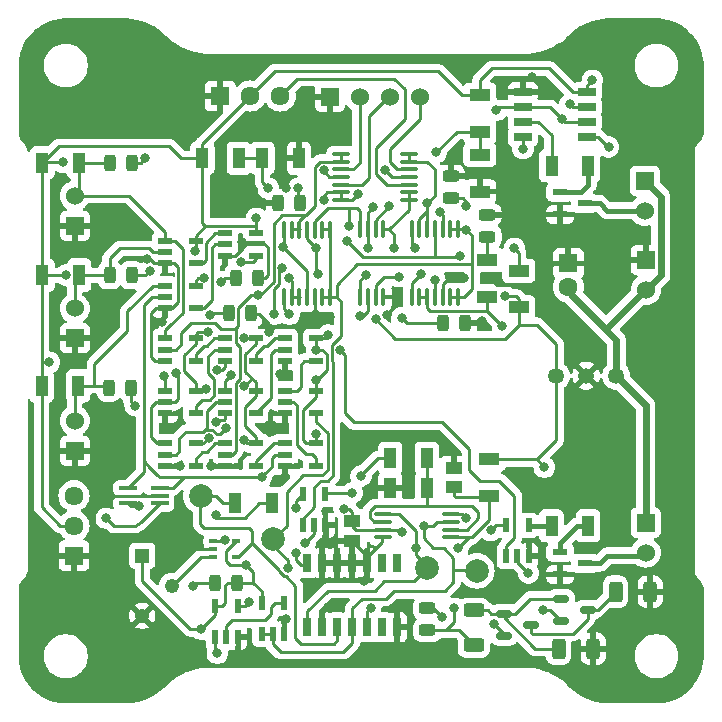
<source format=gbr>
%TF.GenerationSoftware,KiCad,Pcbnew,8.0.5*%
%TF.CreationDate,2024-10-12T23:17:32+02:00*%
%TF.ProjectId,TSAL,5453414c-2e6b-4696-9361-645f70636258,V2.0*%
%TF.SameCoordinates,Original*%
%TF.FileFunction,Copper,L1,Top*%
%TF.FilePolarity,Positive*%
%FSLAX46Y46*%
G04 Gerber Fmt 4.6, Leading zero omitted, Abs format (unit mm)*
G04 Created by KiCad (PCBNEW 8.0.5) date 2024-10-12 23:17:32*
%MOMM*%
%LPD*%
G01*
G04 APERTURE LIST*
G04 Aperture macros list*
%AMRoundRect*
0 Rectangle with rounded corners*
0 $1 Rounding radius*
0 $2 $3 $4 $5 $6 $7 $8 $9 X,Y pos of 4 corners*
0 Add a 4 corners polygon primitive as box body*
4,1,4,$2,$3,$4,$5,$6,$7,$8,$9,$2,$3,0*
0 Add four circle primitives for the rounded corners*
1,1,$1+$1,$2,$3*
1,1,$1+$1,$4,$5*
1,1,$1+$1,$6,$7*
1,1,$1+$1,$8,$9*
0 Add four rect primitives between the rounded corners*
20,1,$1+$1,$2,$3,$4,$5,0*
20,1,$1+$1,$4,$5,$6,$7,0*
20,1,$1+$1,$6,$7,$8,$9,0*
20,1,$1+$1,$8,$9,$2,$3,0*%
G04 Aperture macros list end*
%TA.AperFunction,SMDPad,CuDef*%
%ADD10RoundRect,0.243750X0.243750X0.456250X-0.243750X0.456250X-0.243750X-0.456250X0.243750X-0.456250X0*%
%TD*%
%TA.AperFunction,SMDPad,CuDef*%
%ADD11RoundRect,0.250000X0.625000X-0.312500X0.625000X0.312500X-0.625000X0.312500X-0.625000X-0.312500X0*%
%TD*%
%TA.AperFunction,SMDPad,CuDef*%
%ADD12R,1.150000X0.600000*%
%TD*%
%TA.AperFunction,SMDPad,CuDef*%
%ADD13R,1.050000X1.800000*%
%TD*%
%TA.AperFunction,SMDPad,CuDef*%
%ADD14R,1.528000X0.650000*%
%TD*%
%TA.AperFunction,SMDPad,CuDef*%
%ADD15RoundRect,0.243750X-0.243750X-0.456250X0.243750X-0.456250X0.243750X0.456250X-0.243750X0.456250X0*%
%TD*%
%TA.AperFunction,SMDPad,CuDef*%
%ADD16R,1.800000X1.050000*%
%TD*%
%TA.AperFunction,SMDPad,CuDef*%
%ADD17R,1.470000X1.070000*%
%TD*%
%TA.AperFunction,SMDPad,CuDef*%
%ADD18RoundRect,0.100000X-0.100000X0.637500X-0.100000X-0.637500X0.100000X-0.637500X0.100000X0.637500X0*%
%TD*%
%TA.AperFunction,SMDPad,CuDef*%
%ADD19R,1.300000X0.600000*%
%TD*%
%TA.AperFunction,SMDPad,CuDef*%
%ADD20RoundRect,0.243750X-0.456250X0.243750X-0.456250X-0.243750X0.456250X-0.243750X0.456250X0.243750X0*%
%TD*%
%TA.AperFunction,SMDPad,CuDef*%
%ADD21RoundRect,0.250000X-0.312500X-0.625000X0.312500X-0.625000X0.312500X0.625000X-0.312500X0.625000X0*%
%TD*%
%TA.AperFunction,SMDPad,CuDef*%
%ADD22RoundRect,0.100000X-0.637500X-0.100000X0.637500X-0.100000X0.637500X0.100000X-0.637500X0.100000X0*%
%TD*%
%TA.AperFunction,ComponentPad*%
%ADD23R,1.530000X1.530000*%
%TD*%
%TA.AperFunction,ComponentPad*%
%ADD24C,1.530000*%
%TD*%
%TA.AperFunction,SMDPad,CuDef*%
%ADD25R,0.650000X1.525000*%
%TD*%
%TA.AperFunction,ComponentPad*%
%ADD26R,1.600000X1.600000*%
%TD*%
%TA.AperFunction,ComponentPad*%
%ADD27C,1.600000*%
%TD*%
%TA.AperFunction,SMDPad,CuDef*%
%ADD28RoundRect,0.150000X-0.512500X-0.150000X0.512500X-0.150000X0.512500X0.150000X-0.512500X0.150000X0*%
%TD*%
%TA.AperFunction,ComponentPad*%
%ADD29R,1.610000X1.610000*%
%TD*%
%TA.AperFunction,ComponentPad*%
%ADD30C,1.610000*%
%TD*%
%TA.AperFunction,SMDPad,CuDef*%
%ADD31RoundRect,0.100000X-0.225000X-0.100000X0.225000X-0.100000X0.225000X0.100000X-0.225000X0.100000X0*%
%TD*%
%TA.AperFunction,SMDPad,CuDef*%
%ADD32R,0.600000X1.150000*%
%TD*%
%TA.AperFunction,SMDPad,CuDef*%
%ADD33C,2.000000*%
%TD*%
%TA.AperFunction,ComponentPad*%
%ADD34C,1.350000*%
%TD*%
%TA.AperFunction,ComponentPad*%
%ADD35R,1.217000X1.217000*%
%TD*%
%TA.AperFunction,ComponentPad*%
%ADD36C,1.217000*%
%TD*%
%TA.AperFunction,SMDPad,CuDef*%
%ADD37RoundRect,0.100000X0.650000X0.100000X-0.650000X0.100000X-0.650000X-0.100000X0.650000X-0.100000X0*%
%TD*%
%TA.AperFunction,SMDPad,CuDef*%
%ADD38RoundRect,0.250000X0.312500X0.625000X-0.312500X0.625000X-0.312500X-0.625000X0.312500X-0.625000X0*%
%TD*%
%TA.AperFunction,SMDPad,CuDef*%
%ADD39RoundRect,0.100000X0.100000X-0.637500X0.100000X0.637500X-0.100000X0.637500X-0.100000X-0.637500X0*%
%TD*%
%TA.AperFunction,ViaPad*%
%ADD40C,0.800000*%
%TD*%
%TA.AperFunction,Conductor*%
%ADD41C,0.250000*%
%TD*%
%TA.AperFunction,Conductor*%
%ADD42C,0.600000*%
%TD*%
%TA.AperFunction,Conductor*%
%ADD43C,0.400000*%
%TD*%
G04 APERTURE END LIST*
D10*
%TO.P,D5,1,K*%
%TO.N,GND*%
X119047500Y-48260000D03*
%TO.P,D5,2,A*%
%TO.N,Net-(D5-A)*%
X117172500Y-48260000D03*
%TD*%
D11*
%TO.P,R38,1*%
%TO.N,+5V*%
X137287000Y-79313500D03*
%TO.P,R38,2*%
%TO.N,Net-(Q3-Pad1)*%
X137287000Y-76388500D03*
%TD*%
D12*
%TO.P,G5,1*%
%TO.N,/PreCharge*%
X116205000Y-57790000D03*
%TO.P,G5,2*%
%TO.N,/Int_PreCharge*%
X116205000Y-58740000D03*
%TO.P,G5,3,GND*%
%TO.N,GND*%
X116205000Y-59690000D03*
%TO.P,G5,4*%
%TO.N,Net-(G12-Pad2)*%
X118805000Y-59690000D03*
%TO.P,G5,5,VCC*%
%TO.N,+5V*%
X118805000Y-57790000D03*
%TD*%
D13*
%TO.P,R2,1*%
%TO.N,/AIR_1*%
X103860000Y-38465000D03*
%TO.P,R2,2*%
%TO.N,+5V*%
X100760000Y-38465000D03*
%TD*%
D14*
%TO.P,TI1,1,GND*%
%TO.N,GND*%
X141434000Y-32497500D03*
%TO.P,TI1,2,TRIGGER*%
%TO.N,Net-(TI1-THRESHOLD)*%
X141434000Y-33767500D03*
%TO.P,TI1,3,OUTPUT*%
%TO.N,/Clign*%
X141434000Y-35037500D03*
%TO.P,TI1,4,RESET*%
%TO.N,/DC-Link_In_SCS*%
X141434000Y-36307500D03*
%TO.P,TI1,5,CONTROL_VOLTAGE*%
%TO.N,Net-(TI1-CONTROL_VOLTAGE)*%
X146856000Y-36307500D03*
%TO.P,TI1,6,THRESHOLD*%
%TO.N,Net-(TI1-THRESHOLD)*%
X146856000Y-35037500D03*
%TO.P,TI1,7,DISCHARGE*%
%TO.N,Net-(TI1-DISCHARGE)*%
X146856000Y-33767500D03*
%TO.P,TI1,8,+VCC*%
%TO.N,+5V*%
X146856000Y-32497500D03*
%TD*%
D13*
%TO.P,R6,1*%
%TO.N,Net-(G8-Pad4)*%
X143865000Y-69215000D03*
%TO.P,R6,2*%
%TO.N,Net-(Q1-Pad1)*%
X146965000Y-69215000D03*
%TD*%
D15*
%TO.P,D3,1,K*%
%TO.N,/AIR_2*%
X106452500Y-47990000D03*
%TO.P,D3,2,A*%
%TO.N,Net-(D3-A)*%
X108327500Y-47990000D03*
%TD*%
D16*
%TO.P,R23,1*%
%TO.N,/0.75V*%
X137795000Y-35840000D03*
%TO.P,R23,2*%
%TO.N,+5V*%
X137795000Y-32740000D03*
%TD*%
D17*
%TO.P,C23,1*%
%TO.N,GND*%
X127000000Y-70474000D03*
%TO.P,C23,2*%
%TO.N,/dis2*%
X127000000Y-68834000D03*
%TD*%
D18*
%TO.P,CP4,1*%
%TO.N,/SCS compliance*%
X135935000Y-44127500D03*
%TO.P,CP4,2*%
X135285000Y-44127500D03*
%TO.P,CP4,3,V+*%
%TO.N,+5V*%
X134635000Y-44127500D03*
%TO.P,CP4,4,-*%
%TO.N,/0.75V*%
X133985000Y-44127500D03*
%TO.P,CP4,5,+*%
%TO.N,/Int_PreCharge*%
X133335000Y-44127500D03*
%TO.P,CP4,6,-*%
X132685000Y-44127500D03*
%TO.P,CP4,7,+*%
%TO.N,/4.25V*%
X132035000Y-44127500D03*
%TO.P,CP4,8,-*%
%TO.N,/0.75V*%
X132035000Y-49852500D03*
%TO.P,CP4,9,+*%
%TO.N,/VoltageAIR*%
X132685000Y-49852500D03*
%TO.P,CP4,10,-*%
X133335000Y-49852500D03*
%TO.P,CP4,11,+*%
%TO.N,/4.25V*%
X133985000Y-49852500D03*
%TO.P,CP4,12,V-*%
%TO.N,GND*%
X134635000Y-49852500D03*
%TO.P,CP4,13*%
%TO.N,/SCS compliance*%
X135285000Y-49852500D03*
%TO.P,CP4,14*%
X135935000Y-49852500D03*
%TD*%
D19*
%TO.P,Q2,1*%
%TO.N,Net-(Q2-Pad1)*%
X144585000Y-40960000D03*
%TO.P,Q2,2*%
%TO.N,GND*%
X144585000Y-42860000D03*
%TO.P,Q2,3*%
%TO.N,Net-(J9-Pad2)*%
X146685000Y-41910000D03*
%TD*%
D20*
%TO.P,D2,1,K*%
%TO.N,Net-(D2-K)*%
X133350000Y-76200000D03*
%TO.P,D2,2,A*%
%TO.N,+5V*%
X133350000Y-78075000D03*
%TD*%
D16*
%TO.P,R30,1*%
%TO.N,/dis1*%
X138557000Y-66701000D03*
%TO.P,R30,2*%
%TO.N,+5V*%
X138557000Y-63601000D03*
%TD*%
D21*
%TO.P,R40,1*%
%TO.N,Net-(Q3-Pad1)*%
X144460500Y-79629000D03*
%TO.P,R40,2*%
%TO.N,GND*%
X147385500Y-79629000D03*
%TD*%
D13*
%TO.P,R20,1*%
%TO.N,/Int_del*%
X117068000Y-67310000D03*
%TO.P,R20,2*%
%TO.N,+5V*%
X120168000Y-67310000D03*
%TD*%
D22*
%TO.P,CP5,1*%
%TO.N,/CLR*%
X129598500Y-68240000D03*
%TO.P,CP5,2,-*%
%TO.N,/mid_Pot*%
X129598500Y-68890000D03*
%TO.P,CP5,3,+*%
%TO.N,/dis2*%
X129598500Y-69540000D03*
%TO.P,CP5,4,V-*%
%TO.N,GND*%
X129598500Y-70190000D03*
%TO.P,CP5,5,+*%
%TO.N,/dis1*%
X135323500Y-70190000D03*
%TO.P,CP5,6,-*%
%TO.N,/mid_Pot*%
X135323500Y-69540000D03*
%TO.P,CP5,7*%
%TO.N,/PRE*%
X135323500Y-68890000D03*
%TO.P,CP5,8,V+*%
%TO.N,+5V*%
X135323500Y-68240000D03*
%TD*%
D16*
%TO.P,R24,1*%
%TO.N,GND*%
X137795000Y-40920000D03*
%TO.P,R24,2*%
%TO.N,/0.75V*%
X137795000Y-37820000D03*
%TD*%
D10*
%TO.P,D9,1,K*%
%TO.N,GND*%
X118405950Y-51243969D03*
%TO.P,D9,2,A*%
%TO.N,Net-(D9-A)*%
X116530950Y-51243969D03*
%TD*%
D23*
%TO.P,J7,1,1*%
%TO.N,GND*%
X125095000Y-32902680D03*
D24*
%TO.P,J7,2,2*%
%TO.N,/Raw_Int_AIR_1*%
X127635000Y-32902680D03*
%TO.P,J7,3,3*%
%TO.N,/Raw_Int_AIR_2*%
X130175000Y-32902680D03*
%TO.P,J7,4,4*%
%TO.N,/Raw_Int_PreCharge*%
X132715000Y-32902680D03*
%TD*%
D18*
%TO.P,CP3,1*%
%TO.N,/SCS compliance*%
X125109800Y-44146200D03*
%TO.P,CP3,2*%
X124459800Y-44146200D03*
%TO.P,CP3,3,V+*%
%TO.N,+5V*%
X123809800Y-44146200D03*
%TO.P,CP3,4,-*%
%TO.N,/0.75V*%
X123159800Y-44146200D03*
%TO.P,CP3,5,+*%
%TO.N,/Int_AIR_1*%
X122509800Y-44146200D03*
%TO.P,CP3,6,-*%
X121859800Y-44146200D03*
%TO.P,CP3,7,+*%
%TO.N,/4.25V*%
X121209800Y-44146200D03*
%TO.P,CP3,8,-*%
%TO.N,/0.75V*%
X121209800Y-49871200D03*
%TO.P,CP3,9,+*%
%TO.N,/Int_AIR_2*%
X121859800Y-49871200D03*
%TO.P,CP3,10,-*%
X122509800Y-49871200D03*
%TO.P,CP3,11,+*%
%TO.N,/4.25V*%
X123159800Y-49871200D03*
%TO.P,CP3,12,V-*%
%TO.N,GND*%
X123809800Y-49871200D03*
%TO.P,CP3,13*%
%TO.N,/SCS compliance*%
X124459800Y-49871200D03*
%TO.P,CP3,14*%
X125109800Y-49871200D03*
%TD*%
D25*
%TO.P,DL1,1,1~{CLR}*%
%TO.N,/CLR*%
X123190000Y-77814000D03*
%TO.P,DL1,2,1D*%
%TO.N,GND*%
X124460000Y-77814000D03*
%TO.P,DL1,3,1~{CLK}*%
%TO.N,/Int_del*%
X125730000Y-77814000D03*
%TO.P,DL1,4,1~{PRE}*%
%TO.N,/PRE*%
X127000000Y-77814000D03*
%TO.P,DL1,5,1Q*%
%TO.N,/INT*%
X128270000Y-77814000D03*
%TO.P,DL1,6,1~{Q}*%
%TO.N,unconnected-(DL1-1~{Q}-Pad6)*%
X129540000Y-77814000D03*
%TO.P,DL1,7,GND*%
%TO.N,GND*%
X130810000Y-77814000D03*
%TO.P,DL1,8,2~{Q}*%
%TO.N,unconnected-(DL1-2~{Q}-Pad8)*%
X130810000Y-72390000D03*
%TO.P,DL1,9,2Q*%
%TO.N,unconnected-(DL1-2Q-Pad9)*%
X129540000Y-72390000D03*
%TO.P,DL1,10,2~{PRE}*%
%TO.N,GND*%
X128270000Y-72390000D03*
%TO.P,DL1,11,2~{CLK}*%
X127000000Y-72390000D03*
%TO.P,DL1,12,2D*%
X125730000Y-72390000D03*
%TO.P,DL1,13,2~{CLR}*%
X124460000Y-72390000D03*
%TO.P,DL1,14,VCC*%
%TO.N,+5V*%
X123190000Y-72390000D03*
%TD*%
D13*
%TO.P,R7,1*%
%TO.N,/PreCharge*%
X103785000Y-57375000D03*
%TO.P,R7,2*%
%TO.N,+5V*%
X100685000Y-57375000D03*
%TD*%
D12*
%TO.P,G3,1*%
%TO.N,/AIR_1*%
X111155000Y-53345000D03*
%TO.P,G3,2*%
%TO.N,/Int_AIR_1*%
X111155000Y-54295000D03*
%TO.P,G3,3,GND*%
%TO.N,GND*%
X111155000Y-55245000D03*
%TO.P,G3,4*%
%TO.N,Net-(G3-Pad4)*%
X113755000Y-55245000D03*
%TO.P,G3,5,VCC*%
%TO.N,+5V*%
X113755000Y-53345000D03*
%TD*%
%TO.P,G13,1*%
%TO.N,Net-(G12-Pad4)*%
X121315000Y-57790000D03*
%TO.P,G13,2*%
%TO.N,Net-(G11-Pad4)*%
X121315000Y-58740000D03*
%TO.P,G13,3,GND*%
%TO.N,GND*%
X121315000Y-59690000D03*
%TO.P,G13,4*%
%TO.N,/Int_log*%
X123915000Y-59690000D03*
%TO.P,G13,5,VCC*%
%TO.N,+5V*%
X123915000Y-57790000D03*
%TD*%
D23*
%TO.P,J6,1,1*%
%TO.N,GND*%
X151840000Y-46720000D03*
D24*
%TO.P,J6,2,2*%
%TO.N,+12V*%
X151840000Y-49260000D03*
%TD*%
D16*
%TO.P,R25,1*%
%TO.N,Net-(D7-A)*%
X138430000Y-46710000D03*
%TO.P,R25,2*%
%TO.N,/VoltageAIR*%
X138430000Y-49810000D03*
%TD*%
D19*
%TO.P,Q1,1*%
%TO.N,Net-(Q1-Pad1)*%
X144585000Y-71440000D03*
%TO.P,Q1,2*%
%TO.N,GND*%
X144585000Y-73340000D03*
%TO.P,Q1,3*%
%TO.N,Net-(J5-Pad2)*%
X146685000Y-72390000D03*
%TD*%
D26*
%TO.P,C13,1*%
%TO.N,GND*%
X145295120Y-47012197D03*
D27*
%TO.P,C13,2*%
%TO.N,+12V*%
X145295120Y-49012197D03*
%TD*%
D23*
%TO.P,J2,1,1*%
%TO.N,GND*%
X103505000Y-53340000D03*
D24*
%TO.P,J2,2,2*%
%TO.N,/AIR_2*%
X103505000Y-50800000D03*
%TD*%
D28*
%TO.P,Q3,1*%
%TO.N,Net-(Q3-Pad1)*%
X144658500Y-75377000D03*
%TO.P,Q3,2*%
%TO.N,/dis1*%
X144658500Y-77277000D03*
%TO.P,Q3,3*%
%TO.N,Net-(Q3-Pad3)*%
X146933500Y-76327000D03*
%TD*%
D12*
%TO.P,G12,1*%
%TO.N,Net-(G12-Pad1)*%
X121315000Y-53345000D03*
%TO.P,G12,2*%
%TO.N,Net-(G12-Pad2)*%
X121315000Y-54295000D03*
%TO.P,G12,3,GND*%
%TO.N,GND*%
X121315000Y-55245000D03*
%TO.P,G12,4*%
%TO.N,Net-(G12-Pad4)*%
X123915000Y-55245000D03*
%TO.P,G12,5,VCC*%
%TO.N,+5V*%
X123915000Y-53345000D03*
%TD*%
%TO.P,G10,1*%
%TO.N,Net-(G1-Pad4)*%
X116235000Y-44450000D03*
%TO.P,G10,2*%
%TO.N,Net-(G10-Pad2)*%
X116235000Y-45400000D03*
%TO.P,G10,3,GND*%
%TO.N,GND*%
X116235000Y-46350000D03*
%TO.P,G10,4*%
%TO.N,/Lightning_cond*%
X118835000Y-46350000D03*
%TO.P,G10,5,VCC*%
%TO.N,+5V*%
X118835000Y-44450000D03*
%TD*%
D23*
%TO.P,J5,1,1*%
%TO.N,+12V*%
X151840000Y-68945000D03*
D24*
%TO.P,J5,2,2*%
%TO.N,Net-(J5-Pad2)*%
X151840000Y-71485000D03*
%TD*%
D12*
%TO.P,G4,1*%
%TO.N,/AIR_2*%
X111155000Y-57790000D03*
%TO.P,G4,2*%
%TO.N,/Int_AIR_2*%
X111155000Y-58740000D03*
%TO.P,G4,3,GND*%
%TO.N,GND*%
X111155000Y-59690000D03*
%TO.P,G4,4*%
%TO.N,Net-(G4-Pad4)*%
X113755000Y-59690000D03*
%TO.P,G4,5,VCC*%
%TO.N,+5V*%
X113755000Y-57790000D03*
%TD*%
%TO.P,G9,1*%
%TO.N,Net-(G3-Pad4)*%
X116205000Y-53345000D03*
%TO.P,G9,2*%
%TO.N,Net-(G4-Pad4)*%
X116205000Y-54295000D03*
%TO.P,G9,3,GND*%
%TO.N,GND*%
X116205000Y-55245000D03*
%TO.P,G9,4*%
%TO.N,Net-(G12-Pad1)*%
X118805000Y-55245000D03*
%TO.P,G9,5,VCC*%
%TO.N,+5V*%
X118805000Y-53345000D03*
%TD*%
D29*
%TO.P,J8,1,1*%
%TO.N,GND*%
X115815000Y-32827680D03*
D30*
%TO.P,J8,2,2*%
%TO.N,+5V*%
X118355000Y-32827680D03*
%TO.P,J8,3,3*%
%TO.N,/Raw_DC-Link_In*%
X120895000Y-32827680D03*
%TD*%
D13*
%TO.P,R22,1*%
%TO.N,GND*%
X122480000Y-38100000D03*
%TO.P,R22,2*%
%TO.N,/4.25V*%
X119380000Y-38100000D03*
%TD*%
D12*
%TO.P,G2,1*%
%TO.N,/PreCharge*%
X111125000Y-48895000D03*
%TO.P,G2,2*%
%TO.N,/VoltageAIR*%
X111125000Y-49845000D03*
%TO.P,G2,3,GND*%
%TO.N,GND*%
X111125000Y-50795000D03*
%TO.P,G2,4*%
%TO.N,Net-(G10-Pad2)*%
X113725000Y-50795000D03*
%TO.P,G2,5,VCC*%
%TO.N,+5V*%
X113725000Y-48895000D03*
%TD*%
D31*
%TO.P,CP1,1,+*%
%TO.N,Net-(CP1-+)*%
X115229600Y-70536000D03*
%TO.P,CP1,2,V-*%
%TO.N,GND*%
X115229600Y-71186000D03*
%TO.P,CP1,3,-*%
%TO.N,Net-(CP1--)*%
X115229600Y-71836000D03*
%TO.P,CP1,4*%
%TO.N,/Int_del*%
X117129600Y-71836000D03*
%TO.P,CP1,5,V+*%
%TO.N,+5V*%
X117129600Y-70536000D03*
%TD*%
D32*
%TO.P,G14,1*%
%TO.N,/SCS compliance*%
X122798800Y-69168800D03*
%TO.P,G14,2*%
%TO.N,/INT*%
X123748800Y-69168800D03*
%TO.P,G14,3,GND*%
%TO.N,GND*%
X124698800Y-69168800D03*
%TO.P,G14,4*%
%TO.N,Net-(G14-Pad4)*%
X124698800Y-66568800D03*
%TO.P,G14,5,VCC*%
%TO.N,+5V*%
X122798800Y-66568800D03*
%TD*%
D17*
%TO.P,C22,1*%
%TO.N,GND*%
X135636000Y-64331000D03*
%TO.P,C22,2*%
%TO.N,/dis1*%
X135636000Y-65971000D03*
%TD*%
D12*
%TO.P,G1,1*%
%TO.N,/AIR_1*%
X111125000Y-45085000D03*
%TO.P,G1,2*%
%TO.N,/AIR_2*%
X111125000Y-46035000D03*
%TO.P,G1,3,GND*%
%TO.N,GND*%
X111125000Y-46985000D03*
%TO.P,G1,4*%
%TO.N,Net-(G1-Pad4)*%
X113725000Y-46985000D03*
%TO.P,G1,5,VCC*%
%TO.N,+5V*%
X113725000Y-45085000D03*
%TD*%
D13*
%TO.P,R18,1*%
%TO.N,/Clign*%
X143865000Y-38735000D03*
%TO.P,R18,2*%
%TO.N,Net-(Q2-Pad1)*%
X146965000Y-38735000D03*
%TD*%
D32*
%TO.P,G16,1*%
%TO.N,/PRE*%
X119319000Y-78389000D03*
%TO.P,G16,2*%
X120269000Y-78389000D03*
%TO.P,G16,3,GND*%
%TO.N,GND*%
X121219000Y-78389000D03*
%TO.P,G16,4*%
%TO.N,Net-(G15-Pad2)*%
X121219000Y-75789000D03*
%TO.P,G16,5,VCC*%
%TO.N,+5V*%
X119319000Y-75789000D03*
%TD*%
D13*
%TO.P,R26,1*%
%TO.N,/mid_Pot*%
X133312500Y-63500000D03*
%TO.P,R26,2*%
%TO.N,+5V*%
X130212500Y-63500000D03*
%TD*%
D12*
%TO.P,G7,1*%
%TO.N,/Int_AIR_2*%
X111155000Y-62235000D03*
%TO.P,G7,2*%
%TO.N,/Int_PreCharge*%
X111155000Y-63185000D03*
%TO.P,G7,3,GND*%
%TO.N,GND*%
X111155000Y-64135000D03*
%TO.P,G7,4*%
%TO.N,Net-(G6-Pad1)*%
X113755000Y-64135000D03*
%TO.P,G7,5,VCC*%
%TO.N,+5V*%
X113755000Y-62235000D03*
%TD*%
%TO.P,G11,1*%
%TO.N,Net-(G11-Pad1)*%
X121315000Y-62235000D03*
%TO.P,G11,2*%
%TO.N,/VoltageAIR*%
X121315000Y-63185000D03*
%TO.P,G11,3,GND*%
%TO.N,GND*%
X121315000Y-64135000D03*
%TO.P,G11,4*%
%TO.N,Net-(G11-Pad4)*%
X123915000Y-64135000D03*
%TO.P,G11,5,VCC*%
%TO.N,+5V*%
X123915000Y-62235000D03*
%TD*%
D33*
%TO.P,TP3,1,1*%
%TO.N,/PRE*%
X137541000Y-73025000D03*
%TD*%
D20*
%TO.P,D11,1,K*%
%TO.N,GND*%
X135339243Y-39618325D03*
%TO.P,D11,2,A*%
%TO.N,Net-(D11-A)*%
X135339243Y-41493325D03*
%TD*%
D29*
%TO.P,J4,1,1*%
%TO.N,GND*%
X103430000Y-71755000D03*
D30*
%TO.P,J4,2,2*%
%TO.N,+5V*%
X103430000Y-69215000D03*
%TO.P,J4,3,3*%
%TO.N,/Raw_VoltageAIR*%
X103430000Y-66675000D03*
%TD*%
D33*
%TO.P,TP2,1,1*%
%TO.N,/Int_del*%
X114173000Y-66675000D03*
%TD*%
D13*
%TO.P,R4,1*%
%TO.N,/AIR_2*%
X103860000Y-47990000D03*
%TO.P,R4,2*%
%TO.N,+5V*%
X100760000Y-47990000D03*
%TD*%
%TO.P,R21,1*%
%TO.N,/4.25V*%
X117400000Y-38100000D03*
%TO.P,R21,2*%
%TO.N,+5V*%
X114300000Y-38100000D03*
%TD*%
%TO.P,R27,1*%
%TO.N,GND*%
X130212500Y-66040000D03*
%TO.P,R27,2*%
%TO.N,/mid_Pot*%
X133312500Y-66040000D03*
%TD*%
D23*
%TO.P,J9,1,1*%
%TO.N,+12V*%
X151765000Y-40005000D03*
D24*
%TO.P,J9,2,2*%
%TO.N,Net-(J9-Pad2)*%
X151765000Y-42545000D03*
%TD*%
D15*
%TO.P,D10,1,K*%
%TO.N,GND*%
X120680000Y-41910000D03*
%TO.P,D10,2,A*%
%TO.N,Net-(D10-A)*%
X122555000Y-41910000D03*
%TD*%
%TO.P,D4,1,K*%
%TO.N,/PreCharge*%
X106377500Y-57515000D03*
%TO.P,D4,2,A*%
%TO.N,Net-(D4-A)*%
X108252500Y-57515000D03*
%TD*%
D34*
%TO.P,PS1,1,+VIN*%
%TO.N,+12V*%
X149342320Y-56515000D03*
%TO.P,PS1,2,GND*%
%TO.N,GND*%
X146802320Y-56515000D03*
%TO.P,PS1,3,+VOUT*%
%TO.N,+5V*%
X144262320Y-56515000D03*
%TD*%
D33*
%TO.P,TP1,1,1*%
%TO.N,/Int_log*%
X120323416Y-70374163D03*
%TD*%
D15*
%TO.P,D1,1,K*%
%TO.N,/AIR_1*%
X106452500Y-38465000D03*
%TO.P,D1,2,A*%
%TO.N,Net-(D1-A)*%
X108327500Y-38465000D03*
%TD*%
D10*
%TO.P,D8,1,K*%
%TO.N,GND*%
X136568634Y-52080993D03*
%TO.P,D8,2,A*%
%TO.N,Net-(D8-A)*%
X134693634Y-52080993D03*
%TD*%
D22*
%TO.P,U1,1*%
%TO.N,/Int_AIR_1*%
X126042500Y-37747159D03*
%TO.P,U1,2,-*%
X126042500Y-38397159D03*
%TO.P,U1,3,+*%
%TO.N,/Raw_Int_AIR_1*%
X126042500Y-39047159D03*
%TO.P,U1,4,V+*%
%TO.N,+5V*%
X126042500Y-39697159D03*
%TO.P,U1,5,+*%
%TO.N,/Raw_Int_AIR_2*%
X126042500Y-40347159D03*
%TO.P,U1,6,-*%
%TO.N,/Int_AIR_2*%
X126042500Y-40997159D03*
%TO.P,U1,7*%
X126042500Y-41647159D03*
%TO.P,U1,8*%
%TO.N,/DC-Link_In*%
X131767500Y-41647159D03*
%TO.P,U1,9,-*%
X131767500Y-40997159D03*
%TO.P,U1,10,+*%
%TO.N,/Raw_DC-Link_In*%
X131767500Y-40347159D03*
%TO.P,U1,11,V-*%
%TO.N,GND*%
X131767500Y-39697159D03*
%TO.P,U1,12,+*%
%TO.N,/Raw_Int_PreCharge*%
X131767500Y-39047159D03*
%TO.P,U1,13,-*%
%TO.N,/Int_PreCharge*%
X131767500Y-38397159D03*
%TO.P,U1,14*%
X131767500Y-37747159D03*
%TD*%
D35*
%TO.P,RV1,1,CCW*%
%TO.N,+5V*%
X109215000Y-71755000D03*
D36*
%TO.P,RV1,2,WIPER*%
%TO.N,Net-(CP1--)*%
X111755000Y-74295000D03*
%TO.P,RV1,3,CW*%
%TO.N,GND*%
X109215000Y-76835000D03*
%TD*%
D37*
%TO.P,U2,1,+*%
%TO.N,/Raw_VoltageAIR*%
X110677000Y-67325000D03*
%TO.P,U2,2,V-*%
%TO.N,GND*%
X110677000Y-66675000D03*
%TO.P,U2,3,-*%
%TO.N,/VoltageAIR*%
X110677000Y-66025000D03*
%TO.P,U2,4*%
X108017000Y-66025000D03*
%TO.P,U2,5,V+*%
%TO.N,+5V*%
X108017000Y-67325000D03*
%TD*%
D32*
%TO.P,G8,1*%
%TO.N,/Lightning_cond*%
X140020000Y-71785000D03*
%TO.P,G8,2*%
%TO.N,Net-(G14-Pad4)*%
X140970000Y-71785000D03*
%TO.P,G8,3,GND*%
%TO.N,GND*%
X141920000Y-71785000D03*
%TO.P,G8,4*%
%TO.N,Net-(G8-Pad4)*%
X141920000Y-69185000D03*
%TO.P,G8,5,VCC*%
%TO.N,+5V*%
X140020000Y-69185000D03*
%TD*%
D12*
%TO.P,G6,1*%
%TO.N,Net-(G6-Pad1)*%
X116235000Y-62235000D03*
%TO.P,G6,2*%
%TO.N,/Int_AIR_1*%
X116235000Y-63185000D03*
%TO.P,G6,3,GND*%
%TO.N,GND*%
X116235000Y-64135000D03*
%TO.P,G6,4*%
%TO.N,Net-(G11-Pad1)*%
X118835000Y-64135000D03*
%TO.P,G6,5,VCC*%
%TO.N,+5V*%
X118835000Y-62235000D03*
%TD*%
D23*
%TO.P,J1,1,1*%
%TO.N,GND*%
X103505000Y-43815000D03*
D24*
%TO.P,J1,2,2*%
%TO.N,/AIR_1*%
X103505000Y-41275000D03*
%TD*%
D23*
%TO.P,J3,1,1*%
%TO.N,GND*%
X103505000Y-62865000D03*
D24*
%TO.P,J3,2,2*%
%TO.N,/PreCharge*%
X103505000Y-60325000D03*
%TD*%
D15*
%TO.P,D6,1,K*%
%TO.N,Net-(D6-K)*%
X115394500Y-74041000D03*
%TO.P,D6,2,A*%
%TO.N,+5V*%
X117269500Y-74041000D03*
%TD*%
D32*
%TO.P,G15,1*%
%TO.N,/Int_log*%
X115382000Y-78643000D03*
%TO.P,G15,2*%
%TO.N,Net-(G15-Pad2)*%
X116332000Y-78643000D03*
%TO.P,G15,3,GND*%
%TO.N,GND*%
X117282000Y-78643000D03*
%TO.P,G15,4*%
%TO.N,Net-(G15-Pad4)*%
X117282000Y-76043000D03*
%TO.P,G15,5,VCC*%
%TO.N,+5V*%
X115382000Y-76043000D03*
%TD*%
D20*
%TO.P,D7,1,K*%
%TO.N,GND*%
X138430000Y-42877500D03*
%TO.P,D7,2,A*%
%TO.N,Net-(D7-A)*%
X138430000Y-44752500D03*
%TD*%
D38*
%TO.P,R37,1*%
%TO.N,GND*%
X152211500Y-74803000D03*
%TO.P,R37,2*%
%TO.N,Net-(Q3-Pad3)*%
X149286500Y-74803000D03*
%TD*%
D39*
%TO.P,CP2,1*%
%TO.N,/DC-Link_In_SCS*%
X127676000Y-49852500D03*
%TO.P,CP2,2,-*%
%TO.N,/DC-Link_In*%
X128326000Y-49852500D03*
%TO.P,CP2,3,+*%
%TO.N,/4.25V*%
X128976000Y-49852500D03*
%TO.P,CP2,4,V-*%
%TO.N,GND*%
X129626000Y-49852500D03*
%TO.P,CP2,5,+*%
%TO.N,/DC-Link_In*%
X129626000Y-44127500D03*
%TO.P,CP2,6,-*%
%TO.N,/2.5V*%
X128976000Y-44127500D03*
%TO.P,CP2,7*%
%TO.N,/DC-Link_In_SCS*%
X128326000Y-44127500D03*
%TO.P,CP2,8,V+*%
%TO.N,+5V*%
X127676000Y-44127500D03*
%TD*%
D16*
%TO.P,R28,1*%
%TO.N,+5V*%
X141096870Y-50726974D03*
%TO.P,R28,2*%
%TO.N,/SCS compliance*%
X141096870Y-47626974D03*
%TD*%
D28*
%TO.P,Q4,1*%
%TO.N,Net-(Q3-Pad1)*%
X139832500Y-76647000D03*
%TO.P,Q4,2*%
%TO.N,/dis2*%
X139832500Y-78547000D03*
%TO.P,Q4,3*%
%TO.N,Net-(Q3-Pad3)*%
X142107500Y-77597000D03*
%TD*%
D33*
%TO.P,TP4,1,1*%
%TO.N,/CLR*%
X133350000Y-72771000D03*
%TD*%
D40*
%TO.N,+5V*%
X147320000Y-31496000D03*
X115443000Y-68326000D03*
X124564500Y-39121659D03*
X138715321Y-69616881D03*
X108915200Y-67564000D03*
X117859500Y-57396436D03*
X135636000Y-76200000D03*
X134410498Y-42672000D03*
X123952000Y-61468000D03*
X126746000Y-43815000D03*
X117859500Y-53340000D03*
X117859500Y-61976000D03*
X143256000Y-64262000D03*
X123952000Y-54345498D03*
X114808000Y-52832000D03*
X113695952Y-45989450D03*
X127736600Y-64998600D03*
X114581000Y-57652837D03*
X114173000Y-77978000D03*
X114822336Y-61798065D03*
X139929502Y-49784000D03*
X102735498Y-47990000D03*
X102537100Y-38456953D03*
X124968000Y-53048500D03*
X123952000Y-56896000D03*
X136647701Y-68575701D03*
X101346000Y-55372000D03*
X122224800Y-67741800D03*
X118872000Y-43180000D03*
X118008400Y-72517000D03*
X128979991Y-51744786D03*
X114410500Y-48260000D03*
X122268299Y-71526400D03*
%TO.N,Net-(D1-A)*%
X109429502Y-38100000D03*
%TO.N,Net-(D2-K)*%
X134620000Y-76962000D03*
%TO.N,Net-(D3-A)*%
X109855000Y-47625000D03*
%TO.N,Net-(D4-A)*%
X108622500Y-59055000D03*
%TO.N,Net-(D5-A)*%
X115876702Y-48565004D03*
%TO.N,Net-(D9-A)*%
X114935000Y-51345500D03*
%TO.N,Net-(D10-A)*%
X122428000Y-40640000D03*
%TO.N,Net-(D11-A)*%
X136652000Y-42164000D03*
%TO.N,GND*%
X129756500Y-39116000D03*
X140411200Y-73456800D03*
X116332000Y-40132000D03*
X124917200Y-76123800D03*
X109594681Y-46649425D03*
X115469596Y-60437044D03*
X138684000Y-48260000D03*
X137935916Y-51849186D03*
X111252000Y-60833000D03*
X130403600Y-76149200D03*
X128016000Y-73914000D03*
X129912202Y-51384248D03*
X136435500Y-48260000D03*
X139573000Y-39624000D03*
X125095000Y-51562000D03*
X115062000Y-64135000D03*
X117621654Y-45229475D03*
X119932869Y-52813187D03*
X120904000Y-56388000D03*
X142240000Y-31204500D03*
X113030000Y-71501000D03*
X120396000Y-60960000D03*
X126728727Y-62629164D03*
X121412000Y-77089000D03*
X112395000Y-64135000D03*
X121412000Y-40639500D03*
X124815600Y-70561200D03*
X121310400Y-65111800D03*
X115532500Y-56015500D03*
X110871000Y-51943000D03*
%TO.N,/CLR*%
X132397500Y-71120000D03*
%TO.N,/PRE*%
X133032500Y-69215000D03*
%TO.N,/SCS compliance*%
X136652000Y-44196000D03*
X140716000Y-45720000D03*
%TO.N,/DC-Link_In*%
X127635000Y-51435000D03*
X130556000Y-45720000D03*
%TO.N,/4.25V*%
X133985000Y-48402806D03*
X119888000Y-40640000D03*
X130937000Y-48133000D03*
X132269385Y-45657615D03*
X121158000Y-45593000D03*
%TO.N,/0.75V*%
X124079000Y-47879000D03*
X132842000Y-47879000D03*
X134112000Y-37592000D03*
X123952000Y-45720000D03*
X136144000Y-46369451D03*
X121666000Y-51308000D03*
X126577101Y-45123117D03*
%TO.N,/VoltageAIR*%
X139704299Y-52328299D03*
X119311728Y-65092272D03*
%TO.N,/Raw_VoltageAIR*%
X106172000Y-68580000D03*
%TO.N,/AIR_2*%
X111087360Y-56546182D03*
%TO.N,/PreCharge*%
X116730500Y-56465498D03*
%TO.N,Net-(D6-K)*%
X113538000Y-74295000D03*
%TO.N,Net-(D8-A)*%
X131186701Y-51599500D03*
%TO.N,/Int_AIR_1*%
X119009898Y-49713996D03*
%TO.N,/Int_AIR_2*%
X127508000Y-41148000D03*
X112060321Y-56317375D03*
X124564500Y-41656000D03*
X121666000Y-48260000D03*
%TO.N,/Int_PreCharge*%
X133350000Y-41910000D03*
X116332000Y-60960000D03*
%TO.N,/Int_log*%
X121543299Y-72766701D03*
X115570000Y-80010000D03*
%TO.N,Net-(TI1-THRESHOLD)*%
X139192000Y-34036000D03*
X144780000Y-34812500D03*
%TO.N,Net-(TI1-CONTROL_VOLTAGE)*%
X148691600Y-37160200D03*
%TO.N,/INT*%
X123012200Y-70637400D03*
X128549400Y-76174600D03*
%TO.N,/Lightning_cond*%
X121064500Y-47371000D03*
X120396000Y-51308000D03*
X125989500Y-54356000D03*
X117580029Y-46854569D03*
%TO.N,Net-(CP1-+)*%
X116179600Y-70419998D03*
%TO.N,Net-(TI1-DISCHARGE)*%
X145415000Y-33542500D03*
%TO.N,Net-(G15-Pad4)*%
X118237000Y-75692000D03*
%TO.N,/dis2*%
X126297890Y-67780500D03*
X138963400Y-77520800D03*
X131191000Y-69747498D03*
%TO.N,/dis1*%
X143129000Y-76327000D03*
X135934498Y-71120000D03*
%TO.N,/DC-Link_In_SCS*%
X128778000Y-42265600D03*
X128117600Y-47955200D03*
X128346200Y-45720000D03*
X141452600Y-37287200D03*
%TO.N,Net-(G14-Pad4)*%
X126974600Y-66446400D03*
X141909800Y-73228200D03*
%TO.N,/2.5V*%
X130124200Y-42164000D03*
%TD*%
D41*
%TO.N,+5V*%
X108256000Y-67564000D02*
X108017000Y-67325000D01*
X108915200Y-67564000D02*
X108256000Y-67564000D01*
X114300000Y-38100000D02*
X114300000Y-36882680D01*
X113755000Y-52996000D02*
X113755000Y-53345000D01*
X146856000Y-32497500D02*
X145654500Y-32497500D01*
X122809000Y-59436000D02*
X122809000Y-61976000D01*
X143256000Y-64262000D02*
X142595000Y-63601000D01*
X117905000Y-60755000D02*
X118835000Y-61685000D01*
X123915000Y-56933000D02*
X123952000Y-56896000D01*
X122224800Y-67741800D02*
X122224800Y-67142800D01*
X100685000Y-67665000D02*
X100685000Y-57375000D01*
X116459000Y-74041000D02*
X117269500Y-74041000D01*
X139147202Y-69185000D02*
X138715321Y-69616881D01*
X102710914Y-48014584D02*
X100784584Y-48014584D01*
X112776000Y-56134000D02*
X112776000Y-54800500D01*
X135267500Y-68240000D02*
X136312000Y-68240000D01*
X124412498Y-54308498D02*
X124815000Y-54711000D01*
X141096870Y-50726974D02*
X141096870Y-52196870D01*
X124815000Y-54711000D02*
X124815000Y-56033000D01*
X128979991Y-51744786D02*
X130635225Y-53400020D01*
X118118500Y-62235000D02*
X117859500Y-61976000D01*
X136048500Y-78075000D02*
X134904000Y-78075000D01*
X115981000Y-76043000D02*
X116251084Y-75772916D01*
X135636000Y-77343000D02*
X135636000Y-76200000D01*
X136245000Y-32740000D02*
X134239000Y-30734000D01*
X117864500Y-53345000D02*
X117859500Y-53340000D01*
X140843000Y-49784000D02*
X141096870Y-50037870D01*
X123915000Y-54308498D02*
X124412498Y-54308498D01*
X116636800Y-72517000D02*
X118008400Y-72517000D01*
X134904000Y-78075000D02*
X135636000Y-77343000D01*
X117905000Y-56183000D02*
X118805000Y-57083000D01*
X125041159Y-39697159D02*
X126042500Y-39697159D01*
X143637000Y-30480000D02*
X138811000Y-30480000D01*
X123915000Y-53345000D02*
X123915000Y-54308498D01*
X138811000Y-30480000D02*
X137795000Y-31496000D01*
X117905000Y-59133000D02*
X117905000Y-60755000D01*
X124564500Y-39121659D02*
X124564500Y-39220500D01*
X117859500Y-57396436D02*
X118488968Y-56766968D01*
X113725000Y-44644000D02*
X113725000Y-45085000D01*
X115652000Y-68535000D02*
X117901000Y-68535000D01*
X134635000Y-42896502D02*
X134635000Y-44127500D01*
X134410498Y-42672000D02*
X134635000Y-42896502D01*
X114173000Y-77978000D02*
X115382000Y-76769000D01*
X123915000Y-53345000D02*
X124671500Y-53345000D01*
X113725000Y-45960402D02*
X113695952Y-45989450D01*
X114300000Y-38100000D02*
X114300000Y-43581000D01*
X123915000Y-58330000D02*
X122809000Y-59436000D01*
X122809000Y-61976000D02*
X123068000Y-62235000D01*
X133350000Y-78075000D02*
X134904000Y-78075000D01*
X113725000Y-48454000D02*
X113725000Y-48895000D01*
X114808000Y-52832000D02*
X113919000Y-52832000D01*
X118805000Y-53345000D02*
X118805000Y-53788000D01*
X114300000Y-43581000D02*
X114544000Y-43825000D01*
X115382000Y-76043000D02*
X115981000Y-76043000D01*
X114822336Y-61798065D02*
X114385401Y-62235000D01*
X123915000Y-54308498D02*
X123952000Y-54345498D01*
X123840000Y-43419000D02*
X123840000Y-44127500D01*
X124564500Y-39220500D02*
X125041159Y-39697159D01*
X130635225Y-53400020D02*
X139893720Y-53400020D01*
X114410500Y-48260000D02*
X113919000Y-48260000D01*
X144262320Y-61985680D02*
X142647000Y-63601000D01*
X114581000Y-57652837D02*
X114443837Y-57790000D01*
X126746000Y-42427305D02*
X126873000Y-42300305D01*
X113755000Y-53821500D02*
X113755000Y-53345000D01*
X124671500Y-53345000D02*
X124968000Y-53048500D01*
X118835000Y-44450000D02*
X118835000Y-43825000D01*
X127676000Y-44127500D02*
X127676000Y-42595305D01*
X139929502Y-49784000D02*
X140843000Y-49784000D01*
X123915000Y-62235000D02*
X123915000Y-61505000D01*
X123915000Y-57790000D02*
X123915000Y-56933000D01*
X118008400Y-72517000D02*
X118618000Y-73126600D01*
X118872000Y-43180000D02*
X118835000Y-43217000D01*
X146856000Y-31960000D02*
X147320000Y-31496000D01*
X116306600Y-72186800D02*
X116636800Y-72517000D01*
X116251084Y-74248916D02*
X116459000Y-74041000D01*
X102735498Y-47990000D02*
X102710914Y-48014584D01*
X100760000Y-38465000D02*
X100760000Y-47990000D01*
X111506000Y-37084000D02*
X102141000Y-37084000D01*
X117905000Y-54688000D02*
X117905000Y-56183000D01*
X122224800Y-67142800D02*
X122798800Y-66568800D01*
X100685000Y-48065000D02*
X100685000Y-57375000D01*
X119319000Y-75789000D02*
X119319000Y-74742000D01*
X120448680Y-30734000D02*
X118355000Y-32827680D01*
X124815000Y-56033000D02*
X123915000Y-56933000D01*
X102235000Y-69215000D02*
X100685000Y-67665000D01*
X127381000Y-42300305D02*
X126873000Y-42300305D01*
X112522000Y-38100000D02*
X111506000Y-37084000D01*
X127676000Y-42595305D02*
X127381000Y-42300305D01*
X114300000Y-36882680D02*
X118355000Y-32827680D01*
X114300000Y-38100000D02*
X112522000Y-38100000D01*
X115382000Y-76769000D02*
X115382000Y-76043000D01*
X100685000Y-55372000D02*
X100685000Y-57375000D01*
X123068000Y-62235000D02*
X123915000Y-62235000D01*
X102141000Y-37084000D02*
X100760000Y-38465000D01*
X140020000Y-69185000D02*
X139147202Y-69185000D01*
X113284000Y-77978000D02*
X114173000Y-77978000D01*
X118835000Y-43217000D02*
X118835000Y-44450000D01*
X123915000Y-57790000D02*
X123915000Y-58330000D01*
X109215000Y-73909000D02*
X113284000Y-77978000D01*
X137795000Y-32740000D02*
X136245000Y-32740000D01*
X122268299Y-71526400D02*
X122268299Y-72081419D01*
X144262320Y-53838320D02*
X144262320Y-61985680D01*
X118805000Y-53345000D02*
X117864500Y-53345000D01*
X142620870Y-52196870D02*
X144262320Y-53838320D01*
X112776000Y-54800500D02*
X113755000Y-53821500D01*
X114443837Y-57790000D02*
X113755000Y-57790000D01*
X113725000Y-45085000D02*
X113725000Y-45960402D01*
X114385401Y-62235000D02*
X113755000Y-62235000D01*
X118805000Y-58233000D02*
X117905000Y-59133000D01*
X142595000Y-63601000D02*
X138557000Y-63601000D01*
X127736600Y-64998600D02*
X127736600Y-64932952D01*
X119319000Y-74742000D02*
X118618000Y-74041000D01*
X116251084Y-75772916D02*
X116251084Y-74248916D01*
X145654500Y-32497500D02*
X143637000Y-30480000D01*
X118805000Y-57083000D02*
X118805000Y-57790000D01*
X141096870Y-52196870D02*
X142620870Y-52196870D01*
X103040000Y-69215000D02*
X102235000Y-69215000D01*
X118488968Y-56766968D02*
X118805000Y-57083000D01*
X114544000Y-43825000D02*
X113725000Y-44644000D01*
X118805000Y-57790000D02*
X118805000Y-58233000D01*
X118835000Y-43825000D02*
X114544000Y-43825000D01*
X137795000Y-31496000D02*
X137795000Y-32740000D01*
X123915000Y-61505000D02*
X123952000Y-61468000D01*
X127736600Y-64932952D02*
X129169552Y-63500000D01*
X113755000Y-57113000D02*
X112776000Y-56134000D01*
X118835000Y-62235000D02*
X118118500Y-62235000D01*
X101346000Y-55372000D02*
X100685000Y-55372000D01*
X118618000Y-73126600D02*
X118618000Y-74041000D01*
X118805000Y-53788000D02*
X117905000Y-54688000D01*
X113919000Y-52832000D02*
X113755000Y-52996000D01*
X102537100Y-38456953D02*
X100768047Y-38456953D01*
X117901000Y-68535000D02*
X119126000Y-67310000D01*
X134239000Y-30734000D02*
X120448680Y-30734000D01*
X129169552Y-63500000D02*
X130212500Y-63500000D01*
X118835000Y-61685000D02*
X118835000Y-62235000D01*
X146856000Y-32497500D02*
X146856000Y-31960000D01*
X122268299Y-72081419D02*
X122692940Y-72506060D01*
X124958695Y-42300305D02*
X123840000Y-43419000D01*
X122692940Y-72506060D02*
X123190000Y-72506060D01*
X116306600Y-71359000D02*
X116306600Y-72186800D01*
X119126000Y-67310000D02*
X120168000Y-67310000D01*
X117129600Y-70536000D02*
X116306600Y-71359000D01*
X136312000Y-68240000D02*
X136647701Y-68575701D01*
X139893720Y-53400020D02*
X141096870Y-52196870D01*
X113755000Y-57790000D02*
X113755000Y-57113000D01*
X109215000Y-71755000D02*
X109215000Y-73909000D01*
X115443000Y-68326000D02*
X115652000Y-68535000D01*
X126873000Y-42300305D02*
X124958695Y-42300305D01*
X141096870Y-50037870D02*
X141096870Y-50726974D01*
X137287000Y-79313500D02*
X136048500Y-78075000D01*
X118618000Y-74041000D02*
X117269500Y-74041000D01*
X113919000Y-48260000D02*
X113725000Y-48454000D01*
X126746000Y-43815000D02*
X126746000Y-42427305D01*
%TO.N,Net-(D1-A)*%
X109064502Y-38465000D02*
X109429502Y-38100000D01*
X108327500Y-38465000D02*
X109064502Y-38465000D01*
%TO.N,Net-(D2-K)*%
X134620000Y-76962000D02*
X133858000Y-76200000D01*
%TO.N,Net-(D3-A)*%
X109855000Y-47625000D02*
X109474000Y-48006000D01*
X109474000Y-48006000D02*
X108343500Y-48006000D01*
%TO.N,Net-(D4-A)*%
X108622500Y-59055000D02*
X108252500Y-58685000D01*
X108252500Y-58685000D02*
X108252500Y-57515000D01*
%TO.N,Net-(D5-A)*%
X116181706Y-48260000D02*
X115876702Y-48565004D01*
X117172500Y-48260000D02*
X116181706Y-48260000D01*
D42*
%TO.N,+12V*%
X153105000Y-41345000D02*
X153105000Y-47995000D01*
X151765000Y-40005000D02*
X153105000Y-41345000D01*
X151775112Y-49260000D02*
X148492500Y-52542612D01*
X148492500Y-52542612D02*
X148492500Y-52607500D01*
X153105000Y-47995000D02*
X151840000Y-49260000D01*
X151840000Y-68945000D02*
X151840000Y-59012680D01*
X151840000Y-59012680D02*
X149342320Y-56515000D01*
X149342320Y-56515000D02*
X149342320Y-53457320D01*
X145317811Y-49432811D02*
X148492500Y-52607500D01*
X149342320Y-53457320D02*
X148492500Y-52607500D01*
D41*
%TO.N,Net-(D9-A)*%
X116530950Y-51243969D02*
X115036531Y-51243969D01*
X115036531Y-51243969D02*
X114935000Y-51345500D01*
%TO.N,Net-(D10-A)*%
X122428000Y-40640000D02*
X122428000Y-41783000D01*
%TO.N,Net-(D11-A)*%
X136347056Y-41493325D02*
X135339243Y-41493325D01*
X136652000Y-41798269D02*
X136347056Y-41493325D01*
X136652000Y-42164000D02*
X136652000Y-41798269D01*
%TO.N,GND*%
X119932869Y-52114869D02*
X119932869Y-52813187D01*
X118405950Y-51286268D02*
X119104268Y-51286268D01*
X115469596Y-60437044D02*
X115671640Y-60235000D01*
X128016000Y-73914000D02*
X128270000Y-73660000D01*
X109904730Y-46649425D02*
X110240305Y-46985000D01*
X116168000Y-60235000D02*
X116205000Y-60198000D01*
X124460000Y-51562000D02*
X125095000Y-51562000D01*
X111895000Y-46985000D02*
X112199000Y-47289000D01*
X115671640Y-60235000D02*
X116168000Y-60235000D01*
X130337659Y-39697159D02*
X129756500Y-39116000D01*
X121315000Y-55977000D02*
X120904000Y-56388000D01*
X121219000Y-78389000D02*
X121219000Y-77282000D01*
X109982000Y-54897000D02*
X109982000Y-51181000D01*
X145295120Y-47012197D02*
X144077449Y-47012197D01*
X119890000Y-48004000D02*
X119890000Y-45683281D01*
X141896500Y-31204500D02*
X142240000Y-31204500D01*
X124815600Y-70561200D02*
X126912800Y-70561200D01*
X119104268Y-51286268D02*
X119932869Y-52114869D01*
X112395000Y-64135000D02*
X111155000Y-64135000D01*
X111125000Y-46985000D02*
X111895000Y-46985000D01*
X106045000Y-66675000D02*
X110677000Y-66675000D01*
X136181500Y-48514000D02*
X136435500Y-48260000D01*
X129542500Y-70584100D02*
X128270000Y-71856600D01*
X128270000Y-71744000D02*
X127000000Y-70474000D01*
X123840000Y-49852500D02*
X123840000Y-50942000D01*
X141434000Y-32497500D02*
X141434000Y-31667000D01*
X124815600Y-69285600D02*
X124698800Y-69168800D01*
X121310400Y-65111800D02*
X121315000Y-65107200D01*
X119890000Y-45683281D02*
X119436194Y-45229475D01*
X121315000Y-65107200D02*
X121315000Y-64135000D01*
X134899111Y-48514000D02*
X136181500Y-48514000D01*
X110240305Y-46985000D02*
X111125000Y-46985000D01*
X124460000Y-76581000D02*
X124460000Y-77814000D01*
X128270000Y-71856600D02*
X128270000Y-72390000D01*
X116235000Y-46350000D02*
X117060000Y-46350000D01*
X119634000Y-48260000D02*
X119890000Y-48004000D01*
X109982000Y-51181000D02*
X110368000Y-50795000D01*
X115942500Y-56015500D02*
X116205000Y-55753000D01*
X128270000Y-73660000D02*
X128270000Y-72390000D01*
X117060000Y-46350000D02*
X117621654Y-45788346D01*
X143383000Y-47706646D02*
X143383000Y-48133000D01*
X121315000Y-55245000D02*
X121315000Y-55977000D01*
X139239500Y-48815500D02*
X138684000Y-48260000D01*
X116205000Y-55753000D02*
X116205000Y-55245000D01*
X117621654Y-45788346D02*
X117621654Y-45229475D01*
X115062000Y-64135000D02*
X116235000Y-64135000D01*
X121219000Y-77282000D02*
X121412000Y-77089000D01*
X143383000Y-48133000D02*
X142700500Y-48815500D01*
X110330000Y-55245000D02*
X109982000Y-54897000D01*
X116205000Y-60198000D02*
X116205000Y-59690000D01*
X112199000Y-47289000D02*
X112199000Y-50296000D01*
X114879600Y-71186000D02*
X113345000Y-71186000D01*
X106045000Y-66675000D02*
X103505000Y-64262000D01*
X126912800Y-70561200D02*
X127000000Y-70474000D01*
X141434000Y-31667000D02*
X141896500Y-31204500D01*
X128270000Y-72390000D02*
X128270000Y-71744000D01*
X124815600Y-70561200D02*
X124815600Y-69285600D01*
X129542500Y-70190000D02*
X129542500Y-70584100D01*
X112199000Y-50296000D02*
X111700000Y-50795000D01*
X130810000Y-76555600D02*
X130810000Y-77814000D01*
X142700500Y-48815500D02*
X139239500Y-48815500D01*
X113345000Y-71186000D02*
X113030000Y-71501000D01*
X134635000Y-48778111D02*
X134899111Y-48514000D01*
X144077449Y-47012197D02*
X143383000Y-47706646D01*
X115532500Y-56015500D02*
X115942500Y-56015500D01*
X130403600Y-76149200D02*
X130810000Y-76555600D01*
X110368000Y-50795000D02*
X111125000Y-50795000D01*
X123840000Y-50942000D02*
X124460000Y-51562000D01*
X111155000Y-55245000D02*
X110330000Y-55245000D01*
X134635000Y-49852500D02*
X134635000Y-48778111D01*
X124917200Y-76123800D02*
X124460000Y-76581000D01*
X119047500Y-48260000D02*
X119634000Y-48260000D01*
X103505000Y-64262000D02*
X103505000Y-62865000D01*
X111700000Y-50795000D02*
X111125000Y-50795000D01*
X119436194Y-45229475D02*
X117621654Y-45229475D01*
X109594681Y-46649425D02*
X109904730Y-46649425D01*
X131767500Y-39697159D02*
X130337659Y-39697159D01*
%TO.N,/Int_del*%
X120818299Y-72939299D02*
X120818299Y-73067006D01*
X120792899Y-72939299D02*
X120818299Y-72939299D01*
X122682000Y-79248000D02*
X125412500Y-79248000D01*
X114477800Y-69392800D02*
X118233000Y-69392800D01*
X121242994Y-73491701D02*
X121370701Y-73491701D01*
X115443000Y-66675000D02*
X116078000Y-67310000D01*
X117343200Y-71836000D02*
X117129600Y-71836000D01*
X118233000Y-69392800D02*
X118516400Y-69676200D01*
X122174000Y-78740000D02*
X122682000Y-79248000D01*
X118516400Y-70662800D02*
X117343200Y-71836000D01*
X120818299Y-73067006D02*
X121242994Y-73491701D01*
X116078000Y-67310000D02*
X117068000Y-67310000D01*
X121370701Y-73491701D02*
X122174000Y-74295000D01*
X125412500Y-79248000D02*
X125730000Y-78930500D01*
X114125031Y-66777064D02*
X114125031Y-69040031D01*
X118516400Y-70662800D02*
X120792899Y-72939299D01*
X114173000Y-66675000D02*
X115443000Y-66675000D01*
X125730000Y-78930500D02*
X125730000Y-77814000D01*
X118516400Y-69676200D02*
X118516400Y-70662800D01*
X114125031Y-69040031D02*
X114477800Y-69392800D01*
X122174000Y-74295000D02*
X122174000Y-78740000D01*
%TO.N,/CLR*%
X128879600Y-74701400D02*
X124942600Y-74701400D01*
X129667000Y-73914000D02*
X128879600Y-74701400D01*
X129598500Y-68240000D02*
X130978000Y-68240000D01*
X132397500Y-71120000D02*
X132397500Y-71691500D01*
X132397500Y-71691500D02*
X133350000Y-72644000D01*
X133252795Y-72868205D02*
X132207000Y-73914000D01*
X123190000Y-76454000D02*
X123190000Y-77814000D01*
X132207000Y-73914000D02*
X129667000Y-73914000D01*
X130978000Y-68240000D02*
X132397500Y-69659500D01*
X132397500Y-69659500D02*
X132397500Y-71120000D01*
X124942600Y-74701400D02*
X123190000Y-76454000D01*
%TO.N,/mid_Pot*%
X128480000Y-67963959D02*
X128879959Y-67564000D01*
X137662500Y-68066500D02*
X137662500Y-68585500D01*
X137160000Y-67564000D02*
X137662500Y-68066500D01*
X133312500Y-63500000D02*
X133312500Y-66040000D01*
X128853959Y-68890000D02*
X128480000Y-68516041D01*
X133312500Y-66040000D02*
X133312500Y-67564000D01*
X137662500Y-68585500D02*
X136708000Y-69540000D01*
X128879959Y-67564000D02*
X133312500Y-67564000D01*
X133312500Y-67564000D02*
X137160000Y-67564000D01*
X128480000Y-68516041D02*
X128480000Y-67963959D01*
X129598500Y-68890000D02*
X128853959Y-68890000D01*
X136708000Y-69540000D02*
X135267500Y-69540000D01*
%TO.N,/PRE*%
X135559782Y-73025000D02*
X135559782Y-73990218D01*
X135323500Y-68890000D02*
X134183000Y-68890000D01*
X135645785Y-72938997D02*
X137326312Y-72938997D01*
X133032500Y-70294500D02*
X133858000Y-71120000D01*
X126238000Y-79883000D02*
X127000000Y-79121000D01*
X129819400Y-75412600D02*
X127787400Y-75412600D01*
X133858000Y-71120000D02*
X134747000Y-71120000D01*
X119319000Y-78389000D02*
X120269000Y-78389000D01*
X120269000Y-78389000D02*
X120269000Y-79214000D01*
X133032500Y-69215000D02*
X133032500Y-70294500D01*
X134805000Y-74745000D02*
X130487000Y-74745000D01*
X130487000Y-74745000D02*
X129819400Y-75412600D01*
X120938000Y-79883000D02*
X126238000Y-79883000D01*
X133858000Y-69215000D02*
X133032500Y-69215000D01*
X127000000Y-79121000D02*
X127000000Y-77814000D01*
X120269000Y-79214000D02*
X120938000Y-79883000D01*
X134183000Y-68890000D02*
X133858000Y-69215000D01*
X127787400Y-75412600D02*
X127000000Y-76200000D01*
X134747000Y-71120000D02*
X135559782Y-71932782D01*
X135559782Y-73025000D02*
X135645785Y-72938997D01*
X127000000Y-76200000D02*
X127000000Y-77814000D01*
X135559782Y-73990218D02*
X134805000Y-74745000D01*
X135559782Y-71932782D02*
X135559782Y-73025000D01*
%TO.N,/SCS compliance*%
X137160000Y-49149000D02*
X137160000Y-47117000D01*
X136456500Y-49852500D02*
X135285000Y-49852500D01*
X125140000Y-49852500D02*
X124490000Y-49852500D01*
X137160000Y-47117000D02*
X137160000Y-44704000D01*
X125140000Y-44127500D02*
X125140000Y-49852500D01*
X125349000Y-55372000D02*
X125349000Y-64947800D01*
X122798800Y-68634600D02*
X122798800Y-69168800D01*
X126065827Y-53131173D02*
X125264500Y-53932500D01*
X125659750Y-49852500D02*
X126065827Y-50258577D01*
X137137451Y-47094451D02*
X127403549Y-47094451D01*
X141096870Y-46100870D02*
X141096870Y-47626974D01*
X124490000Y-44127500D02*
X125140000Y-44127500D01*
X125349000Y-64947800D02*
X124899000Y-65397800D01*
X137160000Y-47117000D02*
X137137451Y-47094451D01*
X125659750Y-48838250D02*
X125659750Y-49852500D01*
X125659750Y-49852500D02*
X125140000Y-49852500D01*
X123774200Y-67659200D02*
X122798800Y-68634600D01*
X125264500Y-55287500D02*
X125349000Y-55372000D01*
X123774200Y-65938400D02*
X123774200Y-67659200D01*
X125264500Y-53932500D02*
X125264500Y-55287500D01*
X136583500Y-44127500D02*
X136652000Y-44196000D01*
X137160000Y-44704000D02*
X136583500Y-44127500D01*
X137160000Y-49149000D02*
X136456500Y-49852500D01*
X135285000Y-44127500D02*
X136583500Y-44127500D01*
X124314800Y-65397800D02*
X123774200Y-65938400D01*
X124899000Y-65397800D02*
X124314800Y-65397800D01*
X140716000Y-45720000D02*
X141096870Y-46100870D01*
X127403549Y-47094451D02*
X125659750Y-48838250D01*
X126065827Y-50258577D02*
X126065827Y-53131173D01*
%TO.N,/DC-Link_In*%
X130106500Y-44127500D02*
X129626000Y-44127500D01*
X130106500Y-44127500D02*
X131767500Y-42466500D01*
X130556000Y-45720000D02*
X130556000Y-44577000D01*
X128326000Y-49852500D02*
X128326000Y-51012027D01*
X127903027Y-51435000D02*
X127635000Y-51435000D01*
X131767500Y-40997159D02*
X131767500Y-41647159D01*
X131767500Y-42466500D02*
X131767500Y-41647159D01*
X130556000Y-44577000D02*
X130106500Y-44127500D01*
X128326000Y-51012027D02*
X127903027Y-51435000D01*
%TO.N,/4.25V*%
X128976000Y-48824000D02*
X128976000Y-49852500D01*
X119380000Y-40132000D02*
X119380000Y-38100000D01*
X123190000Y-47625000D02*
X121158000Y-45593000D01*
X119888000Y-40640000D02*
X119380000Y-40132000D01*
X129667000Y-48133000D02*
X130937000Y-48133000D01*
X117400000Y-38100000D02*
X119380000Y-38100000D01*
X128976000Y-48824000D02*
X129667000Y-48133000D01*
X132269385Y-45657615D02*
X132035000Y-45423230D01*
X132035000Y-45423230D02*
X132035000Y-44127500D01*
X121158000Y-45593000D02*
X121240000Y-45511000D01*
X133985000Y-48402806D02*
X133985000Y-49852500D01*
X121240000Y-45511000D02*
X121240000Y-44127500D01*
X123190000Y-49852500D02*
X123190000Y-47625000D01*
%TO.N,/0.75V*%
X121666000Y-51308000D02*
X121240000Y-50882000D01*
X132035000Y-48686000D02*
X132842000Y-47879000D01*
X136068451Y-46445000D02*
X136144000Y-46369451D01*
X133985000Y-44127500D02*
X133985000Y-46445000D01*
X126577101Y-45123117D02*
X127898984Y-46445000D01*
X123190000Y-44958000D02*
X123190000Y-44127500D01*
X123952000Y-47752000D02*
X124079000Y-47879000D01*
X123952000Y-45720000D02*
X123952000Y-47752000D01*
X121240000Y-50882000D02*
X121240000Y-49852500D01*
X137795000Y-35840000D02*
X137795000Y-37820000D01*
X123952000Y-45720000D02*
X123190000Y-44958000D01*
X127898984Y-46445000D02*
X136068451Y-46445000D01*
X132035000Y-49852500D02*
X132035000Y-48686000D01*
X134112000Y-37592000D02*
X135864000Y-35840000D01*
X135864000Y-35840000D02*
X137795000Y-35840000D01*
%TO.N,/VoltageAIR*%
X138430000Y-51054000D02*
X138430000Y-49810000D01*
X112725200Y-65092272D02*
X110675728Y-65092272D01*
X133335000Y-50785000D02*
X133604000Y-51054000D01*
X133720993Y-51055993D02*
X138430000Y-51055993D01*
X133719000Y-51054000D02*
X133720993Y-51055993D01*
X109347000Y-63763544D02*
X109347000Y-64695000D01*
X110490000Y-64906544D02*
X109723228Y-64139772D01*
X119311728Y-65092272D02*
X112725200Y-65092272D01*
X119644000Y-64760000D02*
X119311728Y-65092272D01*
X120182492Y-64221508D02*
X119644000Y-64760000D01*
X139704299Y-52328299D02*
X138430000Y-51054000D01*
X120182492Y-63459508D02*
X120182492Y-64221508D01*
X109347000Y-50546000D02*
X110048000Y-49845000D01*
X109347000Y-63763544D02*
X109347000Y-50546000D01*
X110675728Y-65092272D02*
X110490000Y-64906544D01*
X109347000Y-64695000D02*
X108017000Y-66025000D01*
X121315000Y-63185000D02*
X120457000Y-63185000D01*
X138430000Y-51055993D02*
X138430000Y-49810000D01*
X133335000Y-49852500D02*
X133335000Y-50785000D01*
X111792472Y-66025000D02*
X112725200Y-65092272D01*
X132685000Y-49852500D02*
X133335000Y-49852500D01*
X110048000Y-49845000D02*
X111125000Y-49845000D01*
X110677000Y-66025000D02*
X111792472Y-66025000D01*
X110677000Y-65093544D02*
X110675728Y-65092272D01*
X133604000Y-51054000D02*
X133719000Y-51054000D01*
X110490000Y-64906544D02*
X109347000Y-63763544D01*
X120457000Y-63185000D02*
X120182492Y-63459508D01*
%TO.N,/Raw_VoltageAIR*%
X106172000Y-68580000D02*
X106807000Y-69215000D01*
X108610400Y-69215000D02*
X106807000Y-69215000D01*
X109118400Y-68883600D02*
X108610400Y-69215000D01*
X109118400Y-68883600D02*
X110677000Y-67325000D01*
%TO.N,/AIR_1*%
X103505000Y-41275000D02*
X108077000Y-41275000D01*
X108077000Y-41275000D02*
X111125000Y-44323000D01*
X111950000Y-45085000D02*
X112649000Y-45784000D01*
X111171305Y-52668000D02*
X111162000Y-52668000D01*
X103860000Y-38465000D02*
X106452500Y-38465000D01*
X111125000Y-44323000D02*
X111125000Y-45085000D01*
X103860000Y-38465000D02*
X103860000Y-40920000D01*
X112649000Y-51181000D02*
X111596000Y-52234000D01*
X111596000Y-52234000D02*
X111596000Y-52243305D01*
X112649000Y-45784000D02*
X112649000Y-51181000D01*
X111596000Y-52243305D02*
X111171305Y-52668000D01*
X111162000Y-52668000D02*
X111155000Y-52675000D01*
X111155000Y-52675000D02*
X111155000Y-53345000D01*
X111125000Y-45085000D02*
X111950000Y-45085000D01*
%TO.N,/AIR_2*%
X106452500Y-47990000D02*
X106452500Y-46582500D01*
X109781043Y-45720000D02*
X110096043Y-46035000D01*
X111087360Y-56546182D02*
X111155000Y-56613822D01*
X106452500Y-46582500D02*
X107315000Y-45720000D01*
X110096043Y-46035000D02*
X111125000Y-46035000D01*
X103860000Y-47990000D02*
X106452500Y-47990000D01*
X111155000Y-56613822D02*
X111155000Y-57654720D01*
X103505000Y-50800000D02*
X103505000Y-48345000D01*
X107315000Y-45720000D02*
X109781043Y-45720000D01*
%TO.N,/PreCharge*%
X105156000Y-57375000D02*
X105156000Y-55499000D01*
X105156000Y-55499000D02*
X107950000Y-52705000D01*
X110109000Y-48895000D02*
X111125000Y-48895000D01*
X103785000Y-57375000D02*
X106237500Y-57375000D01*
X103505000Y-60325000D02*
X103505000Y-57655000D01*
X103785000Y-57375000D02*
X105156000Y-57375000D01*
X107950000Y-51054000D02*
X110109000Y-48895000D01*
X116730500Y-56465498D02*
X116205000Y-56990998D01*
X107950000Y-52705000D02*
X107950000Y-51054000D01*
X116205000Y-56990998D02*
X116205000Y-57790000D01*
%TO.N,Net-(D6-K)*%
X113792000Y-74041000D02*
X113538000Y-74295000D01*
X115394500Y-74041000D02*
X113792000Y-74041000D01*
%TO.N,Net-(D7-A)*%
X138430000Y-44752500D02*
X138430000Y-46710000D01*
%TO.N,Net-(D8-A)*%
X131186701Y-51599500D02*
X131668194Y-52080993D01*
X131668194Y-52080993D02*
X134693634Y-52080993D01*
%TO.N,/Int_AIR_1*%
X117455000Y-54058604D02*
X117455000Y-56775631D01*
X119196004Y-49713996D02*
X119009898Y-49713996D01*
X121890000Y-44127500D02*
X122540000Y-44127500D01*
X115329952Y-52070000D02*
X115837952Y-52578000D01*
X118431589Y-49713996D02*
X117348000Y-50797585D01*
X117348000Y-52324000D02*
X117094000Y-52578000D01*
X116810000Y-63185000D02*
X116235000Y-63185000D01*
X112522000Y-53848000D02*
X112522000Y-52928468D01*
X126042500Y-38397159D02*
X126042500Y-37747159D01*
X124263695Y-38397159D02*
X123840000Y-38820854D01*
X123041088Y-42935000D02*
X121079688Y-42935000D01*
X126042500Y-38397159D02*
X124263695Y-38397159D01*
X117134500Y-57096131D02*
X117134500Y-62860500D01*
X117348000Y-50797585D02*
X117348000Y-52324000D01*
X117094000Y-52578000D02*
X117134500Y-52618500D01*
X112522000Y-52928468D02*
X113380468Y-52070000D01*
X115837952Y-52578000D02*
X117094000Y-52578000D01*
X117134500Y-53738104D02*
X117455000Y-54058604D01*
X123041088Y-42935000D02*
X122983501Y-42935000D01*
X111155000Y-54295000D02*
X112075000Y-54295000D01*
X120340000Y-48570000D02*
X119196004Y-49713996D01*
X117134500Y-52618500D02*
X117134500Y-53738104D01*
X113380468Y-52070000D02*
X115329952Y-52070000D01*
X122509800Y-43408701D02*
X122509800Y-44146200D01*
X119009898Y-49713996D02*
X118431589Y-49713996D01*
X123840000Y-42136088D02*
X123041088Y-42935000D01*
X123840000Y-38820854D02*
X123840000Y-42136088D01*
X122983501Y-42935000D02*
X122509800Y-43408701D01*
X121079688Y-42935000D02*
X120340000Y-43674688D01*
X117134500Y-62860500D02*
X116810000Y-63185000D01*
X112075000Y-54295000D02*
X112522000Y-53848000D01*
X120340000Y-43674688D02*
X120340000Y-48570000D01*
X117455000Y-56775631D02*
X117134500Y-57096131D01*
%TO.N,/Int_AIR_2*%
X124864841Y-40997159D02*
X124564500Y-41297500D01*
X127008841Y-41647159D02*
X127508000Y-41148000D01*
X111155000Y-62235000D02*
X110495000Y-62235000D01*
X112268000Y-56525054D02*
X112268000Y-58452000D01*
X112268000Y-58452000D02*
X111980000Y-58740000D01*
X110495000Y-62235000D02*
X109955805Y-61695805D01*
X111980000Y-58740000D02*
X111155000Y-58740000D01*
X126042500Y-40997159D02*
X124864841Y-40997159D01*
X126042500Y-40997159D02*
X126042500Y-41647159D01*
X109955805Y-61695805D02*
X109955805Y-59194559D01*
X121890000Y-49852500D02*
X121890000Y-48484000D01*
X126042500Y-41647159D02*
X127008841Y-41647159D01*
X109955805Y-59194559D02*
X110410364Y-58740000D01*
X124564500Y-41297500D02*
X124564500Y-41656000D01*
X121890000Y-48484000D02*
X121666000Y-48260000D01*
X110410364Y-58740000D02*
X111155000Y-58740000D01*
X112060321Y-56317375D02*
X112268000Y-56525054D01*
X122540000Y-49852500D02*
X121890000Y-49852500D01*
%TO.N,/Int_PreCharge*%
X133335000Y-42560000D02*
X133335000Y-41925000D01*
X133335000Y-41925000D02*
X133985000Y-41275000D01*
X116205000Y-58740000D02*
X115443000Y-58740000D01*
X114522031Y-61073065D02*
X115122641Y-61073065D01*
X133329255Y-38397159D02*
X131767500Y-38397159D01*
X112343558Y-61815438D02*
X112343558Y-62916442D01*
X131767500Y-38397159D02*
X131767500Y-37747159D01*
X133985000Y-41275000D02*
X133985000Y-39052904D01*
X133335000Y-42560000D02*
X133335000Y-44127500D01*
X133985000Y-39052904D02*
X133329255Y-38397159D01*
X114681000Y-59502000D02*
X114681000Y-60914096D01*
X114681000Y-60914096D02*
X114328570Y-61266526D01*
X115122641Y-61073065D02*
X115517576Y-61468000D01*
X114328570Y-61266526D02*
X112892470Y-61266526D01*
X114328570Y-61266526D02*
X114522031Y-61073065D01*
X132685000Y-43210000D02*
X133335000Y-42560000D01*
X115824000Y-61468000D02*
X116332000Y-60960000D01*
X132685000Y-44127500D02*
X132685000Y-43210000D01*
X112892470Y-61266526D02*
X112343558Y-61815438D01*
X112075000Y-63185000D02*
X111155000Y-63185000D01*
X115517576Y-61468000D02*
X115824000Y-61468000D01*
X115443000Y-58740000D02*
X114681000Y-59502000D01*
X112343558Y-62916442D02*
X112075000Y-63185000D01*
%TO.N,/Int_log*%
X123915000Y-59690000D02*
X123915000Y-60405695D01*
X123915000Y-60405695D02*
X124899000Y-61389695D01*
X121437400Y-66319400D02*
X121437400Y-69260179D01*
X121543299Y-72140299D02*
X120323416Y-70920416D01*
X120323416Y-70920416D02*
X120323416Y-70374163D01*
X121437400Y-69260179D02*
X120323416Y-70374163D01*
X121543299Y-72766701D02*
X121543299Y-72140299D01*
X115382000Y-79822000D02*
X115570000Y-80010000D01*
X124899000Y-61389695D02*
X124899000Y-64508800D01*
X122809000Y-64947800D02*
X121437400Y-66319400D01*
X124899000Y-64508800D02*
X124460000Y-64947800D01*
X115382000Y-78643000D02*
X115382000Y-79822000D01*
X124460000Y-64947800D02*
X122809000Y-64947800D01*
%TO.N,/Raw_Int_AIR_1*%
X127635000Y-38481000D02*
X127068841Y-39047159D01*
X127068841Y-39047159D02*
X126042500Y-39047159D01*
X127635000Y-32712159D02*
X127635000Y-38481000D01*
%TO.N,/Raw_Int_AIR_2*%
X128389581Y-34497578D02*
X128389581Y-39768099D01*
X130175000Y-32712159D02*
X128389581Y-34497578D01*
X127810521Y-40347159D02*
X126042500Y-40347159D01*
X128389581Y-39768099D02*
X127810521Y-40347159D01*
%TO.N,/Raw_DC-Link_In*%
X131445000Y-32267680D02*
X130546320Y-31369000D01*
X122353680Y-31369000D02*
X120895000Y-32827680D01*
X129940159Y-40347159D02*
X129032000Y-39439000D01*
X131445000Y-34818402D02*
X131445000Y-32267680D01*
X129032000Y-37231402D02*
X131445000Y-34818402D01*
X130546320Y-31369000D02*
X122353680Y-31369000D01*
X131767500Y-40347159D02*
X129940159Y-40347159D01*
X129032000Y-39439000D02*
X129032000Y-37231402D01*
%TO.N,/Raw_Int_PreCharge*%
X132715000Y-32712159D02*
X132715000Y-34807680D01*
X132715000Y-34807680D02*
X130175000Y-37347680D01*
X130175000Y-37347680D02*
X130175000Y-38427159D01*
X130175000Y-38427159D02*
X130795000Y-39047159D01*
X130795000Y-39047159D02*
X131767500Y-39047159D01*
%TO.N,Net-(TI1-THRESHOLD)*%
X139460500Y-33767500D02*
X141434000Y-33767500D01*
X144780000Y-34812500D02*
X143735000Y-33767500D01*
X145005000Y-35037500D02*
X144780000Y-34812500D01*
X143735000Y-33767500D02*
X141434000Y-33767500D01*
X139192000Y-34036000D02*
X139460500Y-33767500D01*
X146856000Y-35037500D02*
X145005000Y-35037500D01*
%TO.N,Net-(TI1-CONTROL_VOLTAGE)*%
X147813500Y-36307500D02*
X146959502Y-36307500D01*
X148691600Y-37160200D02*
X148666200Y-37160200D01*
X148666200Y-37160200D02*
X147813500Y-36307500D01*
%TO.N,/INT*%
X128270000Y-77814000D02*
X128270000Y-76454000D01*
X123748800Y-69900800D02*
X123748800Y-69168800D01*
X128270000Y-76454000D02*
X128549400Y-76174600D01*
X123012200Y-70637400D02*
X123748800Y-69900800D01*
%TO.N,Net-(G1-Pad4)*%
X114625000Y-46728500D02*
X114368500Y-46985000D01*
X114368500Y-46985000D02*
X113725000Y-46985000D01*
X114625000Y-45235000D02*
X114625000Y-46728500D01*
X115410000Y-44450000D02*
X114625000Y-45235000D01*
X116235000Y-44450000D02*
X115410000Y-44450000D01*
%TO.N,Net-(G12-Pad2)*%
X121315000Y-54295000D02*
X120490000Y-54295000D01*
X120075000Y-58420000D02*
X118805000Y-59690000D01*
X120075000Y-54710000D02*
X120075000Y-58420000D01*
X120490000Y-54295000D02*
X120075000Y-54710000D01*
%TO.N,Net-(G3-Pad4)*%
X115320305Y-53345000D02*
X114695305Y-53970000D01*
X116205000Y-53345000D02*
X115320305Y-53345000D01*
X114695305Y-53970000D02*
X114432000Y-53970000D01*
X114432000Y-53970000D02*
X113755000Y-54647000D01*
X113755000Y-54647000D02*
X113755000Y-55245000D01*
%TO.N,Net-(G4-Pad4)*%
X114808000Y-54865396D02*
X114808000Y-56316305D01*
X114935000Y-58547000D02*
X114300000Y-58547000D01*
X114808000Y-56316305D02*
X115305500Y-56813805D01*
X115305500Y-58176500D02*
X114935000Y-58547000D01*
X113755000Y-59092000D02*
X113755000Y-59690000D01*
X115378396Y-54295000D02*
X114808000Y-54865396D01*
X114300000Y-58547000D02*
X113755000Y-59092000D01*
X116205000Y-54295000D02*
X115378396Y-54295000D01*
X115305500Y-56813805D02*
X115305500Y-58176500D01*
%TO.N,Net-(G10-Pad2)*%
X114432000Y-50795000D02*
X113725000Y-50795000D01*
X115135000Y-45675000D02*
X115135000Y-50092000D01*
X115135000Y-50092000D02*
X114432000Y-50795000D01*
X115410000Y-45400000D02*
X115135000Y-45675000D01*
X116235000Y-45400000D02*
X115410000Y-45400000D01*
%TO.N,Net-(G11-Pad1)*%
X118835000Y-63727500D02*
X118835000Y-64135000D01*
X121315000Y-62235000D02*
X120327500Y-62235000D01*
X120327500Y-62235000D02*
X118835000Y-63727500D01*
%TO.N,/Lightning_cond*%
X127127000Y-60452000D02*
X134620000Y-60452000D01*
X140716000Y-70264000D02*
X140020000Y-70960000D01*
X118835000Y-46646000D02*
X118835000Y-46350000D01*
X120790000Y-48780400D02*
X120396000Y-49174400D01*
X117580029Y-46854569D02*
X118626431Y-46854569D01*
X137795000Y-65405000D02*
X139446000Y-65405000D01*
X118626431Y-46854569D02*
X118835000Y-46646000D01*
X140716000Y-66675000D02*
X140716000Y-70264000D01*
X125989500Y-54356000D02*
X126365000Y-54731500D01*
X126365000Y-54731500D02*
X126365000Y-59690000D01*
X134620000Y-60452000D02*
X136906000Y-62738000D01*
X126365000Y-59690000D02*
X127127000Y-60452000D01*
X120396000Y-49174400D02*
X120396000Y-51308000D01*
X139446000Y-65405000D02*
X140716000Y-66675000D01*
X121064500Y-47371000D02*
X120790000Y-47645500D01*
X140020000Y-70960000D02*
X140020000Y-71785000D01*
X120790000Y-47645500D02*
X120790000Y-48780400D01*
X136906000Y-64516000D02*
X137795000Y-65405000D01*
X136906000Y-62738000D02*
X136906000Y-64516000D01*
D43*
%TO.N,Net-(G8-Pad4)*%
X143865000Y-69215000D02*
X141950000Y-69215000D01*
D41*
%TO.N,Net-(G12-Pad1)*%
X119512000Y-53970000D02*
X119801361Y-53970000D01*
X119801361Y-53970000D02*
X120426361Y-53345000D01*
X118805000Y-54677000D02*
X119512000Y-53970000D01*
X118805000Y-55245000D02*
X118805000Y-54677000D01*
X120426361Y-53345000D02*
X121315000Y-53345000D01*
%TO.N,Net-(G11-Pad4)*%
X123571000Y-63119000D02*
X123915000Y-63463000D01*
X122010050Y-58740000D02*
X122301000Y-59030950D01*
X123063000Y-63119000D02*
X123571000Y-63119000D01*
X123915000Y-63463000D02*
X123915000Y-64135000D01*
X121315000Y-58740000D02*
X122010050Y-58740000D01*
X122301000Y-62357000D02*
X123063000Y-63119000D01*
X122301000Y-59030950D02*
X122301000Y-62357000D01*
%TO.N,Net-(G12-Pad4)*%
X122615000Y-55565000D02*
X122615000Y-57460457D01*
X122935000Y-55245000D02*
X122615000Y-55565000D01*
X122285457Y-57790000D02*
X121315000Y-57790000D01*
X122615000Y-57460457D02*
X122285457Y-57790000D01*
X123915000Y-55245000D02*
X122935000Y-55245000D01*
%TO.N,Net-(CP1-+)*%
X115229600Y-70536000D02*
X116063598Y-70536000D01*
X116063598Y-70536000D02*
X116179600Y-70419998D01*
D43*
%TO.N,Net-(J5-Pad2)*%
X148590000Y-71755000D02*
X147955000Y-72390000D01*
X147955000Y-72390000D02*
X146685000Y-72390000D01*
X151570000Y-71755000D02*
X148590000Y-71755000D01*
%TO.N,Net-(J9-Pad2)*%
X147955000Y-41910000D02*
X146685000Y-41910000D01*
X151765000Y-42545000D02*
X148590000Y-42545000D01*
X148590000Y-42545000D02*
X147955000Y-41910000D01*
%TO.N,Net-(Q1-Pad1)*%
X146965000Y-69215000D02*
X146050000Y-69215000D01*
X144585000Y-70680000D02*
X144585000Y-71440000D01*
X146050000Y-69215000D02*
X144585000Y-70680000D01*
%TO.N,Net-(Q2-Pad1)*%
X146965000Y-38735000D02*
X146965000Y-40360000D01*
X146965000Y-40360000D02*
X146365000Y-40960000D01*
X146365000Y-40960000D02*
X144585000Y-40960000D01*
D41*
%TO.N,Net-(TI1-DISCHARGE)*%
X145640000Y-33767500D02*
X145415000Y-33542500D01*
X146856000Y-33767500D02*
X145640000Y-33767500D01*
%TO.N,/Clign*%
X143865000Y-36169000D02*
X143865000Y-38735000D01*
X142733500Y-35037500D02*
X143865000Y-36169000D01*
X141434000Y-35037500D02*
X142733500Y-35037500D01*
%TO.N,Net-(G6-Pad1)*%
X116235000Y-62235000D02*
X115410706Y-62235000D01*
X114300000Y-62992000D02*
X113755000Y-63537000D01*
X115410706Y-62235000D02*
X114653706Y-62992000D01*
X114653706Y-62992000D02*
X114300000Y-62992000D01*
X113755000Y-63537000D02*
X113755000Y-64135000D01*
%TO.N,Net-(G15-Pad2)*%
X116332000Y-77724000D02*
X116332000Y-78389000D01*
X121219000Y-75789000D02*
X120426000Y-75789000D01*
X119639507Y-77210493D02*
X116845507Y-77210493D01*
X120142000Y-76708000D02*
X119639507Y-77210493D01*
X120426000Y-75789000D02*
X120142000Y-76073000D01*
X120142000Y-76073000D02*
X120142000Y-76708000D01*
X116845507Y-77210493D02*
X116332000Y-77724000D01*
%TO.N,Net-(G15-Pad4)*%
X117886000Y-76043000D02*
X118237000Y-75692000D01*
X117282000Y-76043000D02*
X117886000Y-76043000D01*
%TO.N,/dis2*%
X129542500Y-69540000D02*
X127325000Y-69540000D01*
X129598500Y-69540000D02*
X130983502Y-69540000D01*
X138963400Y-77520800D02*
X139832500Y-78389900D01*
X127000000Y-68834000D02*
X127000000Y-68072000D01*
X139832500Y-78389900D02*
X139832500Y-78547000D01*
X126708500Y-67780500D02*
X126297890Y-67780500D01*
X127000000Y-68072000D02*
X126708500Y-67780500D01*
X127325000Y-69540000D02*
X127000000Y-69215000D01*
X130983502Y-69540000D02*
X131191000Y-69747498D01*
%TO.N,/dis1*%
X135763000Y-66802000D02*
X138557000Y-66802000D01*
X135636000Y-65971000D02*
X135636000Y-66675000D01*
X136864498Y-70190000D02*
X135934498Y-71120000D01*
X143129000Y-76327000D02*
X143708500Y-76327000D01*
X137116897Y-70190000D02*
X136906000Y-70190000D01*
X138557000Y-66802000D02*
X138557000Y-68749897D01*
X135636000Y-66675000D02*
X135763000Y-66802000D01*
X136906000Y-70190000D02*
X136864498Y-70190000D01*
X136906000Y-70190000D02*
X135323500Y-70190000D01*
X138557000Y-68749897D02*
X137116897Y-70190000D01*
X143708500Y-76327000D02*
X144658500Y-77277000D01*
%TO.N,Net-(Q3-Pad1)*%
X137287000Y-76388500D02*
X138491500Y-76388500D01*
X139832500Y-76967500D02*
X139832500Y-76647000D01*
X144460500Y-79629000D02*
X142494000Y-79629000D01*
X142047000Y-75377000D02*
X144658500Y-75377000D01*
X138491500Y-76388500D02*
X138750000Y-76647000D01*
X138750000Y-76647000D02*
X139832500Y-76647000D01*
X142494000Y-79629000D02*
X139832500Y-76967500D01*
X140777000Y-76647000D02*
X142047000Y-75377000D01*
X139832500Y-76647000D02*
X140777000Y-76647000D01*
%TO.N,Net-(Q3-Pad3)*%
X142107500Y-77597000D02*
X142107500Y-78226500D01*
X145669000Y-78359000D02*
X146933500Y-77094500D01*
X142107500Y-78226500D02*
X142240000Y-78359000D01*
X146933500Y-77094500D02*
X146933500Y-76327000D01*
X146933500Y-76327000D02*
X147762500Y-76327000D01*
X147762500Y-76327000D02*
X149286500Y-74803000D01*
X142240000Y-78359000D02*
X145669000Y-78359000D01*
%TO.N,Net-(CP1--)*%
X115229600Y-71836000D02*
X114214000Y-71836000D01*
X114214000Y-71836000D02*
X111755000Y-74295000D01*
%TO.N,/DC-Link_In_SCS*%
X128346200Y-45720000D02*
X128346200Y-44147700D01*
X127676000Y-48396800D02*
X128117600Y-47955200D01*
X127676000Y-49852500D02*
X127676000Y-48396800D01*
X128346200Y-44147700D02*
X128326000Y-44127500D01*
X141452600Y-36326100D02*
X141448500Y-36322000D01*
X128778000Y-42265600D02*
X128326000Y-42717600D01*
X141452600Y-37287200D02*
X141452600Y-36326100D01*
X128326000Y-42717600D02*
X128326000Y-44127500D01*
%TO.N,Net-(G14-Pad4)*%
X124821200Y-66446400D02*
X124698800Y-66568800D01*
X126974600Y-66446400D02*
X124821200Y-66446400D01*
X140970000Y-72288400D02*
X140970000Y-71785000D01*
X141909800Y-73228200D02*
X140970000Y-72288400D01*
%TO.N,/2.5V*%
X128976000Y-43312200D02*
X128976000Y-44127500D01*
X130124200Y-42164000D02*
X128976000Y-43312200D01*
%TD*%
%TA.AperFunction,Conductor*%
%TO.N,GND*%
G36*
X107679573Y-26250006D02*
G01*
X107892411Y-26252328D01*
X107901848Y-26252792D01*
X108326488Y-26289945D01*
X108337203Y-26291356D01*
X108756318Y-26365257D01*
X108766866Y-26367595D01*
X109080385Y-26451601D01*
X109177951Y-26477744D01*
X109188267Y-26480997D01*
X109588171Y-26626546D01*
X109598159Y-26630682D01*
X109983883Y-26810543D01*
X109993473Y-26815536D01*
X110362033Y-27028318D01*
X110371156Y-27034130D01*
X110719770Y-27278223D01*
X110728352Y-27284808D01*
X111054873Y-27558780D01*
X111061902Y-27565151D01*
X111214043Y-27714052D01*
X111214970Y-27714970D01*
X111285534Y-27785534D01*
X111441510Y-27938139D01*
X111775817Y-28218644D01*
X112133299Y-28468946D01*
X112133302Y-28468948D01*
X112133304Y-28468949D01*
X112254203Y-28538748D01*
X112511235Y-28687140D01*
X112906749Y-28871567D01*
X112906752Y-28871568D01*
X112906754Y-28871569D01*
X113316819Y-29020817D01*
X113316825Y-29020818D01*
X113316831Y-29020821D01*
X113316840Y-29020823D01*
X113316842Y-29020824D01*
X113317256Y-29020935D01*
X113738360Y-29133768D01*
X114168130Y-29209548D01*
X114602868Y-29247584D01*
X114602864Y-29247584D01*
X114821033Y-29250000D01*
X141678932Y-29250000D01*
X141678938Y-29250000D01*
X141779641Y-29248934D01*
X141897136Y-29247691D01*
X142331885Y-29209661D01*
X142332532Y-29209547D01*
X142761643Y-29133887D01*
X142761648Y-29133885D01*
X142761665Y-29133883D01*
X143183204Y-29020935D01*
X143593295Y-28871677D01*
X143988817Y-28687244D01*
X144366758Y-28469040D01*
X144724243Y-28218726D01*
X145058551Y-27938207D01*
X145214466Y-27785534D01*
X145285132Y-27714867D01*
X145285875Y-27714131D01*
X145438077Y-27565119D01*
X145445096Y-27558756D01*
X145771628Y-27284762D01*
X145780194Y-27278189D01*
X146128823Y-27034076D01*
X146137933Y-27028273D01*
X146506513Y-26815473D01*
X146516084Y-26810491D01*
X146901828Y-26630617D01*
X146911775Y-26626496D01*
X147311716Y-26480932D01*
X147322024Y-26477682D01*
X147733118Y-26367533D01*
X147743671Y-26365194D01*
X148162793Y-26291296D01*
X148173498Y-26289887D01*
X148598136Y-26252741D01*
X148607600Y-26252277D01*
X148819720Y-26250014D01*
X148820412Y-26250007D01*
X148821735Y-26250000D01*
X152749213Y-26250000D01*
X152750733Y-26250008D01*
X152941077Y-26252343D01*
X152951681Y-26252930D01*
X153331224Y-26290312D01*
X153343249Y-26292096D01*
X153716527Y-26366345D01*
X153728327Y-26369300D01*
X154090434Y-26479145D01*
X154092544Y-26479785D01*
X154104001Y-26483884D01*
X154448280Y-26626489D01*
X154455627Y-26629532D01*
X154466626Y-26634734D01*
X154802282Y-26814147D01*
X154812713Y-26820399D01*
X155129169Y-27031849D01*
X155138942Y-27039097D01*
X155433148Y-27280544D01*
X155442165Y-27288717D01*
X155711282Y-27557834D01*
X155719455Y-27566851D01*
X155960902Y-27861057D01*
X155968150Y-27870830D01*
X156179600Y-28187286D01*
X156185856Y-28197724D01*
X156365264Y-28533372D01*
X156370467Y-28544372D01*
X156516114Y-28895997D01*
X156520214Y-28907455D01*
X156630698Y-29271670D01*
X156633654Y-29283474D01*
X156707902Y-29656744D01*
X156709688Y-29668781D01*
X156747068Y-30048304D01*
X156747656Y-30058937D01*
X156749991Y-30249266D01*
X156750000Y-30250787D01*
X156750000Y-35915025D01*
X156749958Y-35918271D01*
X156747495Y-36012327D01*
X156744696Y-36035472D01*
X156704331Y-36220786D01*
X156695937Y-36245971D01*
X156617053Y-36418441D01*
X156605392Y-36438656D01*
X156550937Y-36515346D01*
X156549033Y-36517955D01*
X156200002Y-36983329D01*
X156137827Y-37070905D01*
X156048499Y-37266169D01*
X156048499Y-37266170D01*
X156002792Y-37475966D01*
X156002791Y-37475974D01*
X156000000Y-37583329D01*
X156000000Y-72916676D01*
X156002819Y-73024022D01*
X156048528Y-73233821D01*
X156048528Y-73233822D01*
X156048529Y-73233824D01*
X156137840Y-73429088D01*
X156144516Y-73438494D01*
X156200004Y-73516673D01*
X156549030Y-73982040D01*
X156550931Y-73984645D01*
X156605387Y-74061368D01*
X156617029Y-74081554D01*
X156638026Y-74127462D01*
X156695918Y-74254035D01*
X156704312Y-74279220D01*
X156744679Y-74464543D01*
X156747477Y-74487665D01*
X156749957Y-74581702D01*
X156750000Y-74584971D01*
X156750000Y-80249212D01*
X156749991Y-80250733D01*
X156747656Y-80441062D01*
X156747068Y-80451695D01*
X156709688Y-80831218D01*
X156707902Y-80843255D01*
X156633654Y-81216525D01*
X156630698Y-81228329D01*
X156520214Y-81592544D01*
X156516114Y-81604002D01*
X156370467Y-81955627D01*
X156365264Y-81966627D01*
X156185856Y-82302275D01*
X156179600Y-82312713D01*
X155968150Y-82629169D01*
X155960902Y-82638942D01*
X155719455Y-82933148D01*
X155711282Y-82942165D01*
X155442165Y-83211282D01*
X155433148Y-83219455D01*
X155138942Y-83460902D01*
X155129169Y-83468150D01*
X154812713Y-83679600D01*
X154802275Y-83685856D01*
X154466627Y-83865264D01*
X154455627Y-83870467D01*
X154104002Y-84016114D01*
X154092544Y-84020214D01*
X153728329Y-84130698D01*
X153716525Y-84133654D01*
X153343255Y-84207902D01*
X153331218Y-84209688D01*
X152951695Y-84247068D01*
X152941062Y-84247656D01*
X152750734Y-84249991D01*
X152749213Y-84250000D01*
X148821780Y-84250000D01*
X148820427Y-84249993D01*
X148607598Y-84247670D01*
X148598143Y-84247205D01*
X148173521Y-84210052D01*
X148162796Y-84208640D01*
X147743693Y-84134739D01*
X147733132Y-84132398D01*
X147322057Y-84022249D01*
X147311740Y-84018996D01*
X146911830Y-83873437D01*
X146901836Y-83869297D01*
X146516139Y-83689441D01*
X146506549Y-83684449D01*
X146137984Y-83471656D01*
X146128871Y-83465850D01*
X145780247Y-83221738D01*
X145771678Y-83215162D01*
X145445149Y-82941169D01*
X145438144Y-82934821D01*
X145285993Y-82785983D01*
X145285023Y-82785023D01*
X145214532Y-82714532D01*
X145214466Y-82714466D01*
X145058490Y-82561861D01*
X144724183Y-82281356D01*
X144366701Y-82031054D01*
X144366702Y-82031054D01*
X144366697Y-82031051D01*
X144366695Y-82031050D01*
X143988773Y-81812864D01*
X143988767Y-81812861D01*
X143988765Y-81812860D01*
X143593251Y-81628433D01*
X143593252Y-81628433D01*
X143593245Y-81628430D01*
X143183180Y-81479182D01*
X143183157Y-81479175D01*
X142761647Y-81366234D01*
X142761650Y-81366234D01*
X142761640Y-81366232D01*
X142761634Y-81366230D01*
X142761630Y-81366230D01*
X142331875Y-81290452D01*
X141897126Y-81252415D01*
X141897135Y-81252415D01*
X141678967Y-81250000D01*
X141678932Y-81250000D01*
X114821068Y-81250000D01*
X114821062Y-81250000D01*
X114602870Y-81252308D01*
X114602864Y-81252309D01*
X114168108Y-81290339D01*
X113738356Y-81366112D01*
X113738341Y-81366115D01*
X113316800Y-81479063D01*
X113316785Y-81479068D01*
X112906710Y-81628320D01*
X112906691Y-81628328D01*
X112511192Y-81812751D01*
X112511175Y-81812760D01*
X112133250Y-82030955D01*
X112133235Y-82030964D01*
X111775750Y-82281278D01*
X111441453Y-82561788D01*
X111441449Y-82561791D01*
X111285500Y-82714498D01*
X111214969Y-82785030D01*
X111214036Y-82785954D01*
X111061933Y-82934869D01*
X111054891Y-82941253D01*
X110728379Y-83215230D01*
X110719796Y-83221816D01*
X110371182Y-83465918D01*
X110362059Y-83471730D01*
X109993493Y-83684521D01*
X109983898Y-83689516D01*
X109614374Y-83861827D01*
X109598356Y-83869297D01*
X109598199Y-83869370D01*
X109588204Y-83873510D01*
X109188287Y-84019065D01*
X109177970Y-84022318D01*
X108766886Y-84132464D01*
X108756324Y-84134805D01*
X108337216Y-84208701D01*
X108326491Y-84210113D01*
X107901872Y-84247257D01*
X107892389Y-84247722D01*
X107679588Y-84249993D01*
X107678265Y-84250000D01*
X102750787Y-84250000D01*
X102749266Y-84249991D01*
X102558937Y-84247656D01*
X102548304Y-84247068D01*
X102168781Y-84209688D01*
X102156744Y-84207902D01*
X101783474Y-84133654D01*
X101771670Y-84130698D01*
X101407455Y-84020214D01*
X101395997Y-84016114D01*
X101044372Y-83870467D01*
X101033372Y-83865264D01*
X100697724Y-83685856D01*
X100687286Y-83679600D01*
X100370830Y-83468150D01*
X100361057Y-83460902D01*
X100066851Y-83219455D01*
X100057834Y-83211282D01*
X99788717Y-82942165D01*
X99780544Y-82933148D01*
X99539097Y-82638942D01*
X99531849Y-82629169D01*
X99320399Y-82312713D01*
X99314143Y-82302275D01*
X99169170Y-82031051D01*
X99134734Y-81966626D01*
X99129532Y-81955627D01*
X98983885Y-81604002D01*
X98979785Y-81592544D01*
X98943444Y-81472743D01*
X98869300Y-81228327D01*
X98866345Y-81216525D01*
X98792097Y-80843255D01*
X98790311Y-80831218D01*
X98752930Y-80451681D01*
X98752343Y-80441075D01*
X98750009Y-80250732D01*
X98750000Y-80249212D01*
X98750000Y-80128711D01*
X100899500Y-80128711D01*
X100899500Y-80371288D01*
X100931161Y-80611785D01*
X100993947Y-80846104D01*
X101062871Y-81012500D01*
X101086776Y-81070212D01*
X101208064Y-81280289D01*
X101208066Y-81280292D01*
X101208067Y-81280293D01*
X101355733Y-81472736D01*
X101355739Y-81472743D01*
X101527256Y-81644260D01*
X101527262Y-81644265D01*
X101719711Y-81791936D01*
X101929788Y-81913224D01*
X102153900Y-82006054D01*
X102388211Y-82068838D01*
X102568586Y-82092584D01*
X102628711Y-82100500D01*
X102628712Y-82100500D01*
X102871289Y-82100500D01*
X102919388Y-82094167D01*
X103111789Y-82068838D01*
X103346100Y-82006054D01*
X103570212Y-81913224D01*
X103780289Y-81791936D01*
X103972738Y-81644265D01*
X104144265Y-81472738D01*
X104291936Y-81280289D01*
X104413224Y-81070212D01*
X104506054Y-80846100D01*
X104568838Y-80611789D01*
X104600500Y-80371288D01*
X104600500Y-80128712D01*
X104568838Y-79888211D01*
X104506054Y-79653900D01*
X104413224Y-79429788D01*
X104291936Y-79219711D01*
X104205717Y-79107348D01*
X104144266Y-79027263D01*
X104144260Y-79027256D01*
X103972743Y-78855739D01*
X103972736Y-78855733D01*
X103780293Y-78708067D01*
X103780292Y-78708066D01*
X103780289Y-78708064D01*
X103570870Y-78587156D01*
X103570214Y-78586777D01*
X103570205Y-78586773D01*
X103346104Y-78493947D01*
X103111785Y-78431161D01*
X102871289Y-78399500D01*
X102871288Y-78399500D01*
X102628712Y-78399500D01*
X102628711Y-78399500D01*
X102388214Y-78431161D01*
X102153895Y-78493947D01*
X101929794Y-78586773D01*
X101929785Y-78586777D01*
X101719706Y-78708067D01*
X101527263Y-78855733D01*
X101527256Y-78855739D01*
X101355739Y-79027256D01*
X101355733Y-79027263D01*
X101208067Y-79219706D01*
X101086777Y-79429785D01*
X101086773Y-79429794D01*
X100993947Y-79653895D01*
X100931161Y-79888214D01*
X100899500Y-80128711D01*
X98750000Y-80128711D01*
X98750000Y-76834999D01*
X108101751Y-76834999D01*
X108101751Y-76835000D01*
X108120705Y-77039558D01*
X108120706Y-77039560D01*
X108176924Y-77237147D01*
X108176930Y-77237162D01*
X108268497Y-77421051D01*
X108268498Y-77421052D01*
X108271464Y-77424980D01*
X108271465Y-77424981D01*
X108860000Y-76836446D01*
X108860000Y-76881737D01*
X108884193Y-76972025D01*
X108930930Y-77052975D01*
X108997025Y-77119070D01*
X109077975Y-77165807D01*
X109168263Y-77190000D01*
X109213553Y-77190000D01*
X108628136Y-77775414D01*
X108718781Y-77831539D01*
X108718783Y-77831540D01*
X108910342Y-77905749D01*
X109112284Y-77943500D01*
X109317716Y-77943500D01*
X109519659Y-77905749D01*
X109711214Y-77831541D01*
X109711218Y-77831539D01*
X109801862Y-77775414D01*
X109216448Y-77190000D01*
X109261737Y-77190000D01*
X109352025Y-77165807D01*
X109432975Y-77119070D01*
X109499070Y-77052975D01*
X109545807Y-76972025D01*
X109570000Y-76881737D01*
X109570000Y-76836448D01*
X110158533Y-77424981D01*
X110158533Y-77424980D01*
X110161502Y-77421050D01*
X110161505Y-77421045D01*
X110253069Y-77237162D01*
X110253075Y-77237147D01*
X110309293Y-77039560D01*
X110309294Y-77039558D01*
X110328249Y-76835000D01*
X110328249Y-76834999D01*
X110309294Y-76630441D01*
X110309293Y-76630439D01*
X110253075Y-76432852D01*
X110253069Y-76432837D01*
X110161502Y-76248950D01*
X110158533Y-76245018D01*
X109570000Y-76833551D01*
X109570000Y-76788263D01*
X109545807Y-76697975D01*
X109499070Y-76617025D01*
X109432975Y-76550930D01*
X109352025Y-76504193D01*
X109261737Y-76480000D01*
X109216448Y-76480000D01*
X109801862Y-75894584D01*
X109801861Y-75894583D01*
X109711223Y-75838463D01*
X109711216Y-75838459D01*
X109519657Y-75764250D01*
X109317716Y-75726500D01*
X109112284Y-75726500D01*
X108910342Y-75764250D01*
X108718783Y-75838459D01*
X108628136Y-75894584D01*
X109213553Y-76480000D01*
X109168263Y-76480000D01*
X109077975Y-76504193D01*
X108997025Y-76550930D01*
X108930930Y-76617025D01*
X108884193Y-76697975D01*
X108860000Y-76788263D01*
X108860000Y-76833553D01*
X108271465Y-76245018D01*
X108271464Y-76245018D01*
X108268497Y-76248948D01*
X108268495Y-76248952D01*
X108176930Y-76432837D01*
X108176924Y-76432852D01*
X108120706Y-76630439D01*
X108120705Y-76630441D01*
X108101751Y-76834999D01*
X98750000Y-76834999D01*
X98750000Y-74584974D01*
X98750042Y-74581729D01*
X98750388Y-74568500D01*
X98752505Y-74487665D01*
X98755302Y-74464534D01*
X98795669Y-74279208D01*
X98804060Y-74254032D01*
X98882949Y-74081552D01*
X98894603Y-74061349D01*
X98949088Y-73984616D01*
X98950938Y-73982081D01*
X99300000Y-73516667D01*
X99362161Y-73429089D01*
X99451471Y-73233825D01*
X99458339Y-73202297D01*
X99471714Y-73140888D01*
X99497169Y-73024026D01*
X99500000Y-72916667D01*
X99500000Y-58614424D01*
X99519685Y-58547385D01*
X99572489Y-58501630D01*
X99641647Y-58491686D01*
X99705203Y-58520711D01*
X99723267Y-58540114D01*
X99796737Y-58638259D01*
X99796738Y-58638259D01*
X99796739Y-58638261D01*
X99913796Y-58725889D01*
X99970835Y-58747163D01*
X100026767Y-58789033D01*
X100051184Y-58854498D01*
X100051500Y-58863344D01*
X100051500Y-67727398D01*
X100075843Y-67849777D01*
X100075845Y-67849785D01*
X100123598Y-67965072D01*
X100123603Y-67965081D01*
X100192928Y-68068832D01*
X100192931Y-68068836D01*
X101742929Y-69618833D01*
X101788108Y-69664012D01*
X101831168Y-69707072D01*
X101934918Y-69776396D01*
X101934927Y-69776401D01*
X101940301Y-69778627D01*
X102050215Y-69824155D01*
X102172596Y-69848498D01*
X102172601Y-69848499D01*
X102172605Y-69848500D01*
X102172606Y-69848500D01*
X102205544Y-69848500D01*
X102272583Y-69868185D01*
X102307119Y-69901377D01*
X102411266Y-70050115D01*
X102419957Y-70062526D01*
X102582474Y-70225043D01*
X102582478Y-70225046D01*
X102582481Y-70225048D01*
X102589585Y-70230023D01*
X102633210Y-70284600D01*
X102640402Y-70354098D01*
X102608880Y-70416453D01*
X102548649Y-70451866D01*
X102531721Y-70454886D01*
X102517625Y-70456401D01*
X102517620Y-70456403D01*
X102382913Y-70506645D01*
X102382906Y-70506649D01*
X102267812Y-70592809D01*
X102267809Y-70592812D01*
X102181649Y-70707906D01*
X102181645Y-70707913D01*
X102131403Y-70842620D01*
X102131401Y-70842627D01*
X102125000Y-70902155D01*
X102125000Y-71505000D01*
X102956574Y-71505000D01*
X102931460Y-71548498D01*
X102895000Y-71684566D01*
X102895000Y-71825434D01*
X102931460Y-71961502D01*
X102956574Y-72005000D01*
X102125000Y-72005000D01*
X102125000Y-72607844D01*
X102131401Y-72667372D01*
X102131403Y-72667379D01*
X102181645Y-72802086D01*
X102181649Y-72802093D01*
X102267809Y-72917187D01*
X102267812Y-72917190D01*
X102382906Y-73003350D01*
X102382913Y-73003354D01*
X102517620Y-73053596D01*
X102517627Y-73053598D01*
X102577155Y-73059999D01*
X102577172Y-73060000D01*
X103180000Y-73060000D01*
X103180000Y-72228426D01*
X103223498Y-72253540D01*
X103359566Y-72290000D01*
X103500434Y-72290000D01*
X103636502Y-72253540D01*
X103680000Y-72228426D01*
X103680000Y-73060000D01*
X104282828Y-73060000D01*
X104282844Y-73059999D01*
X104342372Y-73053598D01*
X104342379Y-73053596D01*
X104477086Y-73003354D01*
X104477093Y-73003350D01*
X104592187Y-72917190D01*
X104592190Y-72917187D01*
X104678350Y-72802093D01*
X104678354Y-72802086D01*
X104728596Y-72667379D01*
X104728598Y-72667372D01*
X104734999Y-72607844D01*
X104735000Y-72607827D01*
X104735000Y-72005000D01*
X103903426Y-72005000D01*
X103928540Y-71961502D01*
X103965000Y-71825434D01*
X103965000Y-71684566D01*
X103928540Y-71548498D01*
X103903426Y-71505000D01*
X104735000Y-71505000D01*
X104735000Y-70902172D01*
X104734999Y-70902155D01*
X104728598Y-70842627D01*
X104728596Y-70842620D01*
X104678354Y-70707913D01*
X104678350Y-70707906D01*
X104592190Y-70592812D01*
X104592187Y-70592809D01*
X104477093Y-70506649D01*
X104477086Y-70506645D01*
X104342379Y-70456403D01*
X104342373Y-70456401D01*
X104328279Y-70454886D01*
X104263729Y-70428146D01*
X104223882Y-70370752D01*
X104221391Y-70300927D01*
X104257045Y-70240839D01*
X104270418Y-70230020D01*
X104276079Y-70226056D01*
X104277526Y-70225043D01*
X104440043Y-70062526D01*
X104571869Y-69874259D01*
X104669001Y-69665959D01*
X104728486Y-69443958D01*
X104748517Y-69215000D01*
X104728486Y-68986042D01*
X104670579Y-68769931D01*
X104669003Y-68764048D01*
X104669002Y-68764047D01*
X104669001Y-68764041D01*
X104571869Y-68555742D01*
X104478095Y-68421818D01*
X104440042Y-68367472D01*
X104277527Y-68204958D01*
X104277521Y-68204953D01*
X104089263Y-68073133D01*
X104089255Y-68073129D01*
X104055485Y-68057382D01*
X104003045Y-68011210D01*
X103983893Y-67944017D01*
X104004108Y-67877136D01*
X104055485Y-67832618D01*
X104089259Y-67816869D01*
X104277526Y-67685043D01*
X104440043Y-67522526D01*
X104571869Y-67334259D01*
X104669001Y-67125959D01*
X104728486Y-66903958D01*
X104748517Y-66675000D01*
X104748379Y-66673428D01*
X104738511Y-66560634D01*
X104728486Y-66446042D01*
X104673569Y-66241090D01*
X104669003Y-66224048D01*
X104669002Y-66224047D01*
X104669001Y-66224041D01*
X104571869Y-66015742D01*
X104496435Y-65908010D01*
X104440042Y-65827472D01*
X104277527Y-65664958D01*
X104277521Y-65664953D01*
X104089263Y-65533133D01*
X104089259Y-65533131D01*
X104021085Y-65501341D01*
X103880959Y-65435999D01*
X103880955Y-65435998D01*
X103880951Y-65435996D01*
X103658963Y-65376515D01*
X103658959Y-65376514D01*
X103658958Y-65376514D01*
X103658957Y-65376513D01*
X103658952Y-65376513D01*
X103430002Y-65356483D01*
X103429998Y-65356483D01*
X103201047Y-65376513D01*
X103201036Y-65376515D01*
X102979048Y-65435996D01*
X102979039Y-65436000D01*
X102770743Y-65533130D01*
X102770741Y-65533131D01*
X102582471Y-65664958D01*
X102419958Y-65827471D01*
X102288131Y-66015741D01*
X102288130Y-66015743D01*
X102191000Y-66224039D01*
X102190996Y-66224048D01*
X102131515Y-66446036D01*
X102131513Y-66446047D01*
X102111483Y-66674998D01*
X102111483Y-66675001D01*
X102131513Y-66903952D01*
X102131515Y-66903963D01*
X102190996Y-67125951D01*
X102190998Y-67125955D01*
X102190999Y-67125959D01*
X102250240Y-67253001D01*
X102288131Y-67334259D01*
X102288133Y-67334263D01*
X102419953Y-67522521D01*
X102419958Y-67522527D01*
X102582472Y-67685041D01*
X102582478Y-67685046D01*
X102770736Y-67816866D01*
X102770737Y-67816866D01*
X102770741Y-67816869D01*
X102804515Y-67832618D01*
X102856954Y-67878791D01*
X102876106Y-67945984D01*
X102855890Y-68012865D01*
X102804516Y-68057381D01*
X102770748Y-68073127D01*
X102770741Y-68073131D01*
X102582471Y-68204958D01*
X102439348Y-68348082D01*
X102378025Y-68381567D01*
X102308333Y-68376583D01*
X102263986Y-68348082D01*
X101354819Y-67438915D01*
X101321334Y-67377592D01*
X101318500Y-67351234D01*
X101318500Y-58863344D01*
X101338185Y-58796305D01*
X101390989Y-58750550D01*
X101399144Y-58747171D01*
X101456204Y-58725889D01*
X101573261Y-58638261D01*
X101660889Y-58521204D01*
X101711989Y-58384201D01*
X101717149Y-58336204D01*
X101718499Y-58323654D01*
X101718500Y-58323637D01*
X101718500Y-56426362D01*
X101718499Y-56426345D01*
X101714295Y-56387247D01*
X101711989Y-56365799D01*
X101701719Y-56338265D01*
X101700817Y-56335845D01*
X101695831Y-56266153D01*
X101729316Y-56204830D01*
X101766564Y-56179230D01*
X101802748Y-56163120D01*
X101802748Y-56163119D01*
X101802752Y-56163118D01*
X101957253Y-56050866D01*
X102085040Y-55908944D01*
X102180527Y-55743556D01*
X102239542Y-55561928D01*
X102259504Y-55372000D01*
X102239542Y-55182072D01*
X102180527Y-55000444D01*
X102085040Y-54835056D01*
X101957253Y-54693134D01*
X101802752Y-54580882D01*
X101628288Y-54503206D01*
X101628286Y-54503205D01*
X101441486Y-54463499D01*
X101435020Y-54462820D01*
X101435174Y-54461349D01*
X101375461Y-54443815D01*
X101329706Y-54391011D01*
X101318500Y-54339500D01*
X101318500Y-49506319D01*
X101338185Y-49439280D01*
X101390989Y-49393525D01*
X101399166Y-49390138D01*
X101491525Y-49355688D01*
X101531204Y-49340889D01*
X101648261Y-49253261D01*
X101735889Y-49136204D01*
X101786989Y-48999201D01*
X101793459Y-48939022D01*
X101793499Y-48938654D01*
X101793500Y-48938637D01*
X101793500Y-48772084D01*
X101813185Y-48705045D01*
X101865989Y-48659290D01*
X101917500Y-48648084D01*
X102055351Y-48648084D01*
X102122390Y-48667769D01*
X102128228Y-48671760D01*
X102278746Y-48781118D01*
X102453210Y-48858794D01*
X102640011Y-48898500D01*
X102711102Y-48898500D01*
X102778141Y-48918185D01*
X102823896Y-48970989D01*
X102831778Y-48993983D01*
X102833010Y-48999199D01*
X102833011Y-48999201D01*
X102863681Y-49081430D01*
X102871500Y-49124762D01*
X102871500Y-49624374D01*
X102851815Y-49691413D01*
X102818624Y-49725948D01*
X102683282Y-49820716D01*
X102525716Y-49978282D01*
X102397907Y-50160811D01*
X102397903Y-50160817D01*
X102303731Y-50362771D01*
X102303727Y-50362780D01*
X102246057Y-50578009D01*
X102246055Y-50578019D01*
X102226635Y-50799998D01*
X102226635Y-50800001D01*
X102246055Y-51021980D01*
X102246057Y-51021990D01*
X102303727Y-51237219D01*
X102303732Y-51237233D01*
X102397901Y-51439179D01*
X102397907Y-51439189D01*
X102525710Y-51621710D01*
X102525714Y-51621715D01*
X102525716Y-51621717D01*
X102683283Y-51779284D01*
X102683289Y-51779288D01*
X102683290Y-51779289D01*
X102783454Y-51849426D01*
X102827079Y-51904003D01*
X102834271Y-51973501D01*
X102802748Y-52035856D01*
X102742518Y-52071269D01*
X102712330Y-52075000D01*
X102692155Y-52075000D01*
X102632627Y-52081401D01*
X102632620Y-52081403D01*
X102497913Y-52131645D01*
X102497906Y-52131649D01*
X102382812Y-52217809D01*
X102382809Y-52217812D01*
X102296649Y-52332906D01*
X102296645Y-52332913D01*
X102246403Y-52467620D01*
X102246401Y-52467627D01*
X102240000Y-52527155D01*
X102240000Y-53090000D01*
X103060440Y-53090000D01*
X103029755Y-53143147D01*
X102995000Y-53272857D01*
X102995000Y-53407143D01*
X103029755Y-53536853D01*
X103060440Y-53590000D01*
X102240000Y-53590000D01*
X102240000Y-54152844D01*
X102246401Y-54212372D01*
X102246403Y-54212379D01*
X102296645Y-54347086D01*
X102296649Y-54347093D01*
X102382809Y-54462187D01*
X102382812Y-54462190D01*
X102497906Y-54548350D01*
X102497913Y-54548354D01*
X102632620Y-54598596D01*
X102632627Y-54598598D01*
X102692155Y-54604999D01*
X102692172Y-54605000D01*
X103255000Y-54605000D01*
X103255000Y-53784560D01*
X103308147Y-53815245D01*
X103437857Y-53850000D01*
X103572143Y-53850000D01*
X103701853Y-53815245D01*
X103755000Y-53784560D01*
X103755000Y-54605000D01*
X104317828Y-54605000D01*
X104317844Y-54604999D01*
X104377372Y-54598598D01*
X104377379Y-54598596D01*
X104512086Y-54548354D01*
X104512093Y-54548350D01*
X104627187Y-54462190D01*
X104627190Y-54462187D01*
X104713350Y-54347093D01*
X104713354Y-54347086D01*
X104763596Y-54212379D01*
X104763598Y-54212372D01*
X104769999Y-54152844D01*
X104770000Y-54152827D01*
X104770000Y-53590000D01*
X103949560Y-53590000D01*
X103980245Y-53536853D01*
X104015000Y-53407143D01*
X104015000Y-53272857D01*
X103980245Y-53143147D01*
X103949560Y-53090000D01*
X104770000Y-53090000D01*
X104770000Y-52527172D01*
X104769999Y-52527155D01*
X104763598Y-52467627D01*
X104763596Y-52467620D01*
X104713354Y-52332913D01*
X104713350Y-52332906D01*
X104627190Y-52217812D01*
X104627187Y-52217809D01*
X104512093Y-52131649D01*
X104512086Y-52131645D01*
X104377379Y-52081403D01*
X104377372Y-52081401D01*
X104317844Y-52075000D01*
X104297670Y-52075000D01*
X104230631Y-52055315D01*
X104184876Y-52002511D01*
X104174932Y-51933353D01*
X104203957Y-51869797D01*
X104226546Y-51849426D01*
X104287769Y-51806556D01*
X104326717Y-51779284D01*
X104484284Y-51621717D01*
X104612097Y-51439183D01*
X104706270Y-51237227D01*
X104763944Y-51021986D01*
X104782002Y-50815576D01*
X104783365Y-50800001D01*
X104783365Y-50799998D01*
X104770548Y-50653500D01*
X104763944Y-50578014D01*
X104706270Y-50362773D01*
X104612097Y-50160818D01*
X104484284Y-49978283D01*
X104326717Y-49820716D01*
X104326712Y-49820712D01*
X104326709Y-49820710D01*
X104191376Y-49725947D01*
X104147751Y-49671370D01*
X104138500Y-49624373D01*
X104138500Y-49522500D01*
X104158185Y-49455461D01*
X104210989Y-49409706D01*
X104262500Y-49398500D01*
X104433638Y-49398500D01*
X104433654Y-49398499D01*
X104460692Y-49395591D01*
X104494201Y-49391989D01*
X104631204Y-49340889D01*
X104748261Y-49253261D01*
X104835889Y-49136204D01*
X104886989Y-48999201D01*
X104893459Y-48939022D01*
X104893499Y-48938654D01*
X104893500Y-48938637D01*
X104893500Y-48747500D01*
X104913185Y-48680461D01*
X104965989Y-48634706D01*
X105017500Y-48623500D01*
X105385470Y-48623500D01*
X105452509Y-48643185D01*
X105498264Y-48695989D01*
X105503176Y-48708497D01*
X105522337Y-48766324D01*
X105522340Y-48766331D01*
X105550427Y-48811866D01*
X105614656Y-48915998D01*
X105739002Y-49040344D01*
X105888671Y-49132661D01*
X106055596Y-49187974D01*
X106158625Y-49198500D01*
X106746374Y-49198499D01*
X106849404Y-49187974D01*
X107016329Y-49132661D01*
X107165998Y-49040344D01*
X107290344Y-48915998D01*
X107290349Y-48915988D01*
X107292732Y-48912977D01*
X107294900Y-48911441D01*
X107295451Y-48910891D01*
X107295545Y-48910985D01*
X107349754Y-48872599D01*
X107419553Y-48869459D01*
X107479969Y-48904554D01*
X107487268Y-48912977D01*
X107489653Y-48915994D01*
X107489656Y-48915998D01*
X107614002Y-49040344D01*
X107763671Y-49132661D01*
X107930596Y-49187974D01*
X108033625Y-49198500D01*
X108610234Y-49198499D01*
X108677273Y-49218183D01*
X108723028Y-49270987D01*
X108732972Y-49340146D01*
X108703947Y-49403702D01*
X108697915Y-49410180D01*
X108121596Y-49986500D01*
X107546167Y-50561929D01*
X107512207Y-50595889D01*
X107457927Y-50650168D01*
X107388603Y-50753918D01*
X107388598Y-50753927D01*
X107340845Y-50869214D01*
X107340843Y-50869222D01*
X107316500Y-50991601D01*
X107316500Y-52391233D01*
X107296815Y-52458272D01*
X107280180Y-52478914D01*
X104752167Y-55006929D01*
X104713207Y-55045889D01*
X104663927Y-55095168D01*
X104594603Y-55198918D01*
X104594598Y-55198927D01*
X104546845Y-55314214D01*
X104546843Y-55314222D01*
X104522500Y-55436601D01*
X104522500Y-55846070D01*
X104502815Y-55913109D01*
X104450011Y-55958864D01*
X104385247Y-55969360D01*
X104358643Y-55966500D01*
X104358638Y-55966500D01*
X103211362Y-55966500D01*
X103211345Y-55966500D01*
X103150797Y-55973011D01*
X103150795Y-55973011D01*
X103013795Y-56024111D01*
X102896739Y-56111739D01*
X102809111Y-56228795D01*
X102758011Y-56365795D01*
X102758011Y-56365797D01*
X102751500Y-56426345D01*
X102751500Y-58323654D01*
X102758011Y-58384202D01*
X102758011Y-58384204D01*
X102798101Y-58491686D01*
X102809111Y-58521204D01*
X102842154Y-58565344D01*
X102846766Y-58571504D01*
X102871184Y-58636968D01*
X102871500Y-58645816D01*
X102871500Y-59149374D01*
X102851815Y-59216413D01*
X102818624Y-59250948D01*
X102683282Y-59345716D01*
X102525716Y-59503282D01*
X102397907Y-59685811D01*
X102397903Y-59685817D01*
X102303731Y-59887771D01*
X102303727Y-59887780D01*
X102246057Y-60103009D01*
X102246055Y-60103019D01*
X102226635Y-60324998D01*
X102226635Y-60325001D01*
X102246055Y-60546980D01*
X102246057Y-60546990D01*
X102303727Y-60762219D01*
X102303732Y-60762233D01*
X102397901Y-60964179D01*
X102397907Y-60964189D01*
X102525710Y-61146710D01*
X102525714Y-61146715D01*
X102525716Y-61146717D01*
X102683283Y-61304284D01*
X102683289Y-61304288D01*
X102683290Y-61304289D01*
X102783454Y-61374426D01*
X102827079Y-61429003D01*
X102834271Y-61498501D01*
X102802748Y-61560856D01*
X102742518Y-61596269D01*
X102712330Y-61600000D01*
X102692155Y-61600000D01*
X102632627Y-61606401D01*
X102632620Y-61606403D01*
X102497913Y-61656645D01*
X102497906Y-61656649D01*
X102382812Y-61742809D01*
X102382809Y-61742812D01*
X102296649Y-61857906D01*
X102296645Y-61857913D01*
X102246403Y-61992620D01*
X102246401Y-61992627D01*
X102240000Y-62052155D01*
X102240000Y-62615000D01*
X103060440Y-62615000D01*
X103029755Y-62668147D01*
X102995000Y-62797857D01*
X102995000Y-62932143D01*
X103029755Y-63061853D01*
X103060440Y-63115000D01*
X102240000Y-63115000D01*
X102240000Y-63677844D01*
X102246401Y-63737372D01*
X102246403Y-63737379D01*
X102296645Y-63872086D01*
X102296649Y-63872093D01*
X102382809Y-63987187D01*
X102382812Y-63987190D01*
X102497906Y-64073350D01*
X102497913Y-64073354D01*
X102632620Y-64123596D01*
X102632627Y-64123598D01*
X102692155Y-64129999D01*
X102692172Y-64130000D01*
X103255000Y-64130000D01*
X103255000Y-63309560D01*
X103308147Y-63340245D01*
X103437857Y-63375000D01*
X103572143Y-63375000D01*
X103701853Y-63340245D01*
X103755000Y-63309560D01*
X103755000Y-64130000D01*
X104317828Y-64130000D01*
X104317844Y-64129999D01*
X104377372Y-64123598D01*
X104377379Y-64123596D01*
X104512086Y-64073354D01*
X104512093Y-64073350D01*
X104627187Y-63987190D01*
X104627190Y-63987187D01*
X104713350Y-63872093D01*
X104713354Y-63872086D01*
X104763596Y-63737379D01*
X104763598Y-63737372D01*
X104769999Y-63677844D01*
X104770000Y-63677827D01*
X104770000Y-63115000D01*
X103949560Y-63115000D01*
X103980245Y-63061853D01*
X104015000Y-62932143D01*
X104015000Y-62797857D01*
X103980245Y-62668147D01*
X103949560Y-62615000D01*
X104770000Y-62615000D01*
X104770000Y-62052172D01*
X104769999Y-62052155D01*
X104763598Y-61992627D01*
X104763596Y-61992620D01*
X104713354Y-61857913D01*
X104713350Y-61857906D01*
X104627190Y-61742812D01*
X104627187Y-61742809D01*
X104512093Y-61656649D01*
X104512086Y-61656645D01*
X104377379Y-61606403D01*
X104377372Y-61606401D01*
X104317844Y-61600000D01*
X104297670Y-61600000D01*
X104230631Y-61580315D01*
X104184876Y-61527511D01*
X104174932Y-61458353D01*
X104203957Y-61394797D01*
X104226546Y-61374426D01*
X104283335Y-61334660D01*
X104326717Y-61304284D01*
X104484284Y-61146717D01*
X104612097Y-60964183D01*
X104706270Y-60762227D01*
X104763944Y-60546986D01*
X104783365Y-60325000D01*
X104763944Y-60103014D01*
X104707028Y-59890603D01*
X104706272Y-59887780D01*
X104706271Y-59887779D01*
X104706270Y-59887773D01*
X104612097Y-59685818D01*
X104484284Y-59503283D01*
X104326717Y-59345716D01*
X104326712Y-59345712D01*
X104326709Y-59345710D01*
X104191376Y-59250947D01*
X104147751Y-59196370D01*
X104138500Y-59149373D01*
X104138500Y-58907500D01*
X104158185Y-58840461D01*
X104210989Y-58794706D01*
X104262500Y-58783500D01*
X104358638Y-58783500D01*
X104358654Y-58783499D01*
X104385692Y-58780591D01*
X104419201Y-58776989D01*
X104419577Y-58776849D01*
X104433768Y-58771555D01*
X104556204Y-58725889D01*
X104673261Y-58638261D01*
X104760889Y-58521204D01*
X104811989Y-58384201D01*
X104817149Y-58336204D01*
X104818499Y-58323654D01*
X104818500Y-58323637D01*
X104818500Y-58132500D01*
X104838185Y-58065461D01*
X104890989Y-58019706D01*
X104942500Y-58008500D01*
X105093606Y-58008500D01*
X105218394Y-58008500D01*
X105268208Y-58008500D01*
X105335247Y-58028185D01*
X105381002Y-58080989D01*
X105391566Y-58119902D01*
X105392025Y-58124404D01*
X105447338Y-58291326D01*
X105447340Y-58291331D01*
X105467267Y-58323637D01*
X105539656Y-58440998D01*
X105664002Y-58565344D01*
X105813671Y-58657661D01*
X105980596Y-58712974D01*
X106083625Y-58723500D01*
X106671374Y-58723499D01*
X106774404Y-58712974D01*
X106941329Y-58657661D01*
X107090998Y-58565344D01*
X107215344Y-58440998D01*
X107215349Y-58440988D01*
X107217732Y-58437977D01*
X107219900Y-58436441D01*
X107220451Y-58435891D01*
X107220545Y-58435985D01*
X107274754Y-58397599D01*
X107344553Y-58394459D01*
X107404969Y-58429554D01*
X107412268Y-58437977D01*
X107414653Y-58440994D01*
X107414656Y-58440998D01*
X107539002Y-58565344D01*
X107560097Y-58578356D01*
X107606821Y-58630303D01*
X107619000Y-58683894D01*
X107619000Y-58747398D01*
X107643343Y-58869777D01*
X107643345Y-58869785D01*
X107691099Y-58985073D01*
X107693972Y-58990448D01*
X107691574Y-58991729D01*
X107708975Y-59047189D01*
X107708996Y-59049473D01*
X107708996Y-59054997D01*
X107708996Y-59055000D01*
X107728958Y-59244928D01*
X107728959Y-59244931D01*
X107787970Y-59426549D01*
X107787973Y-59426556D01*
X107883460Y-59591944D01*
X108011247Y-59733866D01*
X108165748Y-59846118D01*
X108340212Y-59923794D01*
X108527013Y-59963500D01*
X108589500Y-59963500D01*
X108656539Y-59983185D01*
X108702294Y-60035989D01*
X108713500Y-60087500D01*
X108713500Y-64381233D01*
X108693815Y-64448272D01*
X108677181Y-64468914D01*
X107865913Y-65280181D01*
X107804590Y-65313666D01*
X107778232Y-65316500D01*
X107327113Y-65316500D01*
X107208157Y-65332160D01*
X107208146Y-65332163D01*
X107060127Y-65393474D01*
X107060124Y-65393475D01*
X107060124Y-65393476D01*
X106933013Y-65491013D01*
X106887212Y-65550702D01*
X106835474Y-65618127D01*
X106774163Y-65766146D01*
X106774161Y-65766151D01*
X106758500Y-65885114D01*
X106758500Y-66164886D01*
X106774160Y-66283842D01*
X106774163Y-66283853D01*
X106834063Y-66428466D01*
X106835476Y-66431876D01*
X106929676Y-66554638D01*
X106933015Y-66558989D01*
X106955998Y-66576625D01*
X106997200Y-66633053D01*
X107001355Y-66702799D01*
X106967142Y-66763719D01*
X106955998Y-66773375D01*
X106933015Y-66791010D01*
X106894450Y-66841268D01*
X106841085Y-66910815D01*
X106835474Y-66918127D01*
X106774163Y-67066146D01*
X106774161Y-67066151D01*
X106758500Y-67185114D01*
X106758500Y-67464886D01*
X106774160Y-67583842D01*
X106774162Y-67583848D01*
X106774162Y-67583850D01*
X106785619Y-67611511D01*
X106792232Y-67627474D01*
X106799701Y-67696944D01*
X106768426Y-67759423D01*
X106708337Y-67795075D01*
X106638512Y-67792581D01*
X106627236Y-67788207D01*
X106582652Y-67768357D01*
X106454288Y-67711206D01*
X106454286Y-67711205D01*
X106267487Y-67671500D01*
X106076513Y-67671500D01*
X105889714Y-67711205D01*
X105835391Y-67735391D01*
X105734075Y-67780500D01*
X105715246Y-67788883D01*
X105560745Y-67901135D01*
X105432959Y-68043057D01*
X105337473Y-68208443D01*
X105337470Y-68208450D01*
X105282841Y-68376583D01*
X105278458Y-68390072D01*
X105258496Y-68580000D01*
X105278458Y-68769928D01*
X105278459Y-68769931D01*
X105337470Y-68951549D01*
X105337473Y-68951556D01*
X105432960Y-69116944D01*
X105560747Y-69258866D01*
X105715248Y-69371118D01*
X105889712Y-69448794D01*
X106076513Y-69488500D01*
X106133233Y-69488500D01*
X106200272Y-69508185D01*
X106220914Y-69524819D01*
X106403163Y-69707069D01*
X106403166Y-69707072D01*
X106458481Y-69744032D01*
X106506925Y-69776401D01*
X106569614Y-69802367D01*
X106622215Y-69824155D01*
X106744596Y-69848498D01*
X106744601Y-69848499D01*
X106744605Y-69848500D01*
X106744606Y-69848500D01*
X106744607Y-69848500D01*
X106869394Y-69848500D01*
X108606274Y-69848500D01*
X108607639Y-69848507D01*
X108614086Y-69848579D01*
X108665804Y-69849149D01*
X108665804Y-69849148D01*
X108665812Y-69849149D01*
X108665818Y-69849147D01*
X108667848Y-69848971D01*
X108668135Y-69848958D01*
X108668596Y-69848913D01*
X108670013Y-69848781D01*
X108670480Y-69848740D01*
X108670772Y-69848698D01*
X108672781Y-69848500D01*
X108672794Y-69848500D01*
X108730027Y-69837114D01*
X108731183Y-69836891D01*
X108788465Y-69826153D01*
X108788471Y-69826150D01*
X108790367Y-69825598D01*
X108790659Y-69825526D01*
X108791210Y-69825360D01*
X108792499Y-69824977D01*
X108792977Y-69824837D01*
X108793260Y-69824738D01*
X108795168Y-69824158D01*
X108795185Y-69824155D01*
X108849049Y-69801842D01*
X108850144Y-69801396D01*
X108904273Y-69779671D01*
X108904285Y-69779662D01*
X108906027Y-69778756D01*
X108906303Y-69778627D01*
X108906769Y-69778379D01*
X108908017Y-69777721D01*
X108908475Y-69777482D01*
X108908724Y-69777335D01*
X108910466Y-69776403D01*
X108910475Y-69776400D01*
X108959020Y-69743962D01*
X108959911Y-69743374D01*
X109407386Y-69451458D01*
X109416687Y-69445955D01*
X109418465Y-69445003D01*
X109418475Y-69445000D01*
X109467027Y-69412556D01*
X109467833Y-69412024D01*
X109516788Y-69380090D01*
X109516801Y-69380076D01*
X109518360Y-69378827D01*
X109518607Y-69378646D01*
X109518967Y-69378351D01*
X109520071Y-69377454D01*
X109520468Y-69377135D01*
X109520678Y-69376947D01*
X109522235Y-69375669D01*
X109526788Y-69371116D01*
X109563475Y-69334427D01*
X109564262Y-69333648D01*
X109605993Y-69292828D01*
X109606004Y-69292811D01*
X109607294Y-69291276D01*
X109614599Y-69283303D01*
X110828085Y-68069818D01*
X110889408Y-68036333D01*
X110915766Y-68033499D01*
X111366886Y-68033499D01*
X111485842Y-68017839D01*
X111485841Y-68017839D01*
X111485850Y-68017838D01*
X111633876Y-67956524D01*
X111760987Y-67858987D01*
X111858524Y-67731876D01*
X111919838Y-67583850D01*
X111935500Y-67464885D01*
X111935499Y-67185116D01*
X111930623Y-67148078D01*
X111919839Y-67066157D01*
X111919838Y-67066153D01*
X111919838Y-67066150D01*
X111907491Y-67036342D01*
X111900023Y-66966878D01*
X111907494Y-66941434D01*
X111911556Y-66931628D01*
X111919012Y-66875000D01*
X111889430Y-66841268D01*
X111860027Y-66777886D01*
X111869559Y-66708669D01*
X111914999Y-66655594D01*
X111958469Y-66637892D01*
X111977257Y-66634155D01*
X112092547Y-66586400D01*
X112196305Y-66517071D01*
X112495008Y-66218367D01*
X112556331Y-66184883D01*
X112626022Y-66189867D01*
X112681956Y-66231738D01*
X112706373Y-66297203D01*
X112703263Y-66334995D01*
X112680004Y-66431879D01*
X112678465Y-66438289D01*
X112663560Y-66627673D01*
X112659835Y-66675000D01*
X112678465Y-66911714D01*
X112733895Y-67142595D01*
X112733895Y-67142597D01*
X112824757Y-67361959D01*
X112824759Y-67361962D01*
X112948820Y-67564410D01*
X112948821Y-67564413D01*
X112981441Y-67602606D01*
X113103031Y-67744969D01*
X113218964Y-67843985D01*
X113283586Y-67899178D01*
X113283589Y-67899179D01*
X113432321Y-67990323D01*
X113479196Y-68042135D01*
X113491531Y-68096050D01*
X113491531Y-69102429D01*
X113515874Y-69224808D01*
X113515876Y-69224816D01*
X113563629Y-69340103D01*
X113563634Y-69340112D01*
X113632959Y-69443863D01*
X113632962Y-69443867D01*
X114073963Y-69884869D01*
X114073966Y-69884872D01*
X114177719Y-69954197D01*
X114177725Y-69954201D01*
X114177731Y-69954203D01*
X114177732Y-69954204D01*
X114231019Y-69976276D01*
X114264160Y-69990003D01*
X114293015Y-70001955D01*
X114359845Y-70015248D01*
X114421754Y-70047632D01*
X114456328Y-70108348D01*
X114452589Y-70178117D01*
X114450214Y-70184316D01*
X114411762Y-70277150D01*
X114411761Y-70277151D01*
X114396100Y-70396114D01*
X114396100Y-70675886D01*
X114411760Y-70794847D01*
X114411761Y-70794848D01*
X114424107Y-70824655D01*
X114431575Y-70894124D01*
X114424109Y-70919552D01*
X114420044Y-70929365D01*
X114404600Y-71046669D01*
X114404600Y-71078500D01*
X114384915Y-71145539D01*
X114332111Y-71191294D01*
X114280600Y-71202500D01*
X114151601Y-71202500D01*
X114029222Y-71226843D01*
X114029214Y-71226845D01*
X113913927Y-71274598D01*
X113913918Y-71274603D01*
X113810167Y-71343928D01*
X113810163Y-71343931D01*
X112003793Y-73150301D01*
X111942470Y-73183786D01*
X111893330Y-73184509D01*
X111858508Y-73178000D01*
X111858505Y-73178000D01*
X111651495Y-73178000D01*
X111448009Y-73216038D01*
X111448006Y-73216038D01*
X111448006Y-73216039D01*
X111254977Y-73290818D01*
X111254975Y-73290819D01*
X111078972Y-73399797D01*
X110925992Y-73539256D01*
X110801237Y-73704457D01*
X110708970Y-73889756D01*
X110708966Y-73889766D01*
X110652315Y-74088876D01*
X110646027Y-74156733D01*
X110620240Y-74221670D01*
X110563439Y-74262357D01*
X110493658Y-74265876D01*
X110434875Y-74232971D01*
X109884819Y-73682915D01*
X109851334Y-73621592D01*
X109848500Y-73595234D01*
X109848500Y-72982989D01*
X109868185Y-72915950D01*
X109920989Y-72870195D01*
X109929166Y-72866807D01*
X109932699Y-72865489D01*
X109932701Y-72865489D01*
X110069704Y-72814389D01*
X110186761Y-72726761D01*
X110274389Y-72609704D01*
X110325489Y-72472701D01*
X110329383Y-72436482D01*
X110331999Y-72412154D01*
X110332000Y-72412137D01*
X110332000Y-71097862D01*
X110331999Y-71097845D01*
X110328657Y-71066770D01*
X110325489Y-71037299D01*
X110323380Y-71031645D01*
X110299606Y-70967906D01*
X110274389Y-70900296D01*
X110186761Y-70783239D01*
X110069704Y-70695611D01*
X110052277Y-70689111D01*
X109932703Y-70644511D01*
X109872154Y-70638000D01*
X109872138Y-70638000D01*
X108557862Y-70638000D01*
X108557845Y-70638000D01*
X108497297Y-70644511D01*
X108497295Y-70644511D01*
X108360295Y-70695611D01*
X108243239Y-70783239D01*
X108155611Y-70900295D01*
X108104511Y-71037295D01*
X108104511Y-71037297D01*
X108098000Y-71097845D01*
X108098000Y-72412154D01*
X108104511Y-72472702D01*
X108104511Y-72472704D01*
X108136781Y-72559220D01*
X108155611Y-72609704D01*
X108243239Y-72726761D01*
X108325425Y-72788285D01*
X108355620Y-72810889D01*
X108360296Y-72814389D01*
X108497299Y-72865489D01*
X108497300Y-72865489D01*
X108500834Y-72866807D01*
X108556768Y-72908679D01*
X108581184Y-72974144D01*
X108581500Y-72982989D01*
X108581500Y-73971398D01*
X108605843Y-74093777D01*
X108605845Y-74093785D01*
X108653598Y-74209072D01*
X108653603Y-74209081D01*
X108722928Y-74312832D01*
X108722931Y-74312836D01*
X112880163Y-78470068D01*
X112880167Y-78470071D01*
X112983918Y-78539396D01*
X112983924Y-78539399D01*
X112983925Y-78539400D01*
X113099215Y-78587155D01*
X113221601Y-78611499D01*
X113221605Y-78611500D01*
X113221606Y-78611500D01*
X113346394Y-78611500D01*
X113465691Y-78611500D01*
X113532730Y-78631185D01*
X113557840Y-78652527D01*
X113561747Y-78656866D01*
X113716248Y-78769118D01*
X113890712Y-78846794D01*
X114077513Y-78886500D01*
X114268487Y-78886500D01*
X114423719Y-78853504D01*
X114493386Y-78858820D01*
X114549120Y-78900957D01*
X114573225Y-78966536D01*
X114573500Y-78974794D01*
X114573500Y-79266654D01*
X114580011Y-79327202D01*
X114580011Y-79327204D01*
X114631111Y-79464204D01*
X114631112Y-79464206D01*
X114704830Y-79562682D01*
X114729247Y-79628146D01*
X114723494Y-79675310D01*
X114676459Y-79820068D01*
X114676458Y-79820072D01*
X114656496Y-80010000D01*
X114676458Y-80199928D01*
X114676459Y-80199931D01*
X114735470Y-80381549D01*
X114735473Y-80381556D01*
X114830960Y-80546944D01*
X114958747Y-80688866D01*
X115113248Y-80801118D01*
X115287712Y-80878794D01*
X115474513Y-80918500D01*
X115665487Y-80918500D01*
X115852288Y-80878794D01*
X116026752Y-80801118D01*
X116181253Y-80688866D01*
X116309040Y-80546944D01*
X116404527Y-80381556D01*
X116463542Y-80199928D01*
X116483504Y-80010000D01*
X116468102Y-79863459D01*
X116480672Y-79794732D01*
X116528404Y-79743708D01*
X116591423Y-79726500D01*
X116680638Y-79726500D01*
X116680654Y-79726499D01*
X116718560Y-79722423D01*
X116741201Y-79719989D01*
X116775828Y-79707073D01*
X116845514Y-79702088D01*
X116862495Y-79707074D01*
X116874623Y-79711598D01*
X116934155Y-79717999D01*
X116934172Y-79718000D01*
X117032000Y-79718000D01*
X117532000Y-79718000D01*
X117629828Y-79718000D01*
X117629844Y-79717999D01*
X117689372Y-79711598D01*
X117689379Y-79711596D01*
X117824086Y-79661354D01*
X117824093Y-79661350D01*
X117939187Y-79575190D01*
X117939190Y-79575187D01*
X118025350Y-79460093D01*
X118025354Y-79460086D01*
X118075596Y-79325379D01*
X118075598Y-79325372D01*
X118081999Y-79265844D01*
X118082000Y-79265827D01*
X118082000Y-78893000D01*
X117532000Y-78893000D01*
X117532000Y-79718000D01*
X117032000Y-79718000D01*
X117032000Y-79573454D01*
X117051685Y-79506415D01*
X117056725Y-79499154D01*
X117082889Y-79464204D01*
X117133989Y-79327201D01*
X117137591Y-79293692D01*
X117140499Y-79266654D01*
X117140500Y-79266637D01*
X117140500Y-78517000D01*
X117160185Y-78449961D01*
X117212989Y-78404206D01*
X117264500Y-78393000D01*
X118082000Y-78393000D01*
X118082000Y-78020172D01*
X118081999Y-78020155D01*
X118077816Y-77981249D01*
X118090221Y-77912489D01*
X118137831Y-77861352D01*
X118201105Y-77843993D01*
X118386500Y-77843993D01*
X118453539Y-77863678D01*
X118499294Y-77916482D01*
X118510500Y-77967993D01*
X118510500Y-79012654D01*
X118517011Y-79073202D01*
X118517011Y-79073204D01*
X118558113Y-79183398D01*
X118568111Y-79210204D01*
X118655739Y-79327261D01*
X118772796Y-79414889D01*
X118887949Y-79457839D01*
X118905018Y-79464206D01*
X118909799Y-79465989D01*
X118937050Y-79468918D01*
X118970345Y-79472499D01*
X118970362Y-79472500D01*
X119613541Y-79472500D01*
X119680580Y-79492185D01*
X119716643Y-79527609D01*
X119776928Y-79617832D01*
X119776931Y-79617836D01*
X120534163Y-80375068D01*
X120534167Y-80375071D01*
X120637918Y-80444396D01*
X120637927Y-80444401D01*
X120664043Y-80455218D01*
X120753215Y-80492155D01*
X120875601Y-80516499D01*
X120875605Y-80516500D01*
X120875606Y-80516500D01*
X126300395Y-80516500D01*
X126300396Y-80516499D01*
X126422785Y-80492155D01*
X126538075Y-80444400D01*
X126641833Y-80375071D01*
X127492072Y-79524833D01*
X127561401Y-79421075D01*
X127607246Y-79310393D01*
X127609155Y-79305785D01*
X127614658Y-79278122D01*
X127633499Y-79183398D01*
X127633500Y-79183395D01*
X127633500Y-79181629D01*
X127633761Y-79180737D01*
X127634097Y-79177333D01*
X127634742Y-79177396D01*
X127653185Y-79114590D01*
X127705989Y-79068835D01*
X127775147Y-79058891D01*
X127800833Y-79065447D01*
X127817553Y-79071683D01*
X127835798Y-79078489D01*
X127896345Y-79084999D01*
X127896362Y-79085000D01*
X128643638Y-79085000D01*
X128643654Y-79084999D01*
X128670692Y-79082091D01*
X128704201Y-79078489D01*
X128704205Y-79078487D01*
X128704207Y-79078487D01*
X128841202Y-79027390D01*
X128845570Y-79025005D01*
X128913842Y-79010151D01*
X128964430Y-79025005D01*
X128968797Y-79027390D01*
X129105792Y-79078487D01*
X129105795Y-79078487D01*
X129105799Y-79078489D01*
X129135270Y-79081657D01*
X129166345Y-79084999D01*
X129166362Y-79085000D01*
X129913638Y-79085000D01*
X129913654Y-79084999D01*
X129940692Y-79082091D01*
X129974201Y-79078489D01*
X129974207Y-79078487D01*
X130022503Y-79060473D01*
X130111204Y-79027389D01*
X130111204Y-79027388D01*
X130111206Y-79027388D01*
X130118992Y-79023137D01*
X130120016Y-79025014D01*
X130174235Y-79004787D01*
X130234201Y-79017826D01*
X130234602Y-79016753D01*
X130242064Y-79019536D01*
X130242509Y-79019633D01*
X130242518Y-79019638D01*
X130242908Y-79019851D01*
X130377623Y-79070097D01*
X130377627Y-79070098D01*
X130437155Y-79076499D01*
X130437172Y-79076500D01*
X130560000Y-79076500D01*
X131060000Y-79076500D01*
X131182828Y-79076500D01*
X131182844Y-79076499D01*
X131242372Y-79070098D01*
X131242379Y-79070096D01*
X131377086Y-79019854D01*
X131377093Y-79019850D01*
X131492187Y-78933690D01*
X131492190Y-78933687D01*
X131578350Y-78818593D01*
X131578354Y-78818586D01*
X131628596Y-78683879D01*
X131628598Y-78683872D01*
X131634999Y-78624344D01*
X131635000Y-78624327D01*
X131635000Y-78064000D01*
X131060000Y-78064000D01*
X131060000Y-79076500D01*
X130560000Y-79076500D01*
X130560000Y-77564000D01*
X131060000Y-77564000D01*
X131635000Y-77564000D01*
X131635000Y-77003672D01*
X131634999Y-77003655D01*
X131628598Y-76944127D01*
X131628596Y-76944120D01*
X131578354Y-76809413D01*
X131578350Y-76809406D01*
X131492190Y-76694312D01*
X131492187Y-76694309D01*
X131377093Y-76608149D01*
X131377086Y-76608145D01*
X131242379Y-76557903D01*
X131242372Y-76557901D01*
X131182844Y-76551500D01*
X131060000Y-76551500D01*
X131060000Y-77564000D01*
X130560000Y-77564000D01*
X130560000Y-76551500D01*
X130437155Y-76551500D01*
X130377627Y-76557901D01*
X130377620Y-76557903D01*
X130242905Y-76608148D01*
X130242511Y-76608364D01*
X130242072Y-76608459D01*
X130234601Y-76611246D01*
X130234200Y-76610171D01*
X130174238Y-76623213D01*
X130120016Y-76602986D01*
X130118992Y-76604863D01*
X130111206Y-76600611D01*
X129974203Y-76549511D01*
X129913654Y-76543000D01*
X129913638Y-76543000D01*
X129555624Y-76543000D01*
X129488585Y-76523315D01*
X129442830Y-76470511D01*
X129432886Y-76401353D01*
X129437693Y-76380681D01*
X129442942Y-76364528D01*
X129462904Y-76174600D01*
X129462904Y-76174596D01*
X129462904Y-76170100D01*
X129482589Y-76103061D01*
X129535393Y-76057306D01*
X129586904Y-76046100D01*
X129881795Y-76046100D01*
X129881796Y-76046099D01*
X130004185Y-76021755D01*
X130119475Y-75974000D01*
X130223233Y-75904671D01*
X130713085Y-75414819D01*
X130774408Y-75381334D01*
X130800766Y-75378500D01*
X132144097Y-75378500D01*
X132211136Y-75398185D01*
X132256891Y-75450989D01*
X132266835Y-75520147D01*
X132249636Y-75567596D01*
X132207342Y-75636164D01*
X132207337Y-75636175D01*
X132152025Y-75803097D01*
X132141500Y-75906117D01*
X132141500Y-76493867D01*
X132141501Y-76493883D01*
X132152026Y-76596905D01*
X132195202Y-76727201D01*
X132207339Y-76763829D01*
X132284175Y-76888400D01*
X132299657Y-76913499D01*
X132424002Y-77037844D01*
X132427028Y-77040237D01*
X132428563Y-77042405D01*
X132429109Y-77042951D01*
X132429015Y-77043044D01*
X132467402Y-77097260D01*
X132470538Y-77167059D01*
X132435440Y-77227474D01*
X132427028Y-77234763D01*
X132424002Y-77237155D01*
X132299657Y-77361500D01*
X132207340Y-77511168D01*
X132207337Y-77511175D01*
X132152025Y-77678097D01*
X132141500Y-77781117D01*
X132141500Y-78368867D01*
X132141501Y-78368883D01*
X132152026Y-78471905D01*
X132207338Y-78638826D01*
X132207340Y-78638831D01*
X132235744Y-78684880D01*
X132299656Y-78788498D01*
X132424002Y-78912844D01*
X132573671Y-79005161D01*
X132740596Y-79060474D01*
X132843625Y-79071000D01*
X133856374Y-79070999D01*
X133959404Y-79060474D01*
X134126329Y-79005161D01*
X134275998Y-78912844D01*
X134400344Y-78788498D01*
X134413356Y-78767402D01*
X134465303Y-78720679D01*
X134518894Y-78708500D01*
X134841606Y-78708500D01*
X134966394Y-78708500D01*
X135734734Y-78708500D01*
X135801773Y-78728185D01*
X135822415Y-78744819D01*
X135873379Y-78795783D01*
X135906864Y-78857106D01*
X135909056Y-78896066D01*
X135903500Y-78950445D01*
X135903500Y-79676537D01*
X135903501Y-79676553D01*
X135914113Y-79780427D01*
X135949829Y-79888211D01*
X135969885Y-79948738D01*
X136062970Y-80099652D01*
X136188348Y-80225030D01*
X136339262Y-80318115D01*
X136507574Y-80373887D01*
X136611455Y-80384500D01*
X137962544Y-80384499D01*
X138066426Y-80373887D01*
X138234738Y-80318115D01*
X138385652Y-80225030D01*
X138511030Y-80099652D01*
X138604115Y-79948738D01*
X138659887Y-79780426D01*
X138670500Y-79676545D01*
X138670499Y-79278120D01*
X138690183Y-79211083D01*
X138742987Y-79165328D01*
X138812146Y-79155384D01*
X138875701Y-79184409D01*
X138882180Y-79190441D01*
X138913187Y-79221448D01*
X138913191Y-79221451D01*
X138913193Y-79221453D01*
X139056399Y-79306145D01*
X139071021Y-79310393D01*
X139216164Y-79352561D01*
X139216167Y-79352561D01*
X139216169Y-79352562D01*
X139253498Y-79355500D01*
X139253504Y-79355500D01*
X140411496Y-79355500D01*
X140411502Y-79355500D01*
X140448831Y-79352562D01*
X140448833Y-79352561D01*
X140448835Y-79352561D01*
X140490962Y-79340321D01*
X140608601Y-79306145D01*
X140751807Y-79221453D01*
X140869453Y-79103807D01*
X140869454Y-79103804D01*
X140872120Y-79100369D01*
X140874899Y-79098361D01*
X140874970Y-79098291D01*
X140874981Y-79098302D01*
X140928762Y-79059461D01*
X140998528Y-79055669D01*
X141057782Y-79088686D01*
X142090163Y-80121068D01*
X142090167Y-80121071D01*
X142193918Y-80190396D01*
X142193924Y-80190399D01*
X142193925Y-80190400D01*
X142309215Y-80238155D01*
X142431601Y-80262499D01*
X142431605Y-80262500D01*
X142431606Y-80262500D01*
X142556393Y-80262500D01*
X143273228Y-80262500D01*
X143340267Y-80282185D01*
X143386022Y-80334989D01*
X143396586Y-80373899D01*
X143400113Y-80408427D01*
X143427858Y-80492156D01*
X143455885Y-80576738D01*
X143548970Y-80727652D01*
X143674348Y-80853030D01*
X143825262Y-80946115D01*
X143993574Y-81001887D01*
X144097455Y-81012500D01*
X144823544Y-81012499D01*
X144927426Y-81001887D01*
X145095738Y-80946115D01*
X145246652Y-80853030D01*
X145372030Y-80727652D01*
X145465115Y-80576738D01*
X145520887Y-80408426D01*
X145531500Y-80304545D01*
X145531500Y-80303986D01*
X146323001Y-80303986D01*
X146333494Y-80406697D01*
X146388641Y-80573119D01*
X146388643Y-80573124D01*
X146480684Y-80722345D01*
X146604654Y-80846315D01*
X146753875Y-80938356D01*
X146753880Y-80938358D01*
X146920302Y-80993505D01*
X146920309Y-80993506D01*
X147023019Y-81003999D01*
X147135499Y-81003999D01*
X147635500Y-81003999D01*
X147747972Y-81003999D01*
X147747986Y-81003998D01*
X147850697Y-80993505D01*
X148017119Y-80938358D01*
X148017124Y-80938356D01*
X148166345Y-80846315D01*
X148290315Y-80722345D01*
X148382356Y-80573124D01*
X148382358Y-80573119D01*
X148437505Y-80406697D01*
X148437506Y-80406690D01*
X148447999Y-80303986D01*
X148448000Y-80303973D01*
X148448000Y-80128711D01*
X150899500Y-80128711D01*
X150899500Y-80371288D01*
X150931161Y-80611785D01*
X150993947Y-80846104D01*
X151062871Y-81012500D01*
X151086776Y-81070212D01*
X151208064Y-81280289D01*
X151208066Y-81280292D01*
X151208067Y-81280293D01*
X151355733Y-81472736D01*
X151355739Y-81472743D01*
X151527256Y-81644260D01*
X151527262Y-81644265D01*
X151719711Y-81791936D01*
X151929788Y-81913224D01*
X152153900Y-82006054D01*
X152388211Y-82068838D01*
X152568586Y-82092584D01*
X152628711Y-82100500D01*
X152628712Y-82100500D01*
X152871289Y-82100500D01*
X152919388Y-82094167D01*
X153111789Y-82068838D01*
X153346100Y-82006054D01*
X153570212Y-81913224D01*
X153780289Y-81791936D01*
X153972738Y-81644265D01*
X154144265Y-81472738D01*
X154291936Y-81280289D01*
X154413224Y-81070212D01*
X154506054Y-80846100D01*
X154568838Y-80611789D01*
X154600500Y-80371288D01*
X154600500Y-80128712D01*
X154568838Y-79888211D01*
X154506054Y-79653900D01*
X154413224Y-79429788D01*
X154291936Y-79219711D01*
X154205717Y-79107348D01*
X154144266Y-79027263D01*
X154144260Y-79027256D01*
X153972743Y-78855739D01*
X153972736Y-78855733D01*
X153780293Y-78708067D01*
X153780292Y-78708066D01*
X153780289Y-78708064D01*
X153570870Y-78587156D01*
X153570214Y-78586777D01*
X153570205Y-78586773D01*
X153346104Y-78493947D01*
X153111785Y-78431161D01*
X152871289Y-78399500D01*
X152871288Y-78399500D01*
X152628712Y-78399500D01*
X152628711Y-78399500D01*
X152388214Y-78431161D01*
X152153895Y-78493947D01*
X151929794Y-78586773D01*
X151929785Y-78586777D01*
X151719706Y-78708067D01*
X151527263Y-78855733D01*
X151527256Y-78855739D01*
X151355739Y-79027256D01*
X151355733Y-79027263D01*
X151208067Y-79219706D01*
X151086777Y-79429785D01*
X151086773Y-79429794D01*
X150993947Y-79653895D01*
X150931161Y-79888214D01*
X150899500Y-80128711D01*
X148448000Y-80128711D01*
X148448000Y-79879000D01*
X147635500Y-79879000D01*
X147635500Y-81003999D01*
X147135499Y-81003999D01*
X147135500Y-81003998D01*
X147135500Y-79879000D01*
X146323001Y-79879000D01*
X146323001Y-80303986D01*
X145531500Y-80303986D01*
X145531499Y-79116499D01*
X145551184Y-79049461D01*
X145603987Y-79003706D01*
X145655499Y-78992500D01*
X145731395Y-78992500D01*
X145731396Y-78992499D01*
X145853785Y-78968155D01*
X145969075Y-78920400D01*
X146072833Y-78851071D01*
X146116715Y-78807189D01*
X146178038Y-78773703D01*
X146247729Y-78778687D01*
X146303663Y-78820558D01*
X146328081Y-78886022D01*
X146327755Y-78907470D01*
X146323000Y-78954009D01*
X146323000Y-79379000D01*
X147135500Y-79379000D01*
X147635500Y-79379000D01*
X148447999Y-79379000D01*
X148447999Y-78954028D01*
X148447998Y-78954013D01*
X148437505Y-78851302D01*
X148382358Y-78684880D01*
X148382356Y-78684875D01*
X148290315Y-78535654D01*
X148166345Y-78411684D01*
X148017124Y-78319643D01*
X148017119Y-78319641D01*
X147850697Y-78264494D01*
X147850690Y-78264493D01*
X147747986Y-78254000D01*
X147635500Y-78254000D01*
X147635500Y-79379000D01*
X147135500Y-79379000D01*
X147135500Y-78254000D01*
X147023027Y-78254000D01*
X147023009Y-78254001D01*
X146976469Y-78258756D01*
X146907776Y-78245986D01*
X146856892Y-78198105D01*
X146839972Y-78130315D01*
X146862388Y-78064139D01*
X146876187Y-78047717D01*
X147425568Y-77498336D01*
X147425571Y-77498333D01*
X147494900Y-77394575D01*
X147542655Y-77279285D01*
X147558496Y-77199644D01*
X147590880Y-77137736D01*
X147645518Y-77104762D01*
X147709601Y-77086145D01*
X147852807Y-77001453D01*
X147884262Y-76969997D01*
X147941671Y-76938648D01*
X147941452Y-76937924D01*
X147944930Y-76936868D01*
X147945580Y-76936514D01*
X147947242Y-76936167D01*
X147947274Y-76936157D01*
X147947285Y-76936155D01*
X148062575Y-76888400D01*
X148166333Y-76819071D01*
X148768784Y-76216618D01*
X148830105Y-76183135D01*
X148869064Y-76180943D01*
X148923455Y-76186500D01*
X149649544Y-76186499D01*
X149753426Y-76175887D01*
X149921738Y-76120115D01*
X150072652Y-76027030D01*
X150198030Y-75901652D01*
X150291115Y-75750738D01*
X150346887Y-75582426D01*
X150357500Y-75478545D01*
X150357500Y-75477986D01*
X151149001Y-75477986D01*
X151159494Y-75580697D01*
X151214641Y-75747119D01*
X151214643Y-75747124D01*
X151306684Y-75896345D01*
X151430654Y-76020315D01*
X151579875Y-76112356D01*
X151579880Y-76112358D01*
X151746302Y-76167505D01*
X151746309Y-76167506D01*
X151849019Y-76177999D01*
X151961499Y-76177999D01*
X152461500Y-76177999D01*
X152573972Y-76177999D01*
X152573986Y-76177998D01*
X152676697Y-76167505D01*
X152843119Y-76112358D01*
X152843124Y-76112356D01*
X152992345Y-76020315D01*
X153116315Y-75896345D01*
X153208356Y-75747124D01*
X153208358Y-75747119D01*
X153263505Y-75580697D01*
X153263506Y-75580690D01*
X153273999Y-75477986D01*
X153274000Y-75477973D01*
X153274000Y-75053000D01*
X152461500Y-75053000D01*
X152461500Y-76177999D01*
X151961499Y-76177999D01*
X151961500Y-76177998D01*
X151961500Y-75053000D01*
X151149001Y-75053000D01*
X151149001Y-75477986D01*
X150357500Y-75477986D01*
X150357499Y-74128013D01*
X151149000Y-74128013D01*
X151149000Y-74553000D01*
X151961500Y-74553000D01*
X152461500Y-74553000D01*
X153273999Y-74553000D01*
X153273999Y-74128028D01*
X153273998Y-74128013D01*
X153263505Y-74025302D01*
X153208358Y-73858880D01*
X153208356Y-73858875D01*
X153116315Y-73709654D01*
X152992345Y-73585684D01*
X152843124Y-73493643D01*
X152843119Y-73493641D01*
X152676697Y-73438494D01*
X152676690Y-73438493D01*
X152573986Y-73428000D01*
X152461500Y-73428000D01*
X152461500Y-74553000D01*
X151961500Y-74553000D01*
X151961500Y-73428000D01*
X151849027Y-73428000D01*
X151849012Y-73428001D01*
X151746302Y-73438494D01*
X151579880Y-73493641D01*
X151579875Y-73493643D01*
X151430654Y-73585684D01*
X151306684Y-73709654D01*
X151214643Y-73858875D01*
X151214641Y-73858880D01*
X151159494Y-74025302D01*
X151159493Y-74025309D01*
X151149000Y-74128013D01*
X150357499Y-74128013D01*
X150357499Y-74127456D01*
X150346887Y-74023574D01*
X150291115Y-73855262D01*
X150198030Y-73704348D01*
X150072652Y-73578970D01*
X149971643Y-73516667D01*
X149921740Y-73485886D01*
X149921735Y-73485884D01*
X149753427Y-73430113D01*
X149649546Y-73419500D01*
X148923462Y-73419500D01*
X148923446Y-73419501D01*
X148819572Y-73430113D01*
X148651264Y-73485884D01*
X148651259Y-73485886D01*
X148500346Y-73578971D01*
X148374971Y-73704346D01*
X148281886Y-73855259D01*
X148281884Y-73855264D01*
X148226113Y-74023572D01*
X148215500Y-74127447D01*
X148215500Y-74926733D01*
X148195815Y-74993772D01*
X148179181Y-75014414D01*
X147696473Y-75497121D01*
X147635150Y-75530606D01*
X147574200Y-75528517D01*
X147549837Y-75521439D01*
X147549825Y-75521437D01*
X147512507Y-75518500D01*
X147512502Y-75518500D01*
X146354498Y-75518500D01*
X146354492Y-75518500D01*
X146317170Y-75521437D01*
X146317164Y-75521438D01*
X146157403Y-75567853D01*
X146157397Y-75567855D01*
X146016621Y-75651110D01*
X145948897Y-75668293D01*
X145882634Y-75646133D01*
X145838871Y-75591666D01*
X145829500Y-75544378D01*
X145829500Y-75160504D01*
X145829500Y-75160498D01*
X145826562Y-75123169D01*
X145819748Y-75099716D01*
X145788969Y-74993772D01*
X145780145Y-74963399D01*
X145695453Y-74820193D01*
X145695451Y-74820191D01*
X145695448Y-74820187D01*
X145577812Y-74702551D01*
X145577803Y-74702544D01*
X145434601Y-74617855D01*
X145434596Y-74617853D01*
X145274835Y-74571438D01*
X145274829Y-74571437D01*
X145237507Y-74568500D01*
X145237502Y-74568500D01*
X144079498Y-74568500D01*
X144079492Y-74568500D01*
X144042170Y-74571437D01*
X144042164Y-74571438D01*
X143882403Y-74617853D01*
X143882398Y-74617855D01*
X143739196Y-74702544D01*
X143739187Y-74702551D01*
X143734558Y-74707181D01*
X143673235Y-74740666D01*
X143646877Y-74743500D01*
X141984601Y-74743500D01*
X141862222Y-74767843D01*
X141862214Y-74767845D01*
X141746927Y-74815598D01*
X141746918Y-74815603D01*
X141643167Y-74884928D01*
X141643163Y-74884931D01*
X140684972Y-75843122D01*
X140623649Y-75876607D01*
X140562697Y-75874518D01*
X140448829Y-75841437D01*
X140411507Y-75838500D01*
X140411502Y-75838500D01*
X139253498Y-75838500D01*
X139253492Y-75838500D01*
X139216170Y-75841437D01*
X139216164Y-75841438D01*
X139056403Y-75887853D01*
X139056393Y-75887857D01*
X139031293Y-75902701D01*
X138963569Y-75919881D01*
X138899285Y-75899069D01*
X138791581Y-75827103D01*
X138791572Y-75827098D01*
X138676285Y-75779345D01*
X138676283Y-75779344D01*
X138665342Y-75777168D01*
X138603432Y-75744780D01*
X138583999Y-75720648D01*
X138511032Y-75602351D01*
X138511029Y-75602347D01*
X138385653Y-75476971D01*
X138385652Y-75476970D01*
X138284890Y-75414819D01*
X138234740Y-75383886D01*
X138234735Y-75383884D01*
X138066427Y-75328113D01*
X137962545Y-75317500D01*
X136611462Y-75317500D01*
X136611446Y-75317501D01*
X136507572Y-75328113D01*
X136339264Y-75383884D01*
X136339255Y-75383888D01*
X136258070Y-75433964D01*
X136190678Y-75452404D01*
X136124014Y-75431481D01*
X136120088Y-75428743D01*
X136092750Y-75408880D01*
X135932950Y-75337734D01*
X135918288Y-75331206D01*
X135918286Y-75331205D01*
X135731487Y-75291500D01*
X135540513Y-75291500D01*
X135484665Y-75303371D01*
X135459649Y-75308688D01*
X135389982Y-75303371D01*
X135334249Y-75261233D01*
X135310144Y-75195653D01*
X135325322Y-75127452D01*
X135346188Y-75099716D01*
X136051850Y-74394054D01*
X136051853Y-74394051D01*
X136121182Y-74290293D01*
X136168937Y-74175003D01*
X136189040Y-74073933D01*
X136221424Y-74012026D01*
X136282139Y-73977451D01*
X136351909Y-73981190D01*
X136404947Y-74017595D01*
X136416892Y-74031581D01*
X136471031Y-74094969D01*
X136564739Y-74175003D01*
X136651586Y-74249178D01*
X136651588Y-74249178D01*
X136718690Y-74290299D01*
X136854037Y-74373240D01*
X136854040Y-74373242D01*
X137073403Y-74464104D01*
X137073404Y-74464104D01*
X137073406Y-74464105D01*
X137304289Y-74519535D01*
X137541000Y-74538165D01*
X137777711Y-74519535D01*
X138008594Y-74464105D01*
X138008596Y-74464104D01*
X138008597Y-74464104D01*
X138227959Y-74373242D01*
X138227960Y-74373241D01*
X138227963Y-74373240D01*
X138430416Y-74249176D01*
X138610969Y-74094969D01*
X138765176Y-73914416D01*
X138889240Y-73711963D01*
X138890197Y-73709654D01*
X138980104Y-73492597D01*
X138980104Y-73492596D01*
X138980105Y-73492594D01*
X139035535Y-73261711D01*
X139054165Y-73025000D01*
X139035535Y-72788289D01*
X138980105Y-72557406D01*
X138980104Y-72557403D01*
X138980104Y-72557402D01*
X138889242Y-72338040D01*
X138889240Y-72338037D01*
X138799067Y-72190889D01*
X138765178Y-72135588D01*
X138765178Y-72135586D01*
X138720689Y-72083497D01*
X138610969Y-71955031D01*
X138459231Y-71825434D01*
X138430413Y-71800821D01*
X138430410Y-71800820D01*
X138227962Y-71676759D01*
X138227959Y-71676757D01*
X138008596Y-71585895D01*
X137777714Y-71530465D01*
X137541000Y-71511835D01*
X137304285Y-71530465D01*
X137073404Y-71585895D01*
X137073402Y-71585895D01*
X136934771Y-71643318D01*
X136865302Y-71650787D01*
X136802823Y-71619511D01*
X136767171Y-71559422D01*
X136769388Y-71490439D01*
X136790162Y-71426503D01*
X136828040Y-71309928D01*
X136845479Y-71143999D01*
X136872062Y-71079388D01*
X136881099Y-71069302D01*
X137090585Y-70859816D01*
X137151907Y-70826334D01*
X137178265Y-70823500D01*
X137179292Y-70823500D01*
X137179293Y-70823499D01*
X137301682Y-70799155D01*
X137416972Y-70751400D01*
X137520730Y-70682071D01*
X137918326Y-70284473D01*
X137979649Y-70250989D01*
X138049340Y-70255973D01*
X138098158Y-70289184D01*
X138104063Y-70295743D01*
X138104065Y-70295744D01*
X138104068Y-70295747D01*
X138258569Y-70407999D01*
X138433033Y-70485675D01*
X138619834Y-70525381D01*
X138810808Y-70525381D01*
X138997609Y-70485675D01*
X139172073Y-70407999D01*
X139326574Y-70295747D01*
X139364337Y-70253805D01*
X139423824Y-70217157D01*
X139493681Y-70218486D01*
X139499788Y-70220583D01*
X139561725Y-70243685D01*
X139583923Y-70251965D01*
X139639855Y-70293837D01*
X139664271Y-70359302D01*
X139649418Y-70427575D01*
X139628272Y-70455824D01*
X139616167Y-70467929D01*
X139578386Y-70505710D01*
X139527927Y-70556168D01*
X139458603Y-70659918D01*
X139458598Y-70659927D01*
X139410842Y-70775221D01*
X139410466Y-70776462D01*
X139410093Y-70777030D01*
X139408514Y-70780843D01*
X139407790Y-70780543D01*
X139372158Y-70834894D01*
X139366129Y-70839708D01*
X139356743Y-70846735D01*
X139356733Y-70846744D01*
X139269112Y-70963793D01*
X139269111Y-70963793D01*
X139218011Y-71100795D01*
X139218011Y-71100797D01*
X139211500Y-71161345D01*
X139211500Y-72408654D01*
X139218011Y-72469202D01*
X139218011Y-72469204D01*
X139263303Y-72590633D01*
X139269111Y-72606204D01*
X139356739Y-72723261D01*
X139473796Y-72810889D01*
X139610799Y-72861989D01*
X139638050Y-72864918D01*
X139671345Y-72868499D01*
X139671362Y-72868500D01*
X140368638Y-72868500D01*
X140368654Y-72868499D01*
X140406560Y-72864423D01*
X140429201Y-72861989D01*
X140451665Y-72853609D01*
X140521353Y-72848623D01*
X140538321Y-72853604D01*
X140560799Y-72861989D01*
X140579127Y-72863959D01*
X140614659Y-72867780D01*
X140679210Y-72894518D01*
X140689084Y-72903388D01*
X140963178Y-73177482D01*
X140996663Y-73238805D01*
X140998818Y-73252201D01*
X141006792Y-73328068D01*
X141016258Y-73418128D01*
X141016259Y-73418131D01*
X141075270Y-73599749D01*
X141075273Y-73599756D01*
X141170760Y-73765144D01*
X141239032Y-73840968D01*
X141297854Y-73906297D01*
X141298547Y-73907066D01*
X141453048Y-74019318D01*
X141627512Y-74096994D01*
X141814313Y-74136700D01*
X142005287Y-74136700D01*
X142192088Y-74096994D01*
X142366552Y-74019318D01*
X142521053Y-73907066D01*
X142648840Y-73765144D01*
X142693469Y-73687844D01*
X143435000Y-73687844D01*
X143441401Y-73747372D01*
X143441403Y-73747379D01*
X143491645Y-73882086D01*
X143491649Y-73882093D01*
X143577809Y-73997187D01*
X143577812Y-73997190D01*
X143692906Y-74083350D01*
X143692913Y-74083354D01*
X143827620Y-74133596D01*
X143827627Y-74133598D01*
X143887155Y-74139999D01*
X143887172Y-74140000D01*
X144335000Y-74140000D01*
X144835000Y-74140000D01*
X145282828Y-74140000D01*
X145282844Y-74139999D01*
X145342372Y-74133598D01*
X145342379Y-74133596D01*
X145477086Y-74083354D01*
X145477093Y-74083350D01*
X145592187Y-73997190D01*
X145592190Y-73997187D01*
X145678350Y-73882093D01*
X145678354Y-73882086D01*
X145728596Y-73747379D01*
X145728598Y-73747372D01*
X145734999Y-73687844D01*
X145735000Y-73687827D01*
X145735000Y-73590000D01*
X144835000Y-73590000D01*
X144835000Y-74140000D01*
X144335000Y-74140000D01*
X144335000Y-73590000D01*
X143435000Y-73590000D01*
X143435000Y-73687844D01*
X142693469Y-73687844D01*
X142744327Y-73599756D01*
X142803342Y-73418128D01*
X142823304Y-73228200D01*
X142803342Y-73038272D01*
X142788358Y-72992155D01*
X143435000Y-72992155D01*
X143435000Y-73090000D01*
X144335000Y-73090000D01*
X144335000Y-72540000D01*
X143887155Y-72540000D01*
X143827627Y-72546401D01*
X143827620Y-72546403D01*
X143692913Y-72596645D01*
X143692906Y-72596649D01*
X143577812Y-72682809D01*
X143577809Y-72682812D01*
X143491649Y-72797906D01*
X143491645Y-72797913D01*
X143441403Y-72932620D01*
X143441401Y-72932627D01*
X143435000Y-72992155D01*
X142788358Y-72992155D01*
X142744327Y-72856644D01*
X142666093Y-72721140D01*
X142649621Y-72653241D01*
X142661519Y-72610871D01*
X142660253Y-72610399D01*
X142713597Y-72467376D01*
X142713598Y-72467372D01*
X142719999Y-72407844D01*
X142720000Y-72407827D01*
X142720000Y-72035000D01*
X141902500Y-72035000D01*
X141835461Y-72015315D01*
X141789706Y-71962511D01*
X141778500Y-71911000D01*
X141778500Y-71535000D01*
X142170000Y-71535000D01*
X142720000Y-71535000D01*
X142720000Y-71162172D01*
X142719999Y-71162155D01*
X142713598Y-71102627D01*
X142713596Y-71102620D01*
X142663354Y-70967913D01*
X142663350Y-70967906D01*
X142577190Y-70852812D01*
X142577187Y-70852809D01*
X142462093Y-70766649D01*
X142462086Y-70766645D01*
X142327379Y-70716403D01*
X142327372Y-70716401D01*
X142267844Y-70710000D01*
X142170000Y-70710000D01*
X142170000Y-71535000D01*
X141778500Y-71535000D01*
X141778500Y-71161362D01*
X141778499Y-71161345D01*
X141775148Y-71130180D01*
X141771989Y-71100799D01*
X141770887Y-71097845D01*
X141737733Y-71008956D01*
X141720889Y-70963796D01*
X141694732Y-70928855D01*
X141670316Y-70863392D01*
X141670000Y-70854545D01*
X141670000Y-70710000D01*
X141572155Y-70710000D01*
X141512625Y-70716401D01*
X141500492Y-70720927D01*
X141430800Y-70725910D01*
X141413828Y-70720926D01*
X141379201Y-70708010D01*
X141373979Y-70706777D01*
X141313263Y-70672204D01*
X141280876Y-70610294D01*
X141287102Y-70540703D01*
X141287879Y-70538776D01*
X141322994Y-70454001D01*
X141325155Y-70448785D01*
X141344139Y-70353341D01*
X141376523Y-70291432D01*
X141437239Y-70256858D01*
X141503197Y-70260392D01*
X141503242Y-70260204D01*
X141504288Y-70260451D01*
X141507008Y-70260597D01*
X141509087Y-70261351D01*
X141510256Y-70261786D01*
X141510799Y-70261989D01*
X141540270Y-70265157D01*
X141571345Y-70268499D01*
X141571362Y-70268500D01*
X142268638Y-70268500D01*
X142268654Y-70268499D01*
X142295692Y-70265591D01*
X142329201Y-70261989D01*
X142333325Y-70260451D01*
X142345330Y-70255973D01*
X142466204Y-70210889D01*
X142583261Y-70123261D01*
X142608233Y-70089901D01*
X142664166Y-70048030D01*
X142733858Y-70043046D01*
X142795181Y-70076530D01*
X142828666Y-70137853D01*
X142831083Y-70160341D01*
X142831144Y-70160335D01*
X142831144Y-70160340D01*
X142831323Y-70160331D01*
X142831500Y-70163654D01*
X142838011Y-70224202D01*
X142838011Y-70224204D01*
X142873742Y-70319999D01*
X142889111Y-70361204D01*
X142976739Y-70478261D01*
X143093796Y-70565889D01*
X143230799Y-70616989D01*
X143258050Y-70619918D01*
X143291345Y-70623499D01*
X143291362Y-70623500D01*
X143438732Y-70623500D01*
X143505771Y-70643185D01*
X143551526Y-70695989D01*
X143561470Y-70765147D01*
X143537999Y-70821809D01*
X143533868Y-70827329D01*
X143484111Y-70893795D01*
X143433011Y-71030795D01*
X143433011Y-71030797D01*
X143426500Y-71091345D01*
X143426500Y-71788654D01*
X143433011Y-71849202D01*
X143433011Y-71849204D01*
X143475274Y-71962511D01*
X143484111Y-71986204D01*
X143571739Y-72103261D01*
X143688796Y-72190889D01*
X143825799Y-72241989D01*
X143853050Y-72244918D01*
X143886345Y-72248499D01*
X143886362Y-72248500D01*
X145283638Y-72248500D01*
X145283654Y-72248499D01*
X145344201Y-72241989D01*
X145359164Y-72236408D01*
X145428856Y-72231422D01*
X145490179Y-72264906D01*
X145523666Y-72326228D01*
X145526500Y-72352589D01*
X145526500Y-72436482D01*
X145506815Y-72503521D01*
X145454011Y-72549276D01*
X145384853Y-72559220D01*
X145359169Y-72552665D01*
X145342378Y-72546403D01*
X145342372Y-72546401D01*
X145282844Y-72540000D01*
X144835000Y-72540000D01*
X144835000Y-73090000D01*
X145679545Y-73090000D01*
X145746584Y-73109685D01*
X145753852Y-73114730D01*
X145788796Y-73140889D01*
X145925799Y-73191989D01*
X145953050Y-73194918D01*
X145986345Y-73198499D01*
X145986362Y-73198500D01*
X147383638Y-73198500D01*
X147383654Y-73198499D01*
X147410692Y-73195591D01*
X147444201Y-73191989D01*
X147464256Y-73184509D01*
X147489230Y-73175194D01*
X147581204Y-73140889D01*
X147581204Y-73140888D01*
X147581206Y-73140888D01*
X147581207Y-73140887D01*
X147604789Y-73123234D01*
X147670253Y-73098816D01*
X147679100Y-73098500D01*
X148024782Y-73098500D01*
X148093221Y-73084886D01*
X148093222Y-73084886D01*
X148110448Y-73081459D01*
X148161662Y-73071273D01*
X148188877Y-73060000D01*
X148205135Y-73053266D01*
X148205138Y-73053264D01*
X148205146Y-73053261D01*
X148290601Y-73017865D01*
X148406643Y-72940328D01*
X148847151Y-72499818D01*
X148908474Y-72466334D01*
X148934832Y-72463500D01*
X150978066Y-72463500D01*
X151045105Y-72483185D01*
X151049190Y-72485926D01*
X151132842Y-72544500D01*
X151200817Y-72592097D01*
X151277623Y-72627912D01*
X151402766Y-72686267D01*
X151402768Y-72686267D01*
X151402773Y-72686270D01*
X151618014Y-72743944D01*
X151776575Y-72757816D01*
X151839998Y-72763365D01*
X151840000Y-72763365D01*
X151840002Y-72763365D01*
X151895496Y-72758509D01*
X152061986Y-72743944D01*
X152277227Y-72686270D01*
X152479183Y-72592097D01*
X152654691Y-72469204D01*
X152661710Y-72464289D01*
X152661710Y-72464288D01*
X152661717Y-72464284D01*
X152819284Y-72306717D01*
X152830990Y-72290000D01*
X152860049Y-72248499D01*
X152947097Y-72124183D01*
X153041270Y-71922227D01*
X153098944Y-71706986D01*
X153116723Y-71503766D01*
X153118365Y-71485001D01*
X153118365Y-71484998D01*
X153106023Y-71343928D01*
X153098944Y-71263014D01*
X153041270Y-71047773D01*
X152947097Y-70845818D01*
X152819284Y-70663283D01*
X152661717Y-70505716D01*
X152661712Y-70505712D01*
X152661709Y-70505710D01*
X152573685Y-70444074D01*
X152530060Y-70389497D01*
X152522868Y-70319999D01*
X152554391Y-70257644D01*
X152614621Y-70222231D01*
X152644809Y-70218500D01*
X152653638Y-70218500D01*
X152653654Y-70218499D01*
X152680692Y-70215591D01*
X152714201Y-70211989D01*
X152851204Y-70160889D01*
X152968261Y-70073261D01*
X153055889Y-69956204D01*
X153106989Y-69819201D01*
X153110591Y-69785692D01*
X153113499Y-69758654D01*
X153113500Y-69758637D01*
X153113500Y-68131362D01*
X153113499Y-68131345D01*
X153107345Y-68074115D01*
X153106989Y-68070799D01*
X153106623Y-68069818D01*
X153069552Y-67970428D01*
X153055889Y-67933796D01*
X152968261Y-67816739D01*
X152851204Y-67729111D01*
X152846601Y-67727394D01*
X152729165Y-67683591D01*
X152673232Y-67641719D01*
X152648816Y-67576254D01*
X152648500Y-67567410D01*
X152648500Y-58933049D01*
X152648499Y-58933045D01*
X152620982Y-58794706D01*
X152617430Y-58776849D01*
X152576322Y-58677606D01*
X152556484Y-58629712D01*
X152556483Y-58629710D01*
X152556482Y-58629708D01*
X152468003Y-58497291D01*
X152468000Y-58497287D01*
X150567162Y-56596450D01*
X150533677Y-56535127D01*
X150531372Y-56520210D01*
X150530889Y-56515004D01*
X150530890Y-56515000D01*
X150510652Y-56296601D01*
X150450629Y-56085639D01*
X150450628Y-56085636D01*
X150352866Y-55889304D01*
X150352861Y-55889296D01*
X150220684Y-55714266D01*
X150191280Y-55687460D01*
X150155000Y-55627748D01*
X150150820Y-55595824D01*
X150150820Y-53377689D01*
X150150819Y-53377685D01*
X150138539Y-53315950D01*
X150119750Y-53221489D01*
X150082713Y-53132075D01*
X150058804Y-53074352D01*
X150012515Y-53005075D01*
X149970323Y-52941930D01*
X149691128Y-52662735D01*
X149657643Y-52601412D01*
X149662627Y-52531720D01*
X149691126Y-52487375D01*
X151615331Y-50563170D01*
X151676652Y-50529687D01*
X151713814Y-50527325D01*
X151821730Y-50536766D01*
X151839999Y-50538365D01*
X151840000Y-50538365D01*
X151840002Y-50538365D01*
X151895496Y-50533509D01*
X152061986Y-50518944D01*
X152277227Y-50461270D01*
X152479183Y-50367097D01*
X152661717Y-50239284D01*
X152819284Y-50081717D01*
X152947097Y-49899183D01*
X153041270Y-49697227D01*
X153098944Y-49481986D01*
X153118365Y-49260000D01*
X153112545Y-49193485D01*
X153126311Y-49124988D01*
X153148389Y-49095002D01*
X153733003Y-48510389D01*
X153821484Y-48377968D01*
X153859642Y-48285845D01*
X153882430Y-48230831D01*
X153913500Y-48074630D01*
X153913500Y-41265370D01*
X153882430Y-41109169D01*
X153843922Y-41016204D01*
X153843922Y-41016203D01*
X153821487Y-40962038D01*
X153821485Y-40962034D01*
X153821484Y-40962032D01*
X153785755Y-40908560D01*
X153733003Y-40829610D01*
X153074819Y-40171426D01*
X153041334Y-40110103D01*
X153038500Y-40083745D01*
X153038500Y-39191362D01*
X153038499Y-39191345D01*
X153034224Y-39151591D01*
X153031989Y-39130799D01*
X153027284Y-39118185D01*
X153000318Y-39045886D01*
X152980889Y-38993796D01*
X152893261Y-38876739D01*
X152776204Y-38789111D01*
X152771067Y-38787195D01*
X152639203Y-38738011D01*
X152578654Y-38731500D01*
X152578638Y-38731500D01*
X150951362Y-38731500D01*
X150951345Y-38731500D01*
X150890797Y-38738011D01*
X150890795Y-38738011D01*
X150753795Y-38789111D01*
X150636739Y-38876739D01*
X150549111Y-38993795D01*
X150498011Y-39130795D01*
X150498011Y-39130797D01*
X150491500Y-39191345D01*
X150491500Y-40818654D01*
X150498011Y-40879202D01*
X150498011Y-40879204D01*
X150535853Y-40980658D01*
X150549111Y-41016204D01*
X150636739Y-41133261D01*
X150753796Y-41220889D01*
X150868949Y-41263839D01*
X150873039Y-41265365D01*
X150890799Y-41271989D01*
X150918050Y-41274918D01*
X150951345Y-41278499D01*
X150951362Y-41278500D01*
X150960192Y-41278500D01*
X151027231Y-41298185D01*
X151072986Y-41350989D01*
X151082930Y-41420147D01*
X151053905Y-41483703D01*
X151031316Y-41504074D01*
X150943282Y-41565716D01*
X150785716Y-41723282D01*
X150769189Y-41746886D01*
X150743463Y-41783624D01*
X150688888Y-41827249D01*
X150641890Y-41836500D01*
X148934832Y-41836500D01*
X148867793Y-41816815D01*
X148847151Y-41800181D01*
X148406646Y-41359674D01*
X148406642Y-41359671D01*
X148290604Y-41282136D01*
X148181318Y-41236869D01*
X148181316Y-41236868D01*
X148161665Y-41228728D01*
X148161663Y-41228727D01*
X148143330Y-41225080D01*
X148069495Y-41210394D01*
X148039686Y-41204464D01*
X148024783Y-41201500D01*
X148024782Y-41201500D01*
X148024781Y-41201500D01*
X147679100Y-41201500D01*
X147612061Y-41181815D01*
X147604789Y-41176766D01*
X147581207Y-41159112D01*
X147581205Y-41159111D01*
X147460929Y-41114249D01*
X147404996Y-41072377D01*
X147380580Y-41006912D01*
X147395433Y-40938640D01*
X147416581Y-40910389D01*
X147515328Y-40811643D01*
X147592865Y-40695601D01*
X147638014Y-40586600D01*
X147646273Y-40566662D01*
X147673500Y-40429781D01*
X147673500Y-40193700D01*
X147693185Y-40126661D01*
X147729994Y-40092393D01*
X147729104Y-40091204D01*
X147745392Y-40079011D01*
X147853261Y-39998261D01*
X147940889Y-39881204D01*
X147991989Y-39744201D01*
X147996182Y-39705203D01*
X147998499Y-39683654D01*
X147998500Y-39683637D01*
X147998500Y-38022964D01*
X148018185Y-37955925D01*
X148070989Y-37910170D01*
X148140147Y-37900226D01*
X148195384Y-37922646D01*
X148234848Y-37951318D01*
X148409312Y-38028994D01*
X148596113Y-38068700D01*
X148787087Y-38068700D01*
X148973888Y-38028994D01*
X149148352Y-37951318D01*
X149302853Y-37839066D01*
X149430640Y-37697144D01*
X149526127Y-37531756D01*
X149585142Y-37350128D01*
X149605104Y-37160200D01*
X149585142Y-36970272D01*
X149526127Y-36788644D01*
X149430640Y-36623256D01*
X149302853Y-36481334D01*
X149148352Y-36369082D01*
X148973888Y-36291406D01*
X148973886Y-36291405D01*
X148787087Y-36251700D01*
X148704966Y-36251700D01*
X148637927Y-36232015D01*
X148617285Y-36215381D01*
X148217336Y-35815431D01*
X148217332Y-35815428D01*
X148119960Y-35750365D01*
X148075155Y-35696752D01*
X148066448Y-35627427D01*
X148072670Y-35603928D01*
X148121988Y-35471704D01*
X148121988Y-35471703D01*
X148121989Y-35471701D01*
X148125591Y-35438192D01*
X148128499Y-35411154D01*
X148128500Y-35411137D01*
X148128500Y-34663862D01*
X148128499Y-34663845D01*
X148125157Y-34632770D01*
X148121989Y-34603299D01*
X148121987Y-34603295D01*
X148121987Y-34603292D01*
X148070890Y-34466297D01*
X148068505Y-34461930D01*
X148053651Y-34393658D01*
X148068505Y-34343070D01*
X148070890Y-34338702D01*
X148121987Y-34201707D01*
X148121987Y-34201705D01*
X148121989Y-34201701D01*
X148126335Y-34161276D01*
X148128499Y-34141154D01*
X148128500Y-34141137D01*
X148128500Y-33393862D01*
X148128499Y-33393845D01*
X148124061Y-33352570D01*
X148121989Y-33333299D01*
X148121987Y-33333295D01*
X148121987Y-33333292D01*
X148070890Y-33196297D01*
X148068505Y-33191930D01*
X148053651Y-33123658D01*
X148068505Y-33073070D01*
X148070890Y-33068702D01*
X148121987Y-32931707D01*
X148121987Y-32931705D01*
X148121989Y-32931701D01*
X148125600Y-32898114D01*
X148128499Y-32871154D01*
X148128500Y-32871137D01*
X148128500Y-32123862D01*
X148128499Y-32123845D01*
X148122584Y-32068838D01*
X148121989Y-32063299D01*
X148110820Y-32033356D01*
X148105835Y-31963668D01*
X148119616Y-31928023D01*
X148154527Y-31867556D01*
X148167875Y-31826474D01*
X148213542Y-31685928D01*
X148233504Y-31496000D01*
X148213542Y-31306072D01*
X148154527Y-31124444D01*
X148059040Y-30959056D01*
X147931253Y-30817134D01*
X147776752Y-30704882D01*
X147602288Y-30627206D01*
X147602286Y-30627205D01*
X147415487Y-30587500D01*
X147224513Y-30587500D01*
X147037714Y-30627205D01*
X146863246Y-30704883D01*
X146708745Y-30817135D01*
X146580959Y-30959057D01*
X146485473Y-31124443D01*
X146485470Y-31124450D01*
X146434835Y-31280289D01*
X146426458Y-31306072D01*
X146425917Y-31311222D01*
X146409018Y-31471998D01*
X146382433Y-31536612D01*
X146373385Y-31546710D01*
X146363928Y-31556168D01*
X146348856Y-31578724D01*
X146342205Y-31588680D01*
X146328701Y-31608890D01*
X146275088Y-31653696D01*
X146225598Y-31664000D01*
X146043345Y-31664000D01*
X145982798Y-31670510D01*
X145868544Y-31713126D01*
X145798852Y-31718110D01*
X145737529Y-31684625D01*
X144181616Y-30128711D01*
X150899500Y-30128711D01*
X150899500Y-30371288D01*
X150931161Y-30611785D01*
X150993947Y-30846104D01*
X151059321Y-31003930D01*
X151086776Y-31070212D01*
X151208064Y-31280289D01*
X151208066Y-31280292D01*
X151208067Y-31280293D01*
X151355733Y-31472736D01*
X151355739Y-31472743D01*
X151527256Y-31644260D01*
X151527263Y-31644266D01*
X151608368Y-31706500D01*
X151719711Y-31791936D01*
X151929788Y-31913224D01*
X152153900Y-32006054D01*
X152388211Y-32068838D01*
X152568586Y-32092584D01*
X152628711Y-32100500D01*
X152628712Y-32100500D01*
X152871289Y-32100500D01*
X152919388Y-32094167D01*
X153111789Y-32068838D01*
X153346100Y-32006054D01*
X153570212Y-31913224D01*
X153780289Y-31791936D01*
X153972738Y-31644265D01*
X154144265Y-31472738D01*
X154291936Y-31280289D01*
X154413224Y-31070212D01*
X154506054Y-30846100D01*
X154568838Y-30611789D01*
X154600500Y-30371288D01*
X154600500Y-30128712D01*
X154568838Y-29888211D01*
X154506054Y-29653900D01*
X154413224Y-29429788D01*
X154291936Y-29219711D01*
X154144265Y-29027262D01*
X154144260Y-29027256D01*
X153972743Y-28855739D01*
X153972736Y-28855733D01*
X153780293Y-28708067D01*
X153780292Y-28708066D01*
X153780289Y-28708064D01*
X153570212Y-28586776D01*
X153570205Y-28586773D01*
X153346104Y-28493947D01*
X153111785Y-28431161D01*
X152871289Y-28399500D01*
X152871288Y-28399500D01*
X152628712Y-28399500D01*
X152628711Y-28399500D01*
X152388214Y-28431161D01*
X152153895Y-28493947D01*
X151929794Y-28586773D01*
X151929785Y-28586777D01*
X151719706Y-28708067D01*
X151527263Y-28855733D01*
X151527256Y-28855739D01*
X151355739Y-29027256D01*
X151355733Y-29027263D01*
X151208067Y-29219706D01*
X151086777Y-29429785D01*
X151086773Y-29429794D01*
X150993947Y-29653895D01*
X150931161Y-29888214D01*
X150899500Y-30128711D01*
X144181616Y-30128711D01*
X144040836Y-29987931D01*
X144040832Y-29987928D01*
X143937081Y-29918603D01*
X143937072Y-29918598D01*
X143821785Y-29870845D01*
X143821777Y-29870843D01*
X143699398Y-29846500D01*
X143699394Y-29846500D01*
X138873394Y-29846500D01*
X138748606Y-29846500D01*
X138748601Y-29846500D01*
X138626222Y-29870843D01*
X138626214Y-29870845D01*
X138510927Y-29918598D01*
X138510918Y-29918603D01*
X138407167Y-29987928D01*
X138407163Y-29987931D01*
X137577962Y-30817134D01*
X137391167Y-31003929D01*
X137347047Y-31048049D01*
X137302927Y-31092168D01*
X137233603Y-31195918D01*
X137233598Y-31195927D01*
X137185845Y-31311214D01*
X137185843Y-31311222D01*
X137161500Y-31433601D01*
X137161500Y-31582500D01*
X137141815Y-31649539D01*
X137089011Y-31695294D01*
X137037500Y-31706500D01*
X136846345Y-31706500D01*
X136785797Y-31713011D01*
X136785795Y-31713011D01*
X136648795Y-31764111D01*
X136531738Y-31851740D01*
X136498012Y-31896792D01*
X136442078Y-31938662D01*
X136372386Y-31943646D01*
X136311065Y-31910161D01*
X134642836Y-30241931D01*
X134642832Y-30241928D01*
X134539081Y-30172603D01*
X134539072Y-30172598D01*
X134423785Y-30124845D01*
X134423777Y-30124843D01*
X134301398Y-30100500D01*
X134301394Y-30100500D01*
X120386286Y-30100500D01*
X120386282Y-30100500D01*
X120263899Y-30124843D01*
X120263894Y-30124845D01*
X120230128Y-30138829D01*
X120230129Y-30138830D01*
X120148606Y-30172598D01*
X120148602Y-30172600D01*
X120044851Y-30241924D01*
X120044843Y-30241930D01*
X118771512Y-31515261D01*
X118710189Y-31548746D01*
X118651739Y-31547355D01*
X118583963Y-31529195D01*
X118583960Y-31529194D01*
X118583958Y-31529194D01*
X118469479Y-31519178D01*
X118355002Y-31509163D01*
X118354998Y-31509163D01*
X118126047Y-31529193D01*
X118126036Y-31529195D01*
X117904048Y-31588676D01*
X117904039Y-31588680D01*
X117695743Y-31685810D01*
X117695741Y-31685811D01*
X117507471Y-31817638D01*
X117344956Y-31980153D01*
X117339972Y-31987271D01*
X117285393Y-32030892D01*
X117215894Y-32038081D01*
X117153541Y-32006555D01*
X117118131Y-31946322D01*
X117115112Y-31929395D01*
X117113596Y-31915300D01*
X117063354Y-31780593D01*
X117063350Y-31780586D01*
X116977190Y-31665492D01*
X116977187Y-31665489D01*
X116862093Y-31579329D01*
X116862086Y-31579325D01*
X116727379Y-31529083D01*
X116727372Y-31529081D01*
X116667844Y-31522680D01*
X116065000Y-31522680D01*
X116065000Y-32354253D01*
X116021502Y-32329140D01*
X115885434Y-32292680D01*
X115744566Y-32292680D01*
X115608498Y-32329140D01*
X115565000Y-32354253D01*
X115565000Y-31522680D01*
X114962155Y-31522680D01*
X114902627Y-31529081D01*
X114902620Y-31529083D01*
X114767913Y-31579325D01*
X114767906Y-31579329D01*
X114652812Y-31665489D01*
X114652809Y-31665492D01*
X114566649Y-31780586D01*
X114566645Y-31780593D01*
X114516403Y-31915300D01*
X114516401Y-31915307D01*
X114510000Y-31974835D01*
X114510000Y-32577680D01*
X115341574Y-32577680D01*
X115316460Y-32621178D01*
X115280000Y-32757246D01*
X115280000Y-32898114D01*
X115316460Y-33034182D01*
X115341574Y-33077680D01*
X114510000Y-33077680D01*
X114510000Y-33680524D01*
X114516401Y-33740052D01*
X114516403Y-33740059D01*
X114566645Y-33874766D01*
X114566649Y-33874773D01*
X114652809Y-33989867D01*
X114652812Y-33989870D01*
X114767906Y-34076030D01*
X114767913Y-34076034D01*
X114902620Y-34126276D01*
X114902627Y-34126278D01*
X114962155Y-34132679D01*
X114962172Y-34132680D01*
X115565000Y-34132680D01*
X115565000Y-33301106D01*
X115608498Y-33326220D01*
X115744566Y-33362680D01*
X115885434Y-33362680D01*
X116021502Y-33326220D01*
X116065000Y-33301106D01*
X116065000Y-34170413D01*
X116045315Y-34237452D01*
X116028681Y-34258094D01*
X114938848Y-35347928D01*
X113896167Y-36390609D01*
X113873139Y-36413637D01*
X113807927Y-36478848D01*
X113738603Y-36582598D01*
X113738597Y-36582610D01*
X113716018Y-36637119D01*
X113672176Y-36691521D01*
X113644793Y-36705845D01*
X113528795Y-36749111D01*
X113411739Y-36836739D01*
X113324111Y-36953795D01*
X113273011Y-37090795D01*
X113273011Y-37090797D01*
X113266500Y-37151345D01*
X113266500Y-37342500D01*
X113246815Y-37409539D01*
X113194011Y-37455294D01*
X113142500Y-37466500D01*
X112835766Y-37466500D01*
X112768727Y-37446815D01*
X112748085Y-37430181D01*
X111909836Y-36591931D01*
X111909832Y-36591928D01*
X111806081Y-36522603D01*
X111806072Y-36522598D01*
X111690785Y-36474845D01*
X111690777Y-36474843D01*
X111568398Y-36450500D01*
X111568394Y-36450500D01*
X102203394Y-36450500D01*
X102078606Y-36450500D01*
X102078601Y-36450500D01*
X101956222Y-36474843D01*
X101956214Y-36474845D01*
X101840927Y-36522598D01*
X101840918Y-36522603D01*
X101737167Y-36591928D01*
X101737163Y-36591931D01*
X101308915Y-37020181D01*
X101247592Y-37053666D01*
X101221234Y-37056500D01*
X100186345Y-37056500D01*
X100125797Y-37063011D01*
X100125795Y-37063011D01*
X99988795Y-37114111D01*
X99871739Y-37201739D01*
X99784111Y-37318795D01*
X99730299Y-37463068D01*
X99728421Y-37462367D01*
X99699038Y-37513967D01*
X99637127Y-37546352D01*
X99567536Y-37540125D01*
X99512358Y-37497262D01*
X99491777Y-37451125D01*
X99451492Y-37266175D01*
X99451490Y-37266170D01*
X99451490Y-37266169D01*
X99451490Y-37266168D01*
X99391262Y-37134488D01*
X99362179Y-37070900D01*
X99300003Y-36983337D01*
X98950969Y-36517959D01*
X98949062Y-36515346D01*
X98894609Y-36438628D01*
X98882972Y-36418449D01*
X98804080Y-36245962D01*
X98795687Y-36220779D01*
X98755319Y-36035449D01*
X98752522Y-36012339D01*
X98750043Y-35918296D01*
X98750000Y-35915028D01*
X98750000Y-30250787D01*
X98750009Y-30249267D01*
X98750949Y-30172598D01*
X98751487Y-30128711D01*
X100899500Y-30128711D01*
X100899500Y-30371288D01*
X100931161Y-30611785D01*
X100993947Y-30846104D01*
X101059321Y-31003930D01*
X101086776Y-31070212D01*
X101208064Y-31280289D01*
X101208066Y-31280292D01*
X101208067Y-31280293D01*
X101355733Y-31472736D01*
X101355739Y-31472743D01*
X101527256Y-31644260D01*
X101527263Y-31644266D01*
X101608368Y-31706500D01*
X101719711Y-31791936D01*
X101929788Y-31913224D01*
X102153900Y-32006054D01*
X102388211Y-32068838D01*
X102568586Y-32092584D01*
X102628711Y-32100500D01*
X102628712Y-32100500D01*
X102871289Y-32100500D01*
X102919388Y-32094167D01*
X103111789Y-32068838D01*
X103346100Y-32006054D01*
X103570212Y-31913224D01*
X103780289Y-31791936D01*
X103972738Y-31644265D01*
X104144265Y-31472738D01*
X104291936Y-31280289D01*
X104413224Y-31070212D01*
X104506054Y-30846100D01*
X104568838Y-30611789D01*
X104600500Y-30371288D01*
X104600500Y-30128712D01*
X104568838Y-29888211D01*
X104506054Y-29653900D01*
X104413224Y-29429788D01*
X104291936Y-29219711D01*
X104144265Y-29027262D01*
X104144260Y-29027256D01*
X103972743Y-28855739D01*
X103972736Y-28855733D01*
X103780293Y-28708067D01*
X103780292Y-28708066D01*
X103780289Y-28708064D01*
X103570212Y-28586776D01*
X103570205Y-28586773D01*
X103346104Y-28493947D01*
X103111785Y-28431161D01*
X102871289Y-28399500D01*
X102871288Y-28399500D01*
X102628712Y-28399500D01*
X102628711Y-28399500D01*
X102388214Y-28431161D01*
X102153895Y-28493947D01*
X101929794Y-28586773D01*
X101929785Y-28586777D01*
X101719706Y-28708067D01*
X101527263Y-28855733D01*
X101527256Y-28855739D01*
X101355739Y-29027256D01*
X101355733Y-29027263D01*
X101208067Y-29219706D01*
X101086777Y-29429785D01*
X101086773Y-29429794D01*
X100993947Y-29653895D01*
X100931161Y-29888214D01*
X100899500Y-30128711D01*
X98751487Y-30128711D01*
X98752343Y-30058922D01*
X98752930Y-30048320D01*
X98790312Y-29668772D01*
X98792097Y-29656744D01*
X98837241Y-29429794D01*
X98866346Y-29283468D01*
X98869301Y-29271670D01*
X98876576Y-29247690D01*
X98979787Y-28907447D01*
X98983885Y-28895997D01*
X98993959Y-28871677D01*
X99129535Y-28544363D01*
X99134730Y-28533380D01*
X99314152Y-28197708D01*
X99320390Y-28187300D01*
X99531852Y-27870825D01*
X99539091Y-27861064D01*
X99780555Y-27566838D01*
X99788707Y-27557844D01*
X100057844Y-27288707D01*
X100066838Y-27280555D01*
X100361064Y-27039091D01*
X100370825Y-27031852D01*
X100687300Y-26820390D01*
X100697708Y-26814152D01*
X101033380Y-26634730D01*
X101044363Y-26629535D01*
X101396004Y-26483882D01*
X101407447Y-26479787D01*
X101771677Y-26369299D01*
X101783468Y-26366346D01*
X102156753Y-26292095D01*
X102168772Y-26290312D01*
X102548320Y-26252930D01*
X102558922Y-26252343D01*
X102746784Y-26250039D01*
X102749267Y-26250009D01*
X102750787Y-26250000D01*
X107678222Y-26250000D01*
X107679573Y-26250006D01*
G37*
%TD.AperFunction*%
%TA.AperFunction,Conductor*%
G36*
X120856575Y-76871017D02*
G01*
X120870362Y-76872500D01*
X121416500Y-76872500D01*
X121483539Y-76892185D01*
X121529294Y-76944989D01*
X121540500Y-76996500D01*
X121540500Y-77191138D01*
X121520815Y-77258177D01*
X121504181Y-77278819D01*
X121469000Y-77314000D01*
X121469000Y-78515000D01*
X121449315Y-78582039D01*
X121396511Y-78627794D01*
X121345000Y-78639000D01*
X121201500Y-78639000D01*
X121134461Y-78619315D01*
X121088706Y-78566511D01*
X121077500Y-78515000D01*
X121077500Y-77765362D01*
X121077499Y-77765345D01*
X121074157Y-77734270D01*
X121070989Y-77704799D01*
X121065693Y-77690601D01*
X121020911Y-77570537D01*
X121019889Y-77567796D01*
X120993732Y-77532855D01*
X120969316Y-77467392D01*
X120969000Y-77458545D01*
X120969000Y-77314000D01*
X120871155Y-77314000D01*
X120811625Y-77320401D01*
X120799492Y-77324927D01*
X120729800Y-77329910D01*
X120712827Y-77324926D01*
X120681043Y-77313071D01*
X120625110Y-77271199D01*
X120600693Y-77205734D01*
X120615545Y-77137462D01*
X120630827Y-77117053D01*
X120630206Y-77116543D01*
X120634066Y-77111837D01*
X120634071Y-77111833D01*
X120703400Y-77008075D01*
X120728759Y-76946851D01*
X120772598Y-76892452D01*
X120838892Y-76870386D01*
X120856575Y-76871017D01*
G37*
%TD.AperFunction*%
%TA.AperFunction,Conductor*%
G36*
X126736873Y-75354585D02*
G01*
X126782628Y-75407389D01*
X126792572Y-75476547D01*
X126763547Y-75540103D01*
X126757520Y-75546574D01*
X126596167Y-75707929D01*
X126559316Y-75744780D01*
X126507927Y-75796168D01*
X126438603Y-75899918D01*
X126438598Y-75899927D01*
X126390845Y-76015214D01*
X126390843Y-76015222D01*
X126366500Y-76137601D01*
X126366500Y-76446370D01*
X126346815Y-76513409D01*
X126294011Y-76559164D01*
X126224853Y-76569108D01*
X126199167Y-76562552D01*
X126164202Y-76549511D01*
X126103654Y-76543000D01*
X126103638Y-76543000D01*
X125356362Y-76543000D01*
X125356345Y-76543000D01*
X125295797Y-76549511D01*
X125295795Y-76549511D01*
X125168915Y-76596836D01*
X125158796Y-76600611D01*
X125158792Y-76600613D01*
X125151012Y-76604862D01*
X125149989Y-76602988D01*
X125095735Y-76623214D01*
X125035799Y-76610171D01*
X125035399Y-76611246D01*
X125027918Y-76608456D01*
X125027482Y-76608361D01*
X125027089Y-76608146D01*
X124892379Y-76557903D01*
X124892372Y-76557901D01*
X124832844Y-76551500D01*
X124710000Y-76551500D01*
X124710000Y-77940000D01*
X124690315Y-78007039D01*
X124637511Y-78052794D01*
X124586000Y-78064000D01*
X124334000Y-78064000D01*
X124266961Y-78044315D01*
X124221206Y-77991511D01*
X124210000Y-77940000D01*
X124210000Y-76551500D01*
X124186882Y-76528382D01*
X124153397Y-76467059D01*
X124158381Y-76397367D01*
X124186877Y-76353026D01*
X125168686Y-75371219D01*
X125230009Y-75337734D01*
X125256367Y-75334900D01*
X126669834Y-75334900D01*
X126736873Y-75354585D01*
G37*
%TD.AperFunction*%
%TA.AperFunction,Conductor*%
G36*
X125353831Y-67631462D02*
G01*
X125387317Y-67692785D01*
X125389472Y-67732105D01*
X125388120Y-67744969D01*
X125384386Y-67780500D01*
X125404348Y-67970428D01*
X125404349Y-67970431D01*
X125414333Y-68001159D01*
X125416328Y-68071000D01*
X125380247Y-68130833D01*
X125317546Y-68161661D01*
X125248132Y-68153696D01*
X125243143Y-68151287D01*
X125106179Y-68100203D01*
X125106172Y-68100201D01*
X125046644Y-68093800D01*
X124948800Y-68093800D01*
X124948800Y-68918800D01*
X125498800Y-68918800D01*
X125498800Y-68566258D01*
X125518485Y-68499219D01*
X125571289Y-68453464D01*
X125640447Y-68443520D01*
X125695682Y-68465938D01*
X125705382Y-68472985D01*
X125748050Y-68528313D01*
X125756500Y-68573305D01*
X125756500Y-69417654D01*
X125763011Y-69478202D01*
X125763011Y-69478204D01*
X125816953Y-69622823D01*
X125821938Y-69692515D01*
X125816954Y-69709491D01*
X125771403Y-69831619D01*
X125771401Y-69831627D01*
X125765000Y-69891155D01*
X125765000Y-70224000D01*
X127126000Y-70224000D01*
X127193039Y-70243685D01*
X127238794Y-70296489D01*
X127250000Y-70348000D01*
X127250000Y-72140000D01*
X128020000Y-72140000D01*
X128020000Y-71208500D01*
X128039685Y-71141461D01*
X128092489Y-71095706D01*
X128144000Y-71084500D01*
X128232025Y-71084500D01*
X128234999Y-71056828D01*
X128235000Y-71056827D01*
X128235000Y-70694758D01*
X128254685Y-70627719D01*
X128307489Y-70581964D01*
X128376647Y-70572020D01*
X128440203Y-70601045D01*
X128457376Y-70619271D01*
X128533075Y-70717924D01*
X128658413Y-70814100D01*
X128804365Y-70874554D01*
X128804369Y-70874555D01*
X128921676Y-70889999D01*
X129049940Y-70889999D01*
X129116980Y-70909683D01*
X129162735Y-70962487D01*
X129172679Y-71031645D01*
X129143655Y-71095201D01*
X129093277Y-71130180D01*
X128968797Y-71176610D01*
X128961012Y-71180862D01*
X128959989Y-71178988D01*
X128905735Y-71199214D01*
X128845799Y-71186171D01*
X128845399Y-71187246D01*
X128837918Y-71184456D01*
X128837482Y-71184361D01*
X128837089Y-71184146D01*
X128702379Y-71133903D01*
X128702372Y-71133901D01*
X128642844Y-71127500D01*
X128520000Y-71127500D01*
X128520000Y-73652500D01*
X128642828Y-73652500D01*
X128642844Y-73652499D01*
X128702372Y-73646098D01*
X128702376Y-73646097D01*
X128705147Y-73645064D01*
X128707448Y-73644899D01*
X128709930Y-73644313D01*
X128710024Y-73644714D01*
X128774838Y-73640074D01*
X128836164Y-73673554D01*
X128869654Y-73734874D01*
X128864675Y-73804566D01*
X128836172Y-73848923D01*
X128789562Y-73895534D01*
X128653513Y-74031582D01*
X128592193Y-74065066D01*
X128565834Y-74067900D01*
X124880201Y-74067900D01*
X124757822Y-74092243D01*
X124757810Y-74092246D01*
X124730900Y-74103393D01*
X124642532Y-74139995D01*
X124642519Y-74140002D01*
X124538766Y-74209327D01*
X124538763Y-74209330D01*
X123019181Y-75728913D01*
X122957858Y-75762398D01*
X122888166Y-75757414D01*
X122832233Y-75715542D01*
X122807816Y-75650078D01*
X122807500Y-75641232D01*
X122807500Y-74232605D01*
X122807499Y-74232601D01*
X122802870Y-74209328D01*
X122783155Y-74110215D01*
X122735400Y-73994925D01*
X122735399Y-73994924D01*
X122735396Y-73994918D01*
X122666072Y-73891168D01*
X122656990Y-73882086D01*
X122637177Y-73862273D01*
X122603693Y-73800953D01*
X122608677Y-73731261D01*
X122650547Y-73675327D01*
X122716011Y-73650909D01*
X122753368Y-73653915D01*
X122755795Y-73654487D01*
X122755799Y-73654489D01*
X122785270Y-73657657D01*
X122816345Y-73660999D01*
X122816362Y-73661000D01*
X123563638Y-73661000D01*
X123563654Y-73660999D01*
X123590692Y-73658091D01*
X123624201Y-73654489D01*
X123629537Y-73652499D01*
X123712400Y-73621592D01*
X123761204Y-73603389D01*
X123761204Y-73603388D01*
X123761206Y-73603388D01*
X123768992Y-73599137D01*
X123770016Y-73601014D01*
X123824235Y-73580787D01*
X123884201Y-73593826D01*
X123884602Y-73592753D01*
X123892064Y-73595536D01*
X123892509Y-73595633D01*
X123892518Y-73595638D01*
X123892908Y-73595851D01*
X124027623Y-73646097D01*
X124027627Y-73646098D01*
X124087155Y-73652499D01*
X124087172Y-73652500D01*
X124210000Y-73652500D01*
X124710000Y-73652500D01*
X124832828Y-73652500D01*
X124832844Y-73652499D01*
X124892372Y-73646098D01*
X124892376Y-73646097D01*
X125027093Y-73595850D01*
X125034876Y-73591601D01*
X125036583Y-73594727D01*
X125086071Y-73576232D01*
X125154354Y-73591038D01*
X125155828Y-73591985D01*
X125162906Y-73595850D01*
X125297623Y-73646097D01*
X125297627Y-73646098D01*
X125357155Y-73652499D01*
X125357172Y-73652500D01*
X125480000Y-73652500D01*
X125980000Y-73652500D01*
X126102828Y-73652500D01*
X126102844Y-73652499D01*
X126162372Y-73646098D01*
X126162376Y-73646097D01*
X126297093Y-73595850D01*
X126304876Y-73591601D01*
X126306583Y-73594727D01*
X126356071Y-73576232D01*
X126424354Y-73591038D01*
X126425828Y-73591985D01*
X126432906Y-73595850D01*
X126567623Y-73646097D01*
X126567627Y-73646098D01*
X126627155Y-73652499D01*
X126627172Y-73652500D01*
X126750000Y-73652500D01*
X127250000Y-73652500D01*
X127372828Y-73652500D01*
X127372844Y-73652499D01*
X127432372Y-73646098D01*
X127432376Y-73646097D01*
X127567093Y-73595850D01*
X127574876Y-73591601D01*
X127576583Y-73594727D01*
X127626071Y-73576232D01*
X127694354Y-73591038D01*
X127695828Y-73591985D01*
X127702906Y-73595850D01*
X127837623Y-73646097D01*
X127837627Y-73646098D01*
X127897155Y-73652499D01*
X127897172Y-73652500D01*
X128020000Y-73652500D01*
X128020000Y-72640000D01*
X127250000Y-72640000D01*
X127250000Y-73652500D01*
X126750000Y-73652500D01*
X126750000Y-72640000D01*
X125980000Y-72640000D01*
X125980000Y-73652500D01*
X125480000Y-73652500D01*
X125480000Y-72640000D01*
X124710000Y-72640000D01*
X124710000Y-73652500D01*
X124210000Y-73652500D01*
X124210000Y-72140000D01*
X124710000Y-72140000D01*
X125480000Y-72140000D01*
X125480000Y-71127500D01*
X125357155Y-71127500D01*
X125297627Y-71133901D01*
X125297620Y-71133903D01*
X125162913Y-71184145D01*
X125155128Y-71188397D01*
X125153426Y-71185280D01*
X125103845Y-71203773D01*
X125035572Y-71188920D01*
X125034114Y-71187983D01*
X125027086Y-71184145D01*
X124892379Y-71133903D01*
X124892372Y-71133901D01*
X124832844Y-71127500D01*
X124710000Y-71127500D01*
X124710000Y-72140000D01*
X124210000Y-72140000D01*
X124210000Y-71127500D01*
X124087155Y-71127500D01*
X124027627Y-71133901D01*
X124027618Y-71133903D01*
X124016205Y-71138160D01*
X123946513Y-71143141D01*
X123885192Y-71109653D01*
X123856351Y-71056828D01*
X125765000Y-71056828D01*
X125767975Y-71084500D01*
X125856000Y-71084500D01*
X125923039Y-71104185D01*
X125968794Y-71156989D01*
X125980000Y-71208500D01*
X125980000Y-72140000D01*
X126750000Y-72140000D01*
X126750000Y-70724000D01*
X125765000Y-70724000D01*
X125765000Y-71056828D01*
X123856351Y-71056828D01*
X123851710Y-71048328D01*
X123854945Y-70983661D01*
X123905742Y-70827328D01*
X123923181Y-70661399D01*
X123949764Y-70596788D01*
X123958801Y-70586702D01*
X124240872Y-70304633D01*
X124244695Y-70298910D01*
X124298307Y-70254105D01*
X124347799Y-70243800D01*
X124448800Y-70243800D01*
X124948800Y-70243800D01*
X125046628Y-70243800D01*
X125046644Y-70243799D01*
X125106172Y-70237398D01*
X125106179Y-70237396D01*
X125240886Y-70187154D01*
X125240893Y-70187150D01*
X125355987Y-70100990D01*
X125355990Y-70100987D01*
X125442150Y-69985893D01*
X125442154Y-69985886D01*
X125492396Y-69851179D01*
X125492398Y-69851172D01*
X125498799Y-69791644D01*
X125498800Y-69791627D01*
X125498800Y-69418800D01*
X124948800Y-69418800D01*
X124948800Y-70243800D01*
X124448800Y-70243800D01*
X124448800Y-70099254D01*
X124468485Y-70032215D01*
X124473525Y-70024954D01*
X124499689Y-69990004D01*
X124550789Y-69853001D01*
X124554423Y-69819201D01*
X124557299Y-69792454D01*
X124557300Y-69792437D01*
X124557300Y-68545162D01*
X124557299Y-68545145D01*
X124553413Y-68509011D01*
X124550789Y-68484599D01*
X124549450Y-68481010D01*
X124515530Y-68390068D01*
X124499689Y-68347596D01*
X124473532Y-68312655D01*
X124449116Y-68247192D01*
X124448800Y-68238345D01*
X124448800Y-68093800D01*
X124441875Y-68086875D01*
X124398418Y-68074115D01*
X124352663Y-68021311D01*
X124342719Y-67952153D01*
X124350896Y-67922347D01*
X124354353Y-67914001D01*
X124383355Y-67843985D01*
X124394010Y-67790421D01*
X124401631Y-67752109D01*
X124434016Y-67690198D01*
X124494732Y-67655623D01*
X124523248Y-67652300D01*
X125047438Y-67652300D01*
X125047454Y-67652299D01*
X125074492Y-67649391D01*
X125108001Y-67645789D01*
X125222818Y-67602963D01*
X125292507Y-67597978D01*
X125353831Y-67631462D01*
G37*
%TD.AperFunction*%
%TA.AperFunction,Conductor*%
G36*
X146406283Y-56679044D02*
G01*
X146462236Y-56775956D01*
X146541364Y-56855084D01*
X146638276Y-56911037D01*
X146734147Y-56936725D01*
X146167153Y-57503719D01*
X146167153Y-57503720D01*
X146276330Y-57571321D01*
X146276334Y-57571323D01*
X146479380Y-57649983D01*
X146479390Y-57649986D01*
X146693442Y-57690000D01*
X146911198Y-57690000D01*
X147125249Y-57649986D01*
X147125259Y-57649983D01*
X147328296Y-57571326D01*
X147328309Y-57571320D01*
X147437485Y-57503719D01*
X146870493Y-56936725D01*
X146966364Y-56911037D01*
X147063276Y-56855084D01*
X147142404Y-56775956D01*
X147198357Y-56679044D01*
X147224045Y-56583172D01*
X147793331Y-57152457D01*
X147793332Y-57152457D01*
X147805604Y-57136208D01*
X147902664Y-56941287D01*
X147902670Y-56941272D01*
X147948635Y-56779722D01*
X147985914Y-56720629D01*
X148049223Y-56691071D01*
X148118463Y-56700433D01*
X148171650Y-56745743D01*
X148187167Y-56779721D01*
X148234011Y-56944361D01*
X148234012Y-56944364D01*
X148331773Y-57140695D01*
X148331778Y-57140703D01*
X148409631Y-57243796D01*
X148463956Y-57315734D01*
X148626047Y-57463499D01*
X148768079Y-57551441D01*
X148800183Y-57571320D01*
X148812529Y-57578964D01*
X149017052Y-57658197D01*
X149232653Y-57698500D01*
X149331066Y-57698500D01*
X149398105Y-57718185D01*
X149418747Y-57734819D01*
X150995181Y-59311253D01*
X151028666Y-59372576D01*
X151031500Y-59398934D01*
X151031500Y-67567410D01*
X151011815Y-67634449D01*
X150959011Y-67680204D01*
X150950835Y-67683591D01*
X150828795Y-67729111D01*
X150711739Y-67816739D01*
X150624111Y-67933795D01*
X150573011Y-68070795D01*
X150573011Y-68070797D01*
X150566500Y-68131345D01*
X150566500Y-69758654D01*
X150573011Y-69819202D01*
X150573011Y-69819204D01*
X150611913Y-69923500D01*
X150624111Y-69956204D01*
X150711739Y-70073261D01*
X150828796Y-70160889D01*
X150965799Y-70211989D01*
X150993050Y-70214918D01*
X151026345Y-70218499D01*
X151026362Y-70218500D01*
X151035192Y-70218500D01*
X151102231Y-70238185D01*
X151147986Y-70290989D01*
X151157930Y-70360147D01*
X151128905Y-70423703D01*
X151106316Y-70444074D01*
X151018282Y-70505716D01*
X150860716Y-70663282D01*
X150732907Y-70845811D01*
X150732901Y-70845821D01*
X150706633Y-70902155D01*
X150677890Y-70963796D01*
X150672710Y-70974904D01*
X150626538Y-71027344D01*
X150560328Y-71046500D01*
X148520214Y-71046500D01*
X148383344Y-71073725D01*
X148383334Y-71073728D01*
X148362532Y-71082345D01*
X148254403Y-71127133D01*
X148254393Y-71127138D01*
X148138358Y-71204671D01*
X148138354Y-71204674D01*
X147726214Y-71616814D01*
X147664891Y-71650299D01*
X147595199Y-71645315D01*
X147583435Y-71639943D01*
X147444203Y-71588011D01*
X147383654Y-71581500D01*
X147383638Y-71581500D01*
X145986362Y-71581500D01*
X145986345Y-71581500D01*
X145925797Y-71588011D01*
X145910831Y-71593593D01*
X145841140Y-71598576D01*
X145779817Y-71565090D01*
X145746333Y-71503766D01*
X145743500Y-71477410D01*
X145743500Y-71091362D01*
X145743499Y-71091345D01*
X145739293Y-71052228D01*
X145736989Y-71030799D01*
X145735700Y-71027344D01*
X145711998Y-70963796D01*
X145685889Y-70893796D01*
X145616401Y-70800971D01*
X145591985Y-70735509D01*
X145606837Y-70667236D01*
X145627985Y-70638984D01*
X145852242Y-70414726D01*
X145913563Y-70381243D01*
X145983254Y-70386227D01*
X146039186Y-70428096D01*
X146076739Y-70478261D01*
X146193796Y-70565889D01*
X146330799Y-70616989D01*
X146358050Y-70619918D01*
X146391345Y-70623499D01*
X146391362Y-70623500D01*
X147538638Y-70623500D01*
X147538654Y-70623499D01*
X147565692Y-70620591D01*
X147599201Y-70616989D01*
X147736204Y-70565889D01*
X147853261Y-70478261D01*
X147940889Y-70361204D01*
X147988768Y-70232838D01*
X147991988Y-70224204D01*
X147991988Y-70224203D01*
X147991989Y-70224201D01*
X147996825Y-70179221D01*
X147998499Y-70163654D01*
X147998500Y-70163637D01*
X147998500Y-68266362D01*
X147998499Y-68266345D01*
X147995157Y-68235270D01*
X147991989Y-68205799D01*
X147991675Y-68204958D01*
X147957527Y-68113405D01*
X147940889Y-68068796D01*
X147853261Y-67951739D01*
X147736204Y-67864111D01*
X147722466Y-67858987D01*
X147599203Y-67813011D01*
X147538654Y-67806500D01*
X147538638Y-67806500D01*
X146391362Y-67806500D01*
X146391345Y-67806500D01*
X146330797Y-67813011D01*
X146330795Y-67813011D01*
X146193795Y-67864111D01*
X146076739Y-67951739D01*
X145989111Y-68068795D01*
X145938011Y-68205795D01*
X145938011Y-68205797D01*
X145931500Y-68266345D01*
X145931500Y-68415018D01*
X145911815Y-68482057D01*
X145859011Y-68527812D01*
X145843505Y-68533676D01*
X145843338Y-68533726D01*
X145828012Y-68540075D01*
X145714401Y-68587133D01*
X145598358Y-68664671D01*
X145598354Y-68664674D01*
X145110181Y-69152848D01*
X145048858Y-69186333D01*
X144979166Y-69181349D01*
X144923233Y-69139477D01*
X144898816Y-69074013D01*
X144898500Y-69065167D01*
X144898500Y-68266362D01*
X144898499Y-68266345D01*
X144895157Y-68235270D01*
X144891989Y-68205799D01*
X144891675Y-68204958D01*
X144857527Y-68113405D01*
X144840889Y-68068796D01*
X144753261Y-67951739D01*
X144636204Y-67864111D01*
X144622466Y-67858987D01*
X144499203Y-67813011D01*
X144438654Y-67806500D01*
X144438638Y-67806500D01*
X143291362Y-67806500D01*
X143291345Y-67806500D01*
X143230797Y-67813011D01*
X143230795Y-67813011D01*
X143093795Y-67864111D01*
X142976739Y-67951739D01*
X142889111Y-68068795D01*
X142838011Y-68205795D01*
X142835858Y-68225819D01*
X142809118Y-68290369D01*
X142751724Y-68330215D01*
X142681899Y-68332706D01*
X142621811Y-68297051D01*
X142613309Y-68286878D01*
X142583261Y-68246739D01*
X142466204Y-68159111D01*
X142447289Y-68152056D01*
X142329203Y-68108011D01*
X142268654Y-68101500D01*
X142268638Y-68101500D01*
X141571362Y-68101500D01*
X141571345Y-68101500D01*
X141510797Y-68108011D01*
X141503242Y-68109796D01*
X141502532Y-68106794D01*
X141447066Y-68110727D01*
X141385764Y-68077203D01*
X141352317Y-68015859D01*
X141349500Y-67989577D01*
X141349500Y-66612605D01*
X141349499Y-66612601D01*
X141345584Y-66592918D01*
X141325155Y-66490215D01*
X141277400Y-66374925D01*
X141277399Y-66374924D01*
X141277396Y-66374918D01*
X141208072Y-66271168D01*
X141168436Y-66231532D01*
X141119833Y-66182929D01*
X140487606Y-65550702D01*
X139849836Y-64912931D01*
X139849832Y-64912928D01*
X139746081Y-64843603D01*
X139746071Y-64843598D01*
X139678118Y-64815451D01*
X139623715Y-64771610D01*
X139601650Y-64705316D01*
X139618929Y-64637616D01*
X139670067Y-64590006D01*
X139682229Y-64584712D01*
X139703204Y-64576889D01*
X139820261Y-64489261D01*
X139907889Y-64372204D01*
X139927459Y-64319735D01*
X139929164Y-64315165D01*
X139971036Y-64259232D01*
X140036500Y-64234816D01*
X140045345Y-64234500D01*
X142227956Y-64234500D01*
X142294995Y-64254185D01*
X142340750Y-64306989D01*
X142351275Y-64345534D01*
X142362458Y-64451928D01*
X142362459Y-64451931D01*
X142421470Y-64633549D01*
X142421473Y-64633556D01*
X142516960Y-64798944D01*
X142644747Y-64940866D01*
X142799248Y-65053118D01*
X142973712Y-65130794D01*
X143160513Y-65170500D01*
X143351487Y-65170500D01*
X143538288Y-65130794D01*
X143712752Y-65053118D01*
X143867253Y-64940866D01*
X143995040Y-64798944D01*
X144090527Y-64633556D01*
X144149542Y-64451928D01*
X144169504Y-64262000D01*
X144149542Y-64072072D01*
X144090527Y-63890444D01*
X143995040Y-63725056D01*
X143867253Y-63583134D01*
X143807195Y-63539499D01*
X143764531Y-63484169D01*
X143758552Y-63414556D01*
X143791158Y-63352761D01*
X143792320Y-63351582D01*
X144754391Y-62389513D01*
X144823720Y-62285755D01*
X144840021Y-62246401D01*
X144871475Y-62170465D01*
X144895820Y-62048074D01*
X144895820Y-57583816D01*
X144915505Y-57516777D01*
X144954540Y-57478391D01*
X144978593Y-57463499D01*
X145140684Y-57315734D01*
X145272863Y-57140701D01*
X145370629Y-56944361D01*
X145417472Y-56779720D01*
X145454750Y-56720629D01*
X145518059Y-56691071D01*
X145587299Y-56700432D01*
X145640486Y-56745742D01*
X145656004Y-56779721D01*
X145701970Y-56941274D01*
X145701975Y-56941287D01*
X145799031Y-57136202D01*
X145799033Y-57136204D01*
X145811307Y-57152457D01*
X146380594Y-56583171D01*
X146406283Y-56679044D01*
G37*
%TD.AperFunction*%
%TA.AperFunction,Conductor*%
G36*
X126187703Y-60409053D02*
G01*
X126194181Y-60415085D01*
X126723163Y-60944069D01*
X126723166Y-60944072D01*
X126826919Y-61013397D01*
X126826925Y-61013401D01*
X126853207Y-61024287D01*
X126889192Y-61039193D01*
X126889197Y-61039194D01*
X126889199Y-61039195D01*
X126942215Y-61061155D01*
X127064601Y-61085499D01*
X127064605Y-61085500D01*
X127064606Y-61085500D01*
X127189394Y-61085500D01*
X134306234Y-61085500D01*
X134373273Y-61105185D01*
X134393915Y-61121819D01*
X136236181Y-62964085D01*
X136269666Y-63025408D01*
X136272500Y-63051766D01*
X136272500Y-63172000D01*
X136252815Y-63239039D01*
X136200011Y-63284794D01*
X136148500Y-63296000D01*
X135886000Y-63296000D01*
X135886000Y-64457000D01*
X135866315Y-64524039D01*
X135813511Y-64569794D01*
X135762000Y-64581000D01*
X135510000Y-64581000D01*
X135442961Y-64561315D01*
X135397206Y-64508511D01*
X135386000Y-64457000D01*
X135386000Y-63296000D01*
X134853155Y-63296000D01*
X134793627Y-63302401D01*
X134793620Y-63302403D01*
X134658913Y-63352645D01*
X134658911Y-63352646D01*
X134544311Y-63438437D01*
X134478847Y-63462854D01*
X134410574Y-63448003D01*
X134361168Y-63398598D01*
X134346000Y-63339170D01*
X134346000Y-62551362D01*
X134345999Y-62551345D01*
X134340584Y-62500985D01*
X134339489Y-62490799D01*
X134326844Y-62456898D01*
X134301711Y-62389513D01*
X134288389Y-62353796D01*
X134200761Y-62236739D01*
X134083704Y-62149111D01*
X133946703Y-62098011D01*
X133886154Y-62091500D01*
X133886138Y-62091500D01*
X132738862Y-62091500D01*
X132738845Y-62091500D01*
X132678297Y-62098011D01*
X132678295Y-62098011D01*
X132541295Y-62149111D01*
X132424239Y-62236739D01*
X132336611Y-62353795D01*
X132285511Y-62490795D01*
X132285511Y-62490797D01*
X132279000Y-62551345D01*
X132279000Y-64448654D01*
X132285511Y-64509202D01*
X132285511Y-64509204D01*
X132312291Y-64581000D01*
X132331893Y-64633556D01*
X132336612Y-64646206D01*
X132373655Y-64695690D01*
X132398072Y-64761154D01*
X132383220Y-64829427D01*
X132373655Y-64844310D01*
X132336612Y-64893793D01*
X132336611Y-64893793D01*
X132285511Y-65030795D01*
X132285511Y-65030797D01*
X132279000Y-65091345D01*
X132279000Y-66806500D01*
X132259315Y-66873539D01*
X132206511Y-66919294D01*
X132155000Y-66930500D01*
X131361500Y-66930500D01*
X131294461Y-66910815D01*
X131248706Y-66858011D01*
X131237500Y-66806500D01*
X131237500Y-66290000D01*
X129187500Y-66290000D01*
X129187500Y-66806500D01*
X129167815Y-66873539D01*
X129115011Y-66919294D01*
X129063500Y-66930500D01*
X128817560Y-66930500D01*
X128695181Y-66954843D01*
X128695173Y-66954845D01*
X128579886Y-67002598D01*
X128579877Y-67002603D01*
X128476126Y-67071928D01*
X128476122Y-67071931D01*
X128170463Y-67377592D01*
X128076167Y-67471888D01*
X128052726Y-67495329D01*
X127987927Y-67560127D01*
X127918603Y-67663877D01*
X127918600Y-67663883D01*
X127897860Y-67713954D01*
X127854018Y-67768357D01*
X127787724Y-67790421D01*
X127783299Y-67790500D01*
X127640091Y-67790500D01*
X127573052Y-67770815D01*
X127536989Y-67735391D01*
X127492072Y-67668168D01*
X127451378Y-67627474D01*
X127403833Y-67579929D01*
X127302962Y-67479058D01*
X127269477Y-67417735D01*
X127274461Y-67348043D01*
X127316333Y-67292110D01*
X127340202Y-67278100D01*
X127431352Y-67237518D01*
X127585853Y-67125266D01*
X127713640Y-66983344D01*
X127809127Y-66817956D01*
X127868142Y-66636328D01*
X127888104Y-66446400D01*
X127868142Y-66256472D01*
X127809127Y-66074844D01*
X127809124Y-66074838D01*
X127806486Y-66068914D01*
X127808400Y-66068061D01*
X127794237Y-66009698D01*
X127817083Y-65943669D01*
X127872001Y-65900474D01*
X127892309Y-65894299D01*
X127995087Y-65872453D01*
X128018884Y-65867395D01*
X128018884Y-65867394D01*
X128018888Y-65867394D01*
X128193352Y-65789718D01*
X128347853Y-65677466D01*
X128475640Y-65535544D01*
X128571127Y-65370156D01*
X128630142Y-65188528D01*
X128650104Y-64998600D01*
X128648368Y-64982087D01*
X128660937Y-64913360D01*
X128684005Y-64881449D01*
X129013964Y-64551491D01*
X129075286Y-64518007D01*
X129144978Y-64522991D01*
X129200911Y-64564863D01*
X129217825Y-64595838D01*
X129231893Y-64633556D01*
X129236612Y-64646206D01*
X129278963Y-64702781D01*
X129303380Y-64768245D01*
X129288528Y-64836518D01*
X129278963Y-64851401D01*
X129244149Y-64897906D01*
X129244145Y-64897913D01*
X129193903Y-65032620D01*
X129193901Y-65032627D01*
X129187500Y-65092155D01*
X129187500Y-65790000D01*
X131237500Y-65790000D01*
X131237500Y-65092172D01*
X131237499Y-65092155D01*
X131231098Y-65032627D01*
X131231096Y-65032620D01*
X131180854Y-64897913D01*
X131180850Y-64897906D01*
X131146037Y-64851402D01*
X131121619Y-64785938D01*
X131136470Y-64717665D01*
X131146032Y-64702785D01*
X131188389Y-64646204D01*
X131234871Y-64521583D01*
X131239488Y-64509204D01*
X131239488Y-64509203D01*
X131239489Y-64509201D01*
X131243820Y-64468914D01*
X131245999Y-64448654D01*
X131246000Y-64448637D01*
X131246000Y-62551362D01*
X131245999Y-62551345D01*
X131240584Y-62500985D01*
X131239489Y-62490799D01*
X131226844Y-62456898D01*
X131201711Y-62389513D01*
X131188389Y-62353796D01*
X131100761Y-62236739D01*
X130983704Y-62149111D01*
X130846703Y-62098011D01*
X130786154Y-62091500D01*
X130786138Y-62091500D01*
X129638862Y-62091500D01*
X129638845Y-62091500D01*
X129578297Y-62098011D01*
X129578295Y-62098011D01*
X129441295Y-62149111D01*
X129324239Y-62236739D01*
X129236611Y-62353795D01*
X129185511Y-62490795D01*
X129185511Y-62490797D01*
X129179000Y-62551345D01*
X129179000Y-62750445D01*
X129159315Y-62817484D01*
X129106511Y-62863239D01*
X129079192Y-62872062D01*
X128984772Y-62890843D01*
X128984766Y-62890845D01*
X128869479Y-62938598D01*
X128869470Y-62938603D01*
X128765719Y-63007928D01*
X128765715Y-63007931D01*
X127719581Y-64054066D01*
X127658258Y-64087551D01*
X127644870Y-64089705D01*
X127641111Y-64090100D01*
X127454314Y-64129805D01*
X127453876Y-64130000D01*
X127306426Y-64195649D01*
X127279846Y-64207483D01*
X127125345Y-64319735D01*
X126997559Y-64461657D01*
X126902073Y-64627043D01*
X126902070Y-64627050D01*
X126846219Y-64798942D01*
X126843058Y-64808672D01*
X126823096Y-64998600D01*
X126843058Y-65188528D01*
X126843059Y-65188531D01*
X126902070Y-65370149D01*
X126904714Y-65376086D01*
X126902800Y-65376938D01*
X126916961Y-65435315D01*
X126894108Y-65501341D01*
X126839186Y-65544531D01*
X126818883Y-65550702D01*
X126692314Y-65577605D01*
X126692312Y-65577606D01*
X126576394Y-65629216D01*
X126517846Y-65655283D01*
X126363345Y-65767535D01*
X126359440Y-65771873D01*
X126299954Y-65808521D01*
X126267291Y-65812900D01*
X125679166Y-65812900D01*
X125612127Y-65793215D01*
X125566372Y-65740411D01*
X125556428Y-65671253D01*
X125585453Y-65607697D01*
X125591485Y-65601219D01*
X125841068Y-65351636D01*
X125841068Y-65351635D01*
X125841071Y-65351633D01*
X125910400Y-65247875D01*
X125958155Y-65132585D01*
X125982500Y-65010194D01*
X125982500Y-64885406D01*
X125982500Y-60502766D01*
X126002185Y-60435727D01*
X126054989Y-60389972D01*
X126124147Y-60380028D01*
X126187703Y-60409053D01*
G37*
%TD.AperFunction*%
%TA.AperFunction,Conductor*%
G36*
X109384529Y-66392987D02*
G01*
X109425060Y-66449899D01*
X109426642Y-66465483D01*
X109434988Y-66475000D01*
X109467417Y-66475000D01*
X109534456Y-66494685D01*
X109565791Y-66523511D01*
X109593013Y-66558987D01*
X109593014Y-66558988D01*
X109593016Y-66558990D01*
X109615998Y-66576625D01*
X109657200Y-66633053D01*
X109661355Y-66702799D01*
X109627142Y-66763719D01*
X109616000Y-66773374D01*
X109593009Y-66791016D01*
X109587262Y-66796763D01*
X109585263Y-66794764D01*
X109539882Y-66827877D01*
X109470135Y-66832006D01*
X109425092Y-66811490D01*
X109371956Y-66772884D01*
X109325508Y-66752204D01*
X109197488Y-66695206D01*
X109197486Y-66695205D01*
X109191551Y-66692563D01*
X109192732Y-66689908D01*
X109145501Y-66657370D01*
X109118527Y-66592918D01*
X109130680Y-66524113D01*
X109143392Y-66503724D01*
X109187379Y-66446400D01*
X109198524Y-66431876D01*
X109198527Y-66431868D01*
X109200492Y-66428466D01*
X109202910Y-66426159D01*
X109203472Y-66425428D01*
X109203586Y-66425515D01*
X109251057Y-66380248D01*
X109319663Y-66367022D01*
X109384529Y-66392987D01*
G37*
%TD.AperFunction*%
%TA.AperFunction,Conductor*%
G36*
X122568166Y-63527175D02*
G01*
X122596420Y-63548326D01*
X122659163Y-63611069D01*
X122659167Y-63611072D01*
X122762925Y-63680401D01*
X122762934Y-63680405D01*
X122765939Y-63682011D01*
X122767227Y-63683276D01*
X122767990Y-63683786D01*
X122767893Y-63683930D01*
X122815789Y-63730967D01*
X122831500Y-63791377D01*
X122831500Y-64195649D01*
X122811815Y-64262688D01*
X122759011Y-64308443D01*
X122731691Y-64317266D01*
X122624222Y-64338643D01*
X122624214Y-64338645D01*
X122503297Y-64388731D01*
X122502305Y-64386336D01*
X122444865Y-64398212D01*
X122410530Y-64385000D01*
X121565000Y-64385000D01*
X121565000Y-64935000D01*
X121626534Y-64935000D01*
X121693573Y-64954685D01*
X121739328Y-65007489D01*
X121749272Y-65076647D01*
X121720247Y-65140203D01*
X121714215Y-65146681D01*
X121033567Y-65827329D01*
X121000609Y-65860287D01*
X120968300Y-65892596D01*
X120906976Y-65926080D01*
X120837287Y-65921097D01*
X120802201Y-65908011D01*
X120802197Y-65908010D01*
X120741654Y-65901500D01*
X120741638Y-65901500D01*
X120084111Y-65901500D01*
X120017072Y-65881815D01*
X119971317Y-65829011D01*
X119961373Y-65759853D01*
X119990398Y-65696297D01*
X119991961Y-65694528D01*
X119995727Y-65690344D01*
X120050768Y-65629216D01*
X120146255Y-65463828D01*
X120205270Y-65282200D01*
X120222709Y-65116271D01*
X120249292Y-65051660D01*
X120258338Y-65041565D01*
X120385947Y-64913956D01*
X120447268Y-64880473D01*
X120516960Y-64885457D01*
X120632623Y-64928597D01*
X120632627Y-64928598D01*
X120692155Y-64934999D01*
X120692172Y-64935000D01*
X121065000Y-64935000D01*
X121065000Y-64117500D01*
X121084685Y-64050461D01*
X121137489Y-64004706D01*
X121189000Y-63993500D01*
X121938638Y-63993500D01*
X121938654Y-63993499D01*
X121965692Y-63990591D01*
X121999201Y-63986989D01*
X122006301Y-63984341D01*
X122013768Y-63981555D01*
X122136204Y-63935889D01*
X122171144Y-63909732D01*
X122236608Y-63885316D01*
X122245455Y-63885000D01*
X122390000Y-63885000D01*
X122390000Y-63787172D01*
X122389999Y-63787155D01*
X122383598Y-63727623D01*
X122379074Y-63715495D01*
X122374088Y-63645804D01*
X122379066Y-63628847D01*
X122391989Y-63594201D01*
X122391989Y-63594193D01*
X122392557Y-63592673D01*
X122434429Y-63536740D01*
X122499893Y-63512323D01*
X122568166Y-63527175D01*
G37*
%TD.AperFunction*%
%TA.AperFunction,Conductor*%
G36*
X112612816Y-63674726D02*
G01*
X112659507Y-63726705D01*
X112670724Y-63783041D01*
X112671500Y-63783041D01*
X112671500Y-64334772D01*
X112651815Y-64401811D01*
X112599011Y-64447566D01*
X112547500Y-64458772D01*
X112354000Y-64458772D01*
X112286961Y-64439087D01*
X112269129Y-64418508D01*
X112266319Y-64421319D01*
X112230000Y-64385000D01*
X111029000Y-64385000D01*
X110961961Y-64365315D01*
X110916206Y-64312511D01*
X110905000Y-64261000D01*
X110905000Y-64117500D01*
X110924685Y-64050461D01*
X110977489Y-64004706D01*
X111029000Y-63993500D01*
X111778638Y-63993500D01*
X111778654Y-63993499D01*
X111805692Y-63990591D01*
X111839201Y-63986989D01*
X111846301Y-63984341D01*
X111853768Y-63981555D01*
X111976204Y-63935889D01*
X112011144Y-63909732D01*
X112076608Y-63885316D01*
X112085455Y-63885000D01*
X112230000Y-63885000D01*
X112231806Y-63883193D01*
X112249685Y-63822307D01*
X112302489Y-63776552D01*
X112306548Y-63774785D01*
X112375068Y-63746403D01*
X112375068Y-63746402D01*
X112375075Y-63746400D01*
X112478761Y-63677119D01*
X112545436Y-63656242D01*
X112612816Y-63674726D01*
G37*
%TD.AperFunction*%
%TA.AperFunction,Conductor*%
G36*
X117913429Y-62917832D02*
G01*
X117946487Y-62935502D01*
X118013796Y-62985889D01*
X118150799Y-63036989D01*
X118178050Y-63039918D01*
X118211345Y-63043499D01*
X118211362Y-63043500D01*
X118323734Y-63043500D01*
X118390773Y-63063185D01*
X118436528Y-63115989D01*
X118446472Y-63185147D01*
X118417447Y-63248703D01*
X118411415Y-63255181D01*
X118376415Y-63290181D01*
X118315092Y-63323666D01*
X118288734Y-63326500D01*
X118211345Y-63326500D01*
X118150797Y-63333011D01*
X118150795Y-63333011D01*
X118013795Y-63384111D01*
X117896739Y-63471739D01*
X117809111Y-63588795D01*
X117758011Y-63725795D01*
X117758011Y-63725797D01*
X117751500Y-63786345D01*
X117751500Y-64334772D01*
X117731815Y-64401811D01*
X117679011Y-64447566D01*
X117627500Y-64458772D01*
X117434000Y-64458772D01*
X117366961Y-64439087D01*
X117349129Y-64418508D01*
X117346319Y-64421319D01*
X117310000Y-64385000D01*
X115160000Y-64385000D01*
X115123681Y-64421319D01*
X115120951Y-64418589D01*
X115087511Y-64447566D01*
X115036000Y-64458772D01*
X114962500Y-64458772D01*
X114895461Y-64439087D01*
X114849706Y-64386283D01*
X114838500Y-64334772D01*
X114838500Y-63786362D01*
X114838499Y-63786345D01*
X114831989Y-63725800D01*
X114830205Y-63718250D01*
X114833351Y-63717506D01*
X114829412Y-63662612D01*
X114862882Y-63601281D01*
X114903128Y-63574381D01*
X114953781Y-63553400D01*
X114974777Y-63539370D01*
X115041453Y-63518491D01*
X115108833Y-63536973D01*
X115155525Y-63588951D01*
X115159852Y-63599137D01*
X115170926Y-63628827D01*
X115175910Y-63698518D01*
X115170927Y-63715492D01*
X115166401Y-63727625D01*
X115160000Y-63787155D01*
X115160000Y-63885000D01*
X115304545Y-63885000D01*
X115371584Y-63904685D01*
X115378852Y-63909730D01*
X115413796Y-63935889D01*
X115528949Y-63978839D01*
X115543699Y-63984341D01*
X115550799Y-63986989D01*
X115578050Y-63989918D01*
X115611345Y-63993499D01*
X115611362Y-63993500D01*
X116858638Y-63993500D01*
X116858654Y-63993499D01*
X116885692Y-63990591D01*
X116919201Y-63986989D01*
X116926301Y-63984341D01*
X116933768Y-63981555D01*
X117056204Y-63935889D01*
X117091144Y-63909732D01*
X117156608Y-63885316D01*
X117165455Y-63885000D01*
X117310000Y-63885000D01*
X117310000Y-63787172D01*
X117309999Y-63787155D01*
X117303598Y-63727623D01*
X117299075Y-63715498D01*
X117294088Y-63645807D01*
X117299069Y-63628838D01*
X117311657Y-63595088D01*
X117340153Y-63550749D01*
X117626571Y-63264333D01*
X117695900Y-63160575D01*
X117743655Y-63045285D01*
X117750559Y-63010578D01*
X117782943Y-62948667D01*
X117843659Y-62914093D01*
X117913429Y-62917832D01*
G37*
%TD.AperFunction*%
%TA.AperFunction,Conductor*%
G36*
X120159334Y-59334083D02*
G01*
X120215267Y-59375955D01*
X120238651Y-59438651D01*
X120240000Y-59440000D01*
X120384545Y-59440000D01*
X120451584Y-59459685D01*
X120458852Y-59464730D01*
X120493796Y-59490889D01*
X120630799Y-59541989D01*
X120658050Y-59544918D01*
X120691345Y-59548499D01*
X120691362Y-59548500D01*
X121441000Y-59548500D01*
X121508039Y-59568185D01*
X121553794Y-59620989D01*
X121565000Y-59672500D01*
X121565000Y-60490000D01*
X121573937Y-60498937D01*
X121610539Y-60509685D01*
X121656294Y-60562489D01*
X121667500Y-60614000D01*
X121667500Y-61302500D01*
X121647815Y-61369539D01*
X121595011Y-61415294D01*
X121543500Y-61426500D01*
X120691345Y-61426500D01*
X120630797Y-61433011D01*
X120630795Y-61433011D01*
X120493795Y-61484111D01*
X120416641Y-61541868D01*
X120376739Y-61571739D01*
X120376738Y-61571739D01*
X120370023Y-61576767D01*
X120304558Y-61601184D01*
X120295712Y-61601500D01*
X120265101Y-61601500D01*
X120142722Y-61625843D01*
X120142715Y-61625845D01*
X120121902Y-61634466D01*
X120121901Y-61634465D01*
X120027432Y-61673595D01*
X120027421Y-61673601D01*
X120006555Y-61687544D01*
X119939878Y-61708421D01*
X119872498Y-61689936D01*
X119838398Y-61658752D01*
X119836821Y-61656645D01*
X119773261Y-61571739D01*
X119656204Y-61484111D01*
X119519203Y-61433011D01*
X119479150Y-61428704D01*
X119414599Y-61401965D01*
X119389306Y-61374306D01*
X119327072Y-61281167D01*
X119327069Y-61281163D01*
X118756086Y-60710181D01*
X118722601Y-60648858D01*
X118727585Y-60579167D01*
X118769456Y-60523233D01*
X118834921Y-60498816D01*
X118843767Y-60498500D01*
X119428638Y-60498500D01*
X119428654Y-60498499D01*
X119455692Y-60495591D01*
X119489201Y-60491989D01*
X119494537Y-60489999D01*
X119511703Y-60483596D01*
X119626204Y-60440889D01*
X119743261Y-60353261D01*
X119830889Y-60236204D01*
X119881989Y-60099201D01*
X119885591Y-60065692D01*
X119888499Y-60038654D01*
X119888500Y-60038637D01*
X119888500Y-60037844D01*
X120240000Y-60037844D01*
X120246401Y-60097372D01*
X120246403Y-60097379D01*
X120296645Y-60232086D01*
X120296649Y-60232093D01*
X120382809Y-60347187D01*
X120382812Y-60347190D01*
X120497906Y-60433350D01*
X120497913Y-60433354D01*
X120632620Y-60483596D01*
X120632627Y-60483598D01*
X120692155Y-60489999D01*
X120692172Y-60490000D01*
X121065000Y-60490000D01*
X121065000Y-59940000D01*
X120240000Y-59940000D01*
X120240000Y-60037844D01*
X119888500Y-60037844D01*
X119888500Y-59553765D01*
X119908185Y-59486726D01*
X119924815Y-59466088D01*
X120028320Y-59362583D01*
X120089642Y-59329099D01*
X120159334Y-59334083D01*
G37*
%TD.AperFunction*%
%TA.AperFunction,Conductor*%
G36*
X112609936Y-59108481D02*
G01*
X112665870Y-59150352D01*
X112690287Y-59215816D01*
X112682786Y-59267993D01*
X112678011Y-59280794D01*
X112678011Y-59280797D01*
X112671500Y-59341345D01*
X112671500Y-60038654D01*
X112678011Y-60099202D01*
X112678011Y-60099204D01*
X112716877Y-60203404D01*
X112729111Y-60236204D01*
X112816739Y-60353261D01*
X112891268Y-60409053D01*
X112892918Y-60410288D01*
X112934789Y-60466222D01*
X112939773Y-60535914D01*
X112906288Y-60597237D01*
X112844964Y-60630721D01*
X112830770Y-60632957D01*
X112830076Y-60633025D01*
X112707692Y-60657368D01*
X112707683Y-60657371D01*
X112592394Y-60705125D01*
X112592391Y-60705126D01*
X112488637Y-60774453D01*
X112488633Y-60774456D01*
X111981929Y-61281163D01*
X111939725Y-61323367D01*
X111893553Y-61369539D01*
X111872744Y-61390348D01*
X111811420Y-61423832D01*
X111781958Y-61426205D01*
X111781958Y-61426500D01*
X110713305Y-61426500D01*
X110646266Y-61406815D01*
X110600511Y-61354011D01*
X110589305Y-61302500D01*
X110589305Y-60614000D01*
X110608990Y-60546961D01*
X110661794Y-60501206D01*
X110713305Y-60490000D01*
X110905000Y-60490000D01*
X111405000Y-60490000D01*
X111777828Y-60490000D01*
X111777844Y-60489999D01*
X111837372Y-60483598D01*
X111837379Y-60483596D01*
X111972086Y-60433354D01*
X111972093Y-60433350D01*
X112087187Y-60347190D01*
X112087190Y-60347187D01*
X112173350Y-60232093D01*
X112173354Y-60232086D01*
X112223596Y-60097379D01*
X112223598Y-60097372D01*
X112229999Y-60037844D01*
X112230000Y-60037827D01*
X112230000Y-59940000D01*
X111405000Y-59940000D01*
X111405000Y-60490000D01*
X110905000Y-60490000D01*
X110905000Y-59672500D01*
X110924685Y-59605461D01*
X110977489Y-59559706D01*
X111029000Y-59548500D01*
X111778638Y-59548500D01*
X111778654Y-59548499D01*
X111805692Y-59545591D01*
X111839201Y-59541989D01*
X111976204Y-59490889D01*
X112011144Y-59464732D01*
X112076608Y-59440316D01*
X112085455Y-59440000D01*
X112230000Y-59440000D01*
X112230000Y-59401138D01*
X112249685Y-59334099D01*
X112285107Y-59298037D01*
X112383833Y-59232071D01*
X112478923Y-59136980D01*
X112540244Y-59103497D01*
X112609936Y-59108481D01*
G37*
%TD.AperFunction*%
%TA.AperFunction,Conductor*%
G36*
X121508039Y-55123185D02*
G01*
X121553794Y-55175989D01*
X121565000Y-55227500D01*
X121565000Y-56045000D01*
X121857500Y-56045000D01*
X121924539Y-56064685D01*
X121970294Y-56117489D01*
X121981500Y-56169000D01*
X121981500Y-56857500D01*
X121961815Y-56924539D01*
X121909011Y-56970294D01*
X121857500Y-56981500D01*
X120832500Y-56981500D01*
X120765461Y-56961815D01*
X120719706Y-56909011D01*
X120708500Y-56857500D01*
X120708500Y-56169000D01*
X120728185Y-56101961D01*
X120780989Y-56056206D01*
X120832500Y-56045000D01*
X121065000Y-56045000D01*
X121065000Y-55227500D01*
X121084685Y-55160461D01*
X121137489Y-55114706D01*
X121189000Y-55103500D01*
X121441000Y-55103500D01*
X121508039Y-55123185D01*
G37*
%TD.AperFunction*%
%TA.AperFunction,Conductor*%
G36*
X140116874Y-34534346D02*
G01*
X140157406Y-34591257D01*
X140163519Y-34645074D01*
X140161500Y-34663854D01*
X140161500Y-35411154D01*
X140168011Y-35471702D01*
X140168011Y-35471704D01*
X140219111Y-35608705D01*
X140221500Y-35613080D01*
X140236347Y-35681354D01*
X140221500Y-35731920D01*
X140219111Y-35736294D01*
X140168011Y-35873295D01*
X140168011Y-35873297D01*
X140161500Y-35933845D01*
X140161500Y-36681154D01*
X140168011Y-36741702D01*
X140168011Y-36741704D01*
X140214888Y-36867383D01*
X140219111Y-36878704D01*
X140306739Y-36995761D01*
X140423796Y-37083389D01*
X140465330Y-37098880D01*
X140521261Y-37140751D01*
X140545678Y-37206216D01*
X140545315Y-37228020D01*
X140539096Y-37287198D01*
X140539096Y-37287200D01*
X140559058Y-37477128D01*
X140559059Y-37477131D01*
X140618070Y-37658749D01*
X140618073Y-37658756D01*
X140713560Y-37824144D01*
X140841347Y-37966066D01*
X140995848Y-38078318D01*
X141170312Y-38155994D01*
X141357113Y-38195700D01*
X141548087Y-38195700D01*
X141734888Y-38155994D01*
X141909352Y-38078318D01*
X142063853Y-37966066D01*
X142191640Y-37824144D01*
X142287127Y-37658756D01*
X142346142Y-37477128D01*
X142366104Y-37287200D01*
X142358480Y-37214668D01*
X142371049Y-37145943D01*
X142418781Y-37094918D01*
X142438474Y-37085526D01*
X142444204Y-37083389D01*
X142561261Y-36995761D01*
X142648889Y-36878704D01*
X142699989Y-36741701D01*
X142704686Y-36698011D01*
X142706499Y-36681154D01*
X142706500Y-36681137D01*
X142706500Y-36205766D01*
X142726185Y-36138727D01*
X142778989Y-36092972D01*
X142848147Y-36083028D01*
X142911703Y-36112053D01*
X142918181Y-36118085D01*
X143195181Y-36395085D01*
X143228666Y-36456408D01*
X143231500Y-36482766D01*
X143231500Y-37246655D01*
X143211815Y-37313694D01*
X143159011Y-37359449D01*
X143150835Y-37362836D01*
X143093795Y-37384111D01*
X142976739Y-37471739D01*
X142889111Y-37588795D01*
X142838011Y-37725795D01*
X142838011Y-37725797D01*
X142831500Y-37786345D01*
X142831500Y-39683654D01*
X142838011Y-39744202D01*
X142838011Y-39744204D01*
X142887720Y-39877474D01*
X142889111Y-39881204D01*
X142976739Y-39998261D01*
X143093796Y-40085889D01*
X143230799Y-40136989D01*
X143258050Y-40139918D01*
X143291345Y-40143499D01*
X143291362Y-40143500D01*
X143438732Y-40143500D01*
X143505771Y-40163185D01*
X143551526Y-40215989D01*
X143561470Y-40285147D01*
X143537999Y-40341809D01*
X143520758Y-40364841D01*
X143484111Y-40413795D01*
X143433011Y-40550795D01*
X143433011Y-40550797D01*
X143426500Y-40611345D01*
X143426500Y-41308654D01*
X143433011Y-41369202D01*
X143433011Y-41369204D01*
X143479128Y-41492844D01*
X143484111Y-41506204D01*
X143571739Y-41623261D01*
X143688796Y-41710889D01*
X143825799Y-41761989D01*
X143853050Y-41764918D01*
X143886345Y-41768499D01*
X143886362Y-41768500D01*
X145283638Y-41768500D01*
X145283654Y-41768499D01*
X145344201Y-41761989D01*
X145359164Y-41756408D01*
X145428856Y-41751422D01*
X145490179Y-41784906D01*
X145523666Y-41846228D01*
X145526500Y-41872589D01*
X145526500Y-41956482D01*
X145506815Y-42023521D01*
X145454011Y-42069276D01*
X145384853Y-42079220D01*
X145359169Y-42072665D01*
X145342378Y-42066403D01*
X145342372Y-42066401D01*
X145282844Y-42060000D01*
X144835000Y-42060000D01*
X144835000Y-42610000D01*
X145679545Y-42610000D01*
X145746584Y-42629685D01*
X145753852Y-42634730D01*
X145788796Y-42660889D01*
X145925799Y-42711989D01*
X145953050Y-42714918D01*
X145986345Y-42718499D01*
X145986362Y-42718500D01*
X147383638Y-42718500D01*
X147383654Y-42718499D01*
X147410692Y-42715591D01*
X147444201Y-42711989D01*
X147473814Y-42700944D01*
X147495624Y-42692809D01*
X147581204Y-42660889D01*
X147581204Y-42660888D01*
X147589512Y-42657790D01*
X147590195Y-42659621D01*
X147647376Y-42647182D01*
X147712841Y-42671597D01*
X147726214Y-42683185D01*
X148138354Y-43095325D01*
X148138358Y-43095328D01*
X148254395Y-43172862D01*
X148254396Y-43172862D01*
X148254400Y-43172865D01*
X148304218Y-43193500D01*
X148383338Y-43226273D01*
X148520214Y-43253499D01*
X148520218Y-43253500D01*
X148520219Y-43253500D01*
X148659782Y-43253500D01*
X150641890Y-43253500D01*
X150708929Y-43273185D01*
X150743463Y-43306374D01*
X150785716Y-43366717D01*
X150943283Y-43524284D01*
X150943285Y-43524285D01*
X150943288Y-43524288D01*
X151030980Y-43585691D01*
X151125817Y-43652097D01*
X151203691Y-43688410D01*
X151327766Y-43746267D01*
X151327768Y-43746267D01*
X151327773Y-43746270D01*
X151327778Y-43746271D01*
X151327780Y-43746272D01*
X151361890Y-43755411D01*
X151543014Y-43803944D01*
X151701575Y-43817816D01*
X151764998Y-43823365D01*
X151765000Y-43823365D01*
X151765002Y-43823365D01*
X151820496Y-43818509D01*
X151986986Y-43803944D01*
X152140409Y-43762834D01*
X152210256Y-43764497D01*
X152268118Y-43803659D01*
X152295623Y-43867887D01*
X152296500Y-43882609D01*
X152296500Y-45331000D01*
X152276815Y-45398039D01*
X152224011Y-45443794D01*
X152172500Y-45455000D01*
X152090000Y-45455000D01*
X152090000Y-46275439D01*
X152036853Y-46244755D01*
X151907143Y-46210000D01*
X151772857Y-46210000D01*
X151643147Y-46244755D01*
X151590000Y-46275439D01*
X151590000Y-45455000D01*
X151027155Y-45455000D01*
X150967627Y-45461401D01*
X150967620Y-45461403D01*
X150832913Y-45511645D01*
X150832906Y-45511649D01*
X150717812Y-45597809D01*
X150717809Y-45597812D01*
X150631649Y-45712906D01*
X150631645Y-45712913D01*
X150581403Y-45847620D01*
X150581401Y-45847627D01*
X150575000Y-45907155D01*
X150575000Y-46470000D01*
X151395440Y-46470000D01*
X151364755Y-46523147D01*
X151330000Y-46652857D01*
X151330000Y-46787143D01*
X151364755Y-46916853D01*
X151395440Y-46970000D01*
X150575000Y-46970000D01*
X150575000Y-47532844D01*
X150581401Y-47592372D01*
X150581403Y-47592379D01*
X150631645Y-47727086D01*
X150631649Y-47727093D01*
X150717809Y-47842187D01*
X150717812Y-47842190D01*
X150832906Y-47928350D01*
X150832913Y-47928354D01*
X150967620Y-47978596D01*
X150967627Y-47978598D01*
X151027155Y-47984999D01*
X151027172Y-47985000D01*
X151047331Y-47985000D01*
X151114370Y-48004685D01*
X151160125Y-48057489D01*
X151170069Y-48126647D01*
X151141044Y-48190203D01*
X151118455Y-48210574D01*
X151018282Y-48280716D01*
X150860716Y-48438282D01*
X150732907Y-48620811D01*
X150732903Y-48620817D01*
X150638731Y-48822771D01*
X150638727Y-48822780D01*
X150581057Y-49038009D01*
X150581055Y-49038019D01*
X150561635Y-49259998D01*
X150561635Y-49260000D01*
X150562234Y-49266852D01*
X150548463Y-49335352D01*
X150526386Y-49365333D01*
X148547737Y-51343983D01*
X148486414Y-51377468D01*
X148416722Y-51372484D01*
X148372375Y-51343983D01*
X146571664Y-49543272D01*
X146538179Y-49481949D01*
X146539569Y-49423500D01*
X146588663Y-49240284D01*
X146608618Y-49012197D01*
X146607024Y-48993983D01*
X146597772Y-48888229D01*
X146588663Y-48784110D01*
X146529404Y-48562954D01*
X146507152Y-48515235D01*
X146432644Y-48355451D01*
X146432643Y-48355448D01*
X146432641Y-48355445D01*
X146432640Y-48355443D01*
X146422830Y-48341433D01*
X146400503Y-48275227D01*
X146417513Y-48207460D01*
X146450097Y-48171041D01*
X146452310Y-48169384D01*
X146452310Y-48169383D01*
X146538472Y-48054285D01*
X146538474Y-48054283D01*
X146588716Y-47919576D01*
X146588718Y-47919569D01*
X146595119Y-47860041D01*
X146595120Y-47860024D01*
X146595120Y-47262197D01*
X145610806Y-47262197D01*
X145615200Y-47257803D01*
X145667861Y-47166591D01*
X145695120Y-47064858D01*
X145695120Y-46959536D01*
X145667861Y-46857803D01*
X145615200Y-46766591D01*
X145610806Y-46762197D01*
X146595120Y-46762197D01*
X146595120Y-46164369D01*
X146595119Y-46164352D01*
X146588718Y-46104824D01*
X146588716Y-46104817D01*
X146538474Y-45970110D01*
X146538470Y-45970103D01*
X146452310Y-45855009D01*
X146452307Y-45855006D01*
X146337213Y-45768846D01*
X146337206Y-45768842D01*
X146202499Y-45718600D01*
X146202492Y-45718598D01*
X146142964Y-45712197D01*
X145545120Y-45712197D01*
X145545120Y-46696511D01*
X145540726Y-46692117D01*
X145449514Y-46639456D01*
X145347781Y-46612197D01*
X145242459Y-46612197D01*
X145140726Y-46639456D01*
X145049514Y-46692117D01*
X145045120Y-46696511D01*
X145045120Y-45712197D01*
X144447275Y-45712197D01*
X144387747Y-45718598D01*
X144387740Y-45718600D01*
X144253033Y-45768842D01*
X144253026Y-45768846D01*
X144137932Y-45855006D01*
X144137929Y-45855009D01*
X144051769Y-45970103D01*
X144051765Y-45970110D01*
X144001523Y-46104817D01*
X144001521Y-46104824D01*
X143995120Y-46164352D01*
X143995120Y-46762197D01*
X144979434Y-46762197D01*
X144975040Y-46766591D01*
X144922379Y-46857803D01*
X144895120Y-46959536D01*
X144895120Y-47064858D01*
X144922379Y-47166591D01*
X144975040Y-47257803D01*
X144979434Y-47262197D01*
X143995120Y-47262197D01*
X143995120Y-47860041D01*
X144001521Y-47919569D01*
X144001523Y-47919576D01*
X144051765Y-48054283D01*
X144051769Y-48054290D01*
X144137928Y-48169382D01*
X144137934Y-48169389D01*
X144140149Y-48171047D01*
X144141806Y-48173261D01*
X144144205Y-48175660D01*
X144143860Y-48176004D01*
X144182018Y-48226982D01*
X144186999Y-48296674D01*
X144167412Y-48341430D01*
X144157597Y-48355447D01*
X144157594Y-48355453D01*
X144060838Y-48562947D01*
X144060834Y-48562958D01*
X144001577Y-48784107D01*
X144001576Y-48784115D01*
X143981622Y-49012195D01*
X143981622Y-49012198D01*
X144001576Y-49240278D01*
X144001577Y-49240286D01*
X144060834Y-49461435D01*
X144060838Y-49461446D01*
X144157595Y-49668942D01*
X144157597Y-49668946D01*
X144288922Y-49856497D01*
X144450820Y-50018395D01*
X144638371Y-50149720D01*
X144710607Y-50183404D01*
X144845870Y-50246478D01*
X144845872Y-50246478D01*
X144845877Y-50246481D01*
X145008049Y-50289934D01*
X145063636Y-50322028D01*
X148497501Y-53755893D01*
X148530986Y-53817216D01*
X148533820Y-53843574D01*
X148533820Y-55595824D01*
X148514135Y-55662863D01*
X148493360Y-55687460D01*
X148463955Y-55714266D01*
X148331778Y-55889296D01*
X148331773Y-55889304D01*
X148234011Y-56085637D01*
X148234008Y-56085643D01*
X148187167Y-56250277D01*
X148149888Y-56309370D01*
X148086579Y-56338928D01*
X148017339Y-56329566D01*
X147964153Y-56284257D01*
X147948635Y-56250277D01*
X147902670Y-56088727D01*
X147902664Y-56088712D01*
X147805605Y-55893794D01*
X147805604Y-55893791D01*
X147793330Y-55877540D01*
X147224045Y-56446826D01*
X147198357Y-56350956D01*
X147142404Y-56254044D01*
X147063276Y-56174916D01*
X146966364Y-56118963D01*
X146870492Y-56093274D01*
X147437486Y-55526279D01*
X147328307Y-55458677D01*
X147328305Y-55458676D01*
X147125259Y-55380016D01*
X147125249Y-55380013D01*
X146911198Y-55340000D01*
X146693442Y-55340000D01*
X146479390Y-55380013D01*
X146479389Y-55380013D01*
X146276336Y-55458676D01*
X146276335Y-55458676D01*
X146167152Y-55526279D01*
X146734148Y-56093274D01*
X146638276Y-56118963D01*
X146541364Y-56174916D01*
X146462236Y-56254044D01*
X146406283Y-56350956D01*
X146380594Y-56446827D01*
X145811307Y-55877540D01*
X145799039Y-55893785D01*
X145799031Y-55893798D01*
X145701975Y-56088712D01*
X145701970Y-56088725D01*
X145656004Y-56250278D01*
X145618725Y-56309371D01*
X145555415Y-56338928D01*
X145486175Y-56329566D01*
X145432989Y-56284256D01*
X145417472Y-56250278D01*
X145370629Y-56085639D01*
X145370628Y-56085636D01*
X145272866Y-55889304D01*
X145272861Y-55889296D01*
X145164442Y-55745727D01*
X145140684Y-55714266D01*
X145084297Y-55662863D01*
X144978593Y-55566501D01*
X144978592Y-55566500D01*
X144954541Y-55551608D01*
X144907906Y-55499580D01*
X144895820Y-55446182D01*
X144895820Y-53775925D01*
X144895819Y-53775921D01*
X144879452Y-53693638D01*
X144871475Y-53653535D01*
X144823720Y-53538245D01*
X144823719Y-53538244D01*
X144823716Y-53538238D01*
X144754392Y-53434488D01*
X144727047Y-53407143D01*
X144666153Y-53346249D01*
X143847059Y-52527155D01*
X143024706Y-51704801D01*
X143024702Y-51704798D01*
X142920951Y-51635473D01*
X142920942Y-51635468D01*
X142805655Y-51587715D01*
X142805647Y-51587713D01*
X142683268Y-51563370D01*
X142683264Y-51563370D01*
X142602038Y-51563370D01*
X142534999Y-51543685D01*
X142489244Y-51490881D01*
X142479300
... [47119 chars truncated]
</source>
